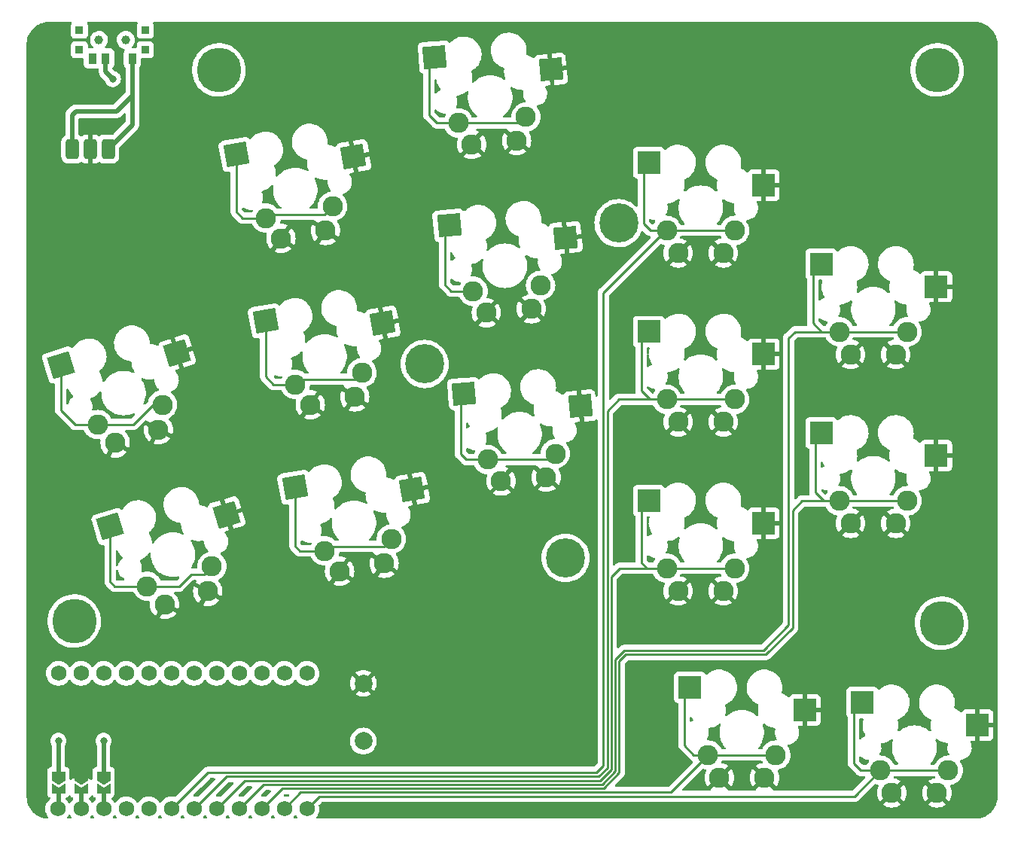
<source format=gbr>
%TF.GenerationSoftware,KiCad,Pcbnew,(6.0.7-1)-1*%
%TF.CreationDate,2022-08-15T15:56:18+02:00*%
%TF.ProjectId,wizza,77697a7a-612e-46b6-9963-61645f706362,v1.0.0*%
%TF.SameCoordinates,Original*%
%TF.FileFunction,Copper,L1,Top*%
%TF.FilePolarity,Positive*%
%FSLAX46Y46*%
G04 Gerber Fmt 4.6, Leading zero omitted, Abs format (unit mm)*
G04 Created by KiCad (PCBNEW (6.0.7-1)-1) date 2022-08-15 15:56:18*
%MOMM*%
%LPD*%
G01*
G04 APERTURE LIST*
G04 Aperture macros list*
%AMRoundRect*
0 Rectangle with rounded corners*
0 $1 Rounding radius*
0 $2 $3 $4 $5 $6 $7 $8 $9 X,Y pos of 4 corners*
0 Add a 4 corners polygon primitive as box body*
4,1,4,$2,$3,$4,$5,$6,$7,$8,$9,$2,$3,0*
0 Add four circle primitives for the rounded corners*
1,1,$1+$1,$2,$3*
1,1,$1+$1,$4,$5*
1,1,$1+$1,$6,$7*
1,1,$1+$1,$8,$9*
0 Add four rect primitives between the rounded corners*
20,1,$1+$1,$2,$3,$4,$5,0*
20,1,$1+$1,$4,$5,$6,$7,0*
20,1,$1+$1,$6,$7,$8,$9,0*
20,1,$1+$1,$8,$9,$2,$3,0*%
%AMRotRect*
0 Rectangle, with rotation*
0 The origin of the aperture is its center*
0 $1 length*
0 $2 width*
0 $3 Rotation angle, in degrees counterclockwise*
0 Add horizontal line*
21,1,$1,$2,0,0,$3*%
%AMFreePoly0*
4,1,6,0.500000,-0.750000,-0.650000,-0.750000,-0.150000,0.000000,-0.650000,0.750000,0.500000,0.750000,0.500000,-0.750000,0.500000,-0.750000,$1*%
%AMFreePoly1*
4,1,6,1.000000,0.000000,0.500000,-0.750000,-0.500000,-0.750000,-0.500000,0.750000,0.500000,0.750000,1.000000,0.000000,1.000000,0.000000,$1*%
G04 Aperture macros list end*
%TA.AperFunction,SMDPad,CuDef*%
%ADD10RotRect,2.550000X2.500000X5.000000*%
%TD*%
%TA.AperFunction,ComponentPad*%
%ADD11C,2.286000*%
%TD*%
%TA.AperFunction,SMDPad,CuDef*%
%ADD12RotRect,2.550000X2.500000X10.000000*%
%TD*%
%TA.AperFunction,SMDPad,CuDef*%
%ADD13R,0.500000X1.524000*%
%TD*%
%TA.AperFunction,ComponentPad*%
%ADD14C,1.752600*%
%TD*%
%TA.AperFunction,SMDPad,CuDef*%
%ADD15FreePoly0,270.000000*%
%TD*%
%TA.AperFunction,SMDPad,CuDef*%
%ADD16FreePoly1,270.000000*%
%TD*%
%TA.AperFunction,ComponentPad*%
%ADD17C,4.400000*%
%TD*%
%TA.AperFunction,SMDPad,CuDef*%
%ADD18RotRect,2.550000X2.500000X17.000000*%
%TD*%
%TA.AperFunction,ComponentPad*%
%ADD19C,5.000000*%
%TD*%
%TA.AperFunction,SMDPad,CuDef*%
%ADD20R,2.550000X2.500000*%
%TD*%
%TA.AperFunction,WasherPad*%
%ADD21C,1.000000*%
%TD*%
%TA.AperFunction,ComponentPad*%
%ADD22RoundRect,0.375000X-0.375000X-0.750000X0.375000X-0.750000X0.375000X0.750000X-0.375000X0.750000X0*%
%TD*%
%TA.AperFunction,ComponentPad*%
%ADD23C,2.000000*%
%TD*%
%TA.AperFunction,SMDPad,CuDef*%
%ADD24R,0.900000X0.900000*%
%TD*%
%TA.AperFunction,SMDPad,CuDef*%
%ADD25R,0.900000X1.250000*%
%TD*%
%TA.AperFunction,ViaPad*%
%ADD26C,0.800000*%
%TD*%
%TA.AperFunction,Conductor*%
%ADD27C,0.500000*%
%TD*%
%TA.AperFunction,Conductor*%
%ADD28C,0.250000*%
%TD*%
G04 APERTURE END LIST*
D10*
%TO.P,S7,1*%
%TO.N,GND*%
X255927488Y-81357884D03*
D11*
X252063910Y-89345010D03*
X247003241Y-89787762D03*
%TO.P,S7,2*%
%TO.N,matrix_middle_home*%
X253107701Y-86703988D03*
D10*
X242828303Y-79954212D03*
D11*
X245516698Y-87368115D03*
%TD*%
D10*
%TO.P,S8,1*%
%TO.N,GND*%
X254271529Y-62430185D03*
D11*
X250407951Y-70417311D03*
X245347282Y-70860063D03*
D10*
%TO.P,S8,2*%
%TO.N,matrix_middle_top*%
X241172344Y-61026513D03*
D11*
X243860739Y-68440416D03*
X251451742Y-67776289D03*
%TD*%
%TO.P,S4,1*%
%TO.N,GND*%
X232209965Y-99250254D03*
X227207142Y-100132387D03*
D12*
X235362718Y-90956788D03*
%TO.P,S4,2*%
%TO.N,matrix_ring_home*%
X222191041Y-90700126D03*
D11*
X233019605Y-96528309D03*
X225515370Y-97851508D03*
%TD*%
D13*
%TO.P,MCU1,*%
%TO.N,*%
X203962000Y-144242523D03*
D14*
X198798254Y-145574000D03*
D13*
X198882000Y-144242523D03*
D14*
X198882000Y-130334000D03*
X201422000Y-145574000D03*
D15*
X203962000Y-143317523D03*
D14*
X203962000Y-130334000D03*
D13*
X201422000Y-144242523D03*
D14*
X201422000Y-130334000D03*
D15*
X201422000Y-143317523D03*
X198882000Y-143317523D03*
D14*
X203962000Y-145574000D03*
D16*
%TO.P,MCU1,1*%
%TO.N,RAW*%
X198882000Y-141867523D03*
%TO.P,MCU1,2*%
%TO.N,GND*%
X201422000Y-141867523D03*
%TO.P,MCU1,3*%
%TO.N,RST*%
X203962000Y-141867523D03*
D14*
%TO.P,MCU1,4*%
%TO.N,N/C*%
X206502000Y-145574000D03*
%TO.P,MCU1,5*%
X209042000Y-145574000D03*
%TO.P,MCU1,6*%
%TO.N,matrix_index_top*%
X211582000Y-145574000D03*
%TO.P,MCU1,7*%
%TO.N,matrix_index_home*%
X214122000Y-145574000D03*
%TO.P,MCU1,8*%
%TO.N,matrix_index_bottom*%
X216662000Y-145574000D03*
%TO.P,MCU1,9*%
%TO.N,matrix_inner_home*%
X219202000Y-145574000D03*
%TO.P,MCU1,10*%
%TO.N,matrix_inner_bottom*%
X221742000Y-145574000D03*
%TO.P,MCU1,11*%
%TO.N,thumb_tucky*%
X224282000Y-145574000D03*
%TO.P,MCU1,12*%
%TO.N,thumb_reachy*%
X226822000Y-145574000D03*
%TO.P,MCU1,16*%
%TO.N,N/C*%
X206502000Y-130334000D03*
%TO.P,MCU1,17*%
%TO.N,matrix_pinky_top*%
X209042000Y-130334000D03*
%TO.P,MCU1,18*%
%TO.N,matrix_pinky_home*%
X211582000Y-130334000D03*
%TO.P,MCU1,19*%
%TO.N,matrix_ring_top*%
X214122000Y-130334000D03*
%TO.P,MCU1,20*%
%TO.N,matrix_ring_home*%
X216662000Y-130334000D03*
%TO.P,MCU1,21*%
%TO.N,matrix_ring_bottom*%
X219202000Y-130334000D03*
%TO.P,MCU1,22*%
%TO.N,matrix_middle_top*%
X221742000Y-130334000D03*
%TO.P,MCU1,23*%
%TO.N,matrix_middle_home*%
X224282000Y-130334000D03*
%TO.P,MCU1,24*%
%TO.N,matrix_middle_bottom*%
X226822000Y-130334000D03*
%TD*%
D17*
%TO.P,,1*%
%TO.N,N/C*%
X255913847Y-117348000D03*
X261874000Y-79717074D03*
X240078461Y-95552461D03*
%TD*%
D18*
%TO.P,S1,1*%
%TO.N,GND*%
X217798981Y-112488373D03*
D11*
X215680448Y-121104245D03*
X210822420Y-122589493D03*
%TO.P,S1,2*%
%TO.N,matrix_pinky_home*%
X216152331Y-118303919D03*
D18*
X204694205Y-113838848D03*
D11*
X208865289Y-120531791D03*
%TD*%
D19*
%TO.P,,1,1*%
%TO.N,N/C*%
X200660000Y-124460000D03*
%TD*%
D20*
%TO.P,S9,1*%
%TO.N,GND*%
X278200601Y-113446367D03*
D11*
X273655601Y-121066367D03*
X268575601Y-121066367D03*
D20*
%TO.P,S9,2*%
%TO.N,matrix_index_bottom*%
X265273601Y-110906367D03*
D11*
X267305601Y-118526367D03*
X274925601Y-118526367D03*
%TD*%
%TO.P,S12,1*%
%TO.N,GND*%
X287975601Y-113466367D03*
X293055601Y-113466367D03*
D20*
X297600601Y-105846367D03*
D11*
%TO.P,S12,2*%
%TO.N,matrix_inner_bottom*%
X294325601Y-110926367D03*
X286705601Y-110926367D03*
D20*
X284673601Y-103306367D03*
%TD*%
D11*
%TO.P,S14,1*%
%TO.N,GND*%
X278280601Y-142066367D03*
X273200601Y-142066367D03*
D20*
X282825601Y-134446367D03*
D11*
%TO.P,S14,2*%
%TO.N,thumb_tucky*%
X271930601Y-139526367D03*
D20*
X269898601Y-131906367D03*
D11*
X279550601Y-139526367D03*
%TD*%
%TO.P,S3,1*%
%TO.N,GND*%
X235509281Y-117961601D03*
X230506458Y-118843734D03*
D12*
X238662034Y-109668135D03*
%TO.P,S3,2*%
%TO.N,matrix_ring_bottom*%
X225490357Y-109411473D03*
D11*
X236318921Y-115239656D03*
X228814686Y-116562855D03*
%TD*%
D21*
%TO.P,T2,*%
%TO.N,*%
X203450615Y-59106416D03*
X206450615Y-59106416D03*
%TD*%
D19*
%TO.P,,1,1*%
%TO.N,N/C*%
X297688000Y-62484000D03*
%TD*%
%TO.P,,1,1*%
%TO.N,N/C*%
X216916000Y-62484000D03*
%TD*%
D11*
%TO.P,S6,1*%
%TO.N,GND*%
X248659201Y-108715461D03*
D10*
X257583448Y-100285583D03*
D11*
X253719870Y-108272709D03*
%TO.P,S6,2*%
%TO.N,matrix_middle_bottom*%
X254763661Y-105631687D03*
D10*
X244484263Y-98881911D03*
D11*
X247172658Y-106295814D03*
%TD*%
D19*
%TO.P,,1,1*%
%TO.N,N/C*%
X298196000Y-124714000D03*
%TD*%
D20*
%TO.P,S15,1*%
%TO.N,GND*%
X302225601Y-136156367D03*
D11*
X292600601Y-143776367D03*
X297680601Y-143776367D03*
%TO.P,S15,2*%
%TO.N,thumb_reachy*%
X298950601Y-141236367D03*
X291330601Y-141236367D03*
D20*
X289298601Y-133616367D03*
%TD*%
D22*
%TO.P,PAD1,1*%
%TO.N,b+*%
X204470000Y-71374000D03*
%TO.P,PAD1,2*%
%TO.N,GND*%
X202470000Y-71374000D03*
%TO.P,PAD1,3*%
%TO.N,b+*%
X200470000Y-71374000D03*
%TD*%
D23*
%TO.P,B1,1*%
%TO.N,RST*%
X233172000Y-137954000D03*
%TO.P,B1,2*%
%TO.N,GND*%
X233172000Y-131454000D03*
%TD*%
D11*
%TO.P,S11,1*%
%TO.N,GND*%
X273655601Y-83066367D03*
D20*
X278200601Y-75446367D03*
D11*
X268575601Y-83066367D03*
D20*
%TO.P,S11,2*%
%TO.N,matrix_index_top*%
X265273601Y-72906367D03*
D11*
X267305601Y-80526367D03*
X274925601Y-80526367D03*
%TD*%
D18*
%TO.P,S2,1*%
%TO.N,GND*%
X212243918Y-94318582D03*
D11*
X205267357Y-104419702D03*
X210125385Y-102934454D03*
%TO.P,S2,2*%
%TO.N,matrix_pinky_top*%
X210597268Y-100134128D03*
D18*
X199139142Y-95669057D03*
D11*
X203310226Y-102362000D03*
%TD*%
%TO.P,S13,1*%
%TO.N,GND*%
X287975601Y-94466367D03*
D20*
X297600601Y-86846367D03*
D11*
X293055601Y-94466367D03*
D20*
%TO.P,S13,2*%
%TO.N,matrix_inner_home*%
X284673601Y-84306367D03*
D11*
X294325601Y-91926367D03*
X286705601Y-91926367D03*
%TD*%
%TO.P,S5,1*%
%TO.N,GND*%
X228910650Y-80538907D03*
X223907827Y-81421040D03*
D12*
X232063403Y-72245441D03*
D11*
%TO.P,S5,2*%
%TO.N,matrix_ring_top*%
X229720290Y-77816962D03*
X222216055Y-79140161D03*
D12*
X218891726Y-71988779D03*
%TD*%
D20*
%TO.P,S10,1*%
%TO.N,GND*%
X278200601Y-94446367D03*
D11*
X268575601Y-102066367D03*
X273655601Y-102066367D03*
%TO.P,S10,2*%
%TO.N,matrix_index_home*%
X267305601Y-99526367D03*
X274925601Y-99526367D03*
D20*
X265273601Y-91906367D03*
%TD*%
D24*
%TO.P,T1,*%
%TO.N,*%
X208650615Y-60206416D03*
X201250615Y-58006416D03*
X208650615Y-58006416D03*
X201250615Y-60206416D03*
D25*
%TO.P,T1,1*%
%TO.N,b+*%
X207200615Y-61181416D03*
%TO.P,T1,2*%
%TO.N,RAW*%
X204200615Y-61181416D03*
%TO.P,T1,3*%
%TO.N,N/C*%
X202700615Y-61181416D03*
%TD*%
D26*
%TO.N,GND*%
X201422000Y-137922000D03*
%TO.N,RAW*%
X205002642Y-63493715D03*
X198882000Y-137922000D03*
%TO.N,RST*%
X203962000Y-137922000D03*
%TD*%
D27*
%TO.N,GND*%
X201422000Y-137954000D02*
X201422000Y-141867523D01*
D28*
%TO.N,matrix_pinky_home*%
X205212683Y-120531791D02*
X208865289Y-120531791D01*
X204694205Y-113838848D02*
X204694205Y-120013313D01*
X204694205Y-120013313D02*
X205212683Y-120531791D01*
X212462209Y-120531791D02*
X208865289Y-120531791D01*
X215252696Y-119203554D02*
X213790446Y-119203554D01*
X216152331Y-118303919D02*
X215252696Y-119203554D01*
X213790446Y-119203554D02*
X212462209Y-120531791D01*
%TO.N,matrix_ring_bottom*%
X228814686Y-116562855D02*
X229299541Y-116078000D01*
X225490357Y-116016357D02*
X226036855Y-116562855D01*
X229299541Y-116078000D02*
X235480577Y-116078000D01*
X225490357Y-109411473D02*
X225490357Y-116016357D01*
X226036855Y-116562855D02*
X228814686Y-116562855D01*
X235480577Y-116078000D02*
X236318921Y-115239656D01*
%TO.N,matrix_ring_home*%
X225515370Y-97851508D02*
X226084878Y-97282000D01*
X222191041Y-96969041D02*
X223073508Y-97851508D01*
X226084878Y-97282000D02*
X232265914Y-97282000D01*
X232265914Y-97282000D02*
X233019605Y-96528309D01*
X222191041Y-90700126D02*
X222191041Y-96969041D01*
X223073508Y-97851508D02*
X225515370Y-97851508D01*
%TO.N,matrix_ring_top*%
X218891726Y-71988779D02*
X218891726Y-78429726D01*
X218891726Y-78429726D02*
X219602161Y-79140161D01*
X222216055Y-79140161D02*
X222616216Y-78740000D01*
X222616216Y-78740000D02*
X228797252Y-78740000D01*
X228797252Y-78740000D02*
X229720290Y-77816962D01*
X219602161Y-79140161D02*
X222216055Y-79140161D01*
%TO.N,matrix_middle_bottom*%
X244725814Y-106295814D02*
X247172658Y-106295814D01*
X244094000Y-99272174D02*
X244094000Y-105664000D01*
X244094000Y-105664000D02*
X244725814Y-106295814D01*
X254099534Y-106295814D02*
X254763661Y-105631687D01*
X244484263Y-98881911D02*
X244094000Y-99272174D01*
X247172658Y-106295814D02*
X254099534Y-106295814D01*
%TO.N,matrix_middle_home*%
X243070115Y-87368115D02*
X245516698Y-87368115D01*
X242828303Y-79954212D02*
X242316000Y-80466515D01*
X242316000Y-86614000D02*
X243070115Y-87368115D01*
X242316000Y-80466515D02*
X242316000Y-86614000D01*
%TO.N,matrix_middle_top*%
X241414416Y-68440416D02*
X243860739Y-68440416D01*
X241172344Y-61026513D02*
X240538000Y-61660857D01*
X240538000Y-67564000D02*
X241414416Y-68440416D01*
X240538000Y-61660857D02*
X240538000Y-67564000D01*
X250787615Y-68440416D02*
X251451742Y-67776289D01*
X243860739Y-68440416D02*
X250787615Y-68440416D01*
%TO.N,matrix_index_bottom*%
X265084367Y-118526367D02*
X267305601Y-118526367D01*
X261053520Y-141156197D02*
X261053520Y-119438480D01*
X216662000Y-145574000D02*
X219858960Y-142377040D01*
X259832678Y-142377040D02*
X261053520Y-141156197D01*
X264414000Y-117856000D02*
X265084367Y-118526367D01*
X264414000Y-111765968D02*
X264414000Y-117856000D01*
X261053520Y-119438480D02*
X261965633Y-118526367D01*
X267305601Y-118526367D02*
X274925601Y-118526367D01*
X261965633Y-118526367D02*
X267305601Y-118526367D01*
X265273601Y-110906367D02*
X264414000Y-111765968D01*
X219858960Y-142377040D02*
X259832678Y-142377040D01*
%TO.N,matrix_index_home*%
X260604000Y-100838000D02*
X261915633Y-99526367D01*
X264414000Y-98552000D02*
X265388367Y-99526367D01*
X265273601Y-91906367D02*
X264414000Y-92765968D01*
X260604000Y-140970000D02*
X260604000Y-100838000D01*
X264414000Y-92765968D02*
X264414000Y-98552000D01*
X214122000Y-145574000D02*
X217768480Y-141927520D01*
X217768480Y-141927520D02*
X259646480Y-141927520D01*
X259646480Y-141927520D02*
X260604000Y-140970000D01*
X265388367Y-99526367D02*
X267305601Y-99526367D01*
X267305601Y-99526367D02*
X274925601Y-99526367D01*
X261915633Y-99526367D02*
X267305601Y-99526367D01*
%TO.N,matrix_index_top*%
X265273601Y-72906367D02*
X264668000Y-73511968D01*
X267305601Y-80526367D02*
X274925601Y-80526367D01*
X260154480Y-87571520D02*
X267199633Y-80526367D01*
X264668000Y-73511968D02*
X264668000Y-79756000D01*
X260154480Y-140716000D02*
X260154480Y-87571520D01*
X264668000Y-79756000D02*
X265438367Y-80526367D01*
X211582000Y-145574000D02*
X215678000Y-141478000D01*
X267199633Y-80526367D02*
X267305601Y-80526367D01*
X215678000Y-141478000D02*
X259392480Y-141478000D01*
X265438367Y-80526367D02*
X267305601Y-80526367D01*
X259392480Y-141478000D02*
X260154480Y-140716000D01*
%TO.N,matrix_inner_bottom*%
X283972000Y-109982000D02*
X284916367Y-110926367D01*
X261952560Y-128954876D02*
X262695916Y-128211520D01*
X284673601Y-103306367D02*
X283972000Y-104007968D01*
X260205074Y-143276079D02*
X261952560Y-141528591D01*
X221742000Y-145574000D02*
X224039920Y-143276080D01*
X262695916Y-128211520D02*
X278442480Y-128211520D01*
X224039920Y-143276080D02*
X260205074Y-143276079D01*
X281432000Y-112014000D02*
X282519633Y-110926367D01*
X281432000Y-125222000D02*
X281432000Y-112014000D01*
X283972000Y-104007968D02*
X283972000Y-109982000D01*
X278442480Y-128211520D02*
X281432000Y-125222000D01*
X286705601Y-110926367D02*
X294325601Y-110926367D01*
X261952560Y-141528591D02*
X261952560Y-128954876D01*
X282519633Y-110926367D02*
X286705601Y-110926367D01*
X284916367Y-110926367D02*
X286705601Y-110926367D01*
%TO.N,matrix_inner_home*%
X278130000Y-127762000D02*
X280982000Y-124910000D01*
X221949440Y-142826560D02*
X260018876Y-142826560D01*
X283718000Y-85261968D02*
X283718000Y-90932000D01*
X260018876Y-142826560D02*
X261503040Y-141342394D01*
X262509718Y-127762000D02*
X278130000Y-127762000D01*
X284673601Y-84306367D02*
X283718000Y-85261968D01*
X281707633Y-91926367D02*
X286705601Y-91926367D01*
X280982000Y-124910000D02*
X280982000Y-92652000D01*
X284712367Y-91926367D02*
X286705601Y-91926367D01*
X261503040Y-141342394D02*
X261503040Y-128768678D01*
X261503040Y-128768678D02*
X262509718Y-127762000D01*
X219202000Y-145574000D02*
X221949440Y-142826560D01*
X286705601Y-91926367D02*
X294325601Y-91926367D01*
X283718000Y-90932000D02*
X284712367Y-91926367D01*
X280982000Y-92652000D02*
X281707633Y-91926367D01*
%TO.N,thumb_tucky*%
X271930601Y-139526367D02*
X267730888Y-143726080D01*
X269240000Y-138430000D02*
X270336367Y-139526367D01*
X270336367Y-139526367D02*
X271930601Y-139526367D01*
X267730888Y-143726080D02*
X226129920Y-143726080D01*
X226129920Y-143726080D02*
X224282000Y-145574000D01*
X269898601Y-131906367D02*
X269240000Y-132564968D01*
X269240000Y-132564968D02*
X269240000Y-138430000D01*
X271930601Y-139526367D02*
X279550601Y-139526367D01*
%TO.N,thumb_reachy*%
X291330601Y-141236367D02*
X298950601Y-141236367D01*
X289064367Y-141236367D02*
X291330601Y-141236367D01*
X288390888Y-144176080D02*
X291330601Y-141236367D01*
X288290000Y-134624968D02*
X288290000Y-140462000D01*
X226822000Y-145574000D02*
X228219920Y-144176080D01*
X288290000Y-140462000D02*
X289064367Y-141236367D01*
X289298601Y-133616367D02*
X288290000Y-134624968D01*
X228219920Y-144176080D02*
X288390888Y-144176080D01*
D27*
%TO.N,RAW*%
X204200615Y-61181416D02*
X204200615Y-62691688D01*
X204200615Y-62691688D02*
X205002642Y-63493715D01*
X198882000Y-141867523D02*
X198882000Y-137954000D01*
%TO.N,RST*%
X203962000Y-141867523D02*
X203962000Y-137954000D01*
D28*
%TO.N,matrix_pinky_top*%
X200758892Y-102362000D02*
X203310226Y-102362000D01*
X199139142Y-95669057D02*
X199139142Y-100742250D01*
X203310226Y-102362000D02*
X207264000Y-102362000D01*
X207264000Y-102362000D02*
X209491872Y-100134128D01*
X199139142Y-100742250D02*
X200758892Y-102362000D01*
X209491872Y-100134128D02*
X210597268Y-100134128D01*
D27*
%TO.N,b+*%
X207200615Y-65341385D02*
X205422000Y-67120000D01*
X205422000Y-67120000D02*
X200850000Y-67120000D01*
X200406000Y-67564000D02*
X200406000Y-71310000D01*
X200850000Y-67120000D02*
X200406000Y-67564000D01*
X200406000Y-71310000D02*
X200470000Y-71374000D01*
X207200615Y-61181416D02*
X207200615Y-68643385D01*
X207200615Y-61181416D02*
X207200615Y-65341385D01*
X207200615Y-68643385D02*
X204470000Y-71374000D01*
%TD*%
%TA.AperFunction,Conductor*%
%TO.N,GND*%
G36*
X200330953Y-57109924D02*
G01*
X200377446Y-57163580D01*
X200387550Y-57233854D01*
X200363660Y-57291484D01*
X200350000Y-57309711D01*
X200298870Y-57446100D01*
X200292115Y-57508282D01*
X200292115Y-58504550D01*
X200298870Y-58566732D01*
X200350000Y-58703121D01*
X200437354Y-58819677D01*
X200553910Y-58907031D01*
X200690299Y-58958161D01*
X200752481Y-58964916D01*
X201748749Y-58964916D01*
X201810931Y-58958161D01*
X201947320Y-58907031D01*
X202063876Y-58819677D01*
X202151230Y-58703121D01*
X202202360Y-58566732D01*
X202209115Y-58504550D01*
X202209115Y-57508282D01*
X202202360Y-57446100D01*
X202151230Y-57309711D01*
X202137570Y-57291485D01*
X202112724Y-57224980D01*
X202127777Y-57155598D01*
X202177952Y-57105368D01*
X202238398Y-57089922D01*
X207662832Y-57089922D01*
X207730953Y-57109924D01*
X207777446Y-57163580D01*
X207787550Y-57233854D01*
X207763660Y-57291484D01*
X207750000Y-57309711D01*
X207698870Y-57446100D01*
X207692115Y-57508282D01*
X207692115Y-58504550D01*
X207698870Y-58566732D01*
X207750000Y-58703121D01*
X207837354Y-58819677D01*
X207953910Y-58907031D01*
X208090299Y-58958161D01*
X208152481Y-58964916D01*
X209148749Y-58964916D01*
X209210931Y-58958161D01*
X209347320Y-58907031D01*
X209463876Y-58819677D01*
X209551230Y-58703121D01*
X209602360Y-58566732D01*
X209609115Y-58504550D01*
X209609115Y-57508282D01*
X209602360Y-57446100D01*
X209551230Y-57309711D01*
X209537570Y-57291485D01*
X209512724Y-57224980D01*
X209527777Y-57155598D01*
X209577952Y-57105368D01*
X209638398Y-57089922D01*
X301941234Y-57089922D01*
X301960619Y-57091422D01*
X301975452Y-57093732D01*
X301975456Y-57093732D01*
X301984325Y-57095113D01*
X302001524Y-57092864D01*
X302025464Y-57092031D01*
X302283310Y-57107628D01*
X302298414Y-57109462D01*
X302579355Y-57160947D01*
X302594128Y-57164588D01*
X302866824Y-57249563D01*
X302881040Y-57254955D01*
X303002702Y-57309711D01*
X303141505Y-57372182D01*
X303154977Y-57379253D01*
X303368417Y-57508282D01*
X303399403Y-57527014D01*
X303411925Y-57535657D01*
X303636763Y-57711808D01*
X303648152Y-57721898D01*
X303850114Y-57923861D01*
X303860203Y-57935250D01*
X304036353Y-58160091D01*
X304044997Y-58172613D01*
X304192757Y-58417042D01*
X304199824Y-58430506D01*
X304317055Y-58690986D01*
X304322443Y-58705194D01*
X304367107Y-58848530D01*
X304407417Y-58977891D01*
X304411058Y-58992665D01*
X304462540Y-59273604D01*
X304464374Y-59288706D01*
X304478646Y-59524663D01*
X304479539Y-59539429D01*
X304478298Y-59565795D01*
X304478292Y-59566266D01*
X304476910Y-59575142D01*
X304478074Y-59584045D01*
X304478074Y-59584052D01*
X304481037Y-59606712D01*
X304482101Y-59623048D01*
X304482101Y-144147006D01*
X304480601Y-144166390D01*
X304476910Y-144190097D01*
X304478077Y-144199018D01*
X304479159Y-144207293D01*
X304479992Y-144231235D01*
X304464398Y-144489079D01*
X304462564Y-144504184D01*
X304411082Y-144785121D01*
X304407441Y-144799895D01*
X304322468Y-145072587D01*
X304317074Y-145086810D01*
X304199948Y-145347051D01*
X304199852Y-145347265D01*
X304192781Y-145360738D01*
X304045018Y-145605164D01*
X304036375Y-145617686D01*
X303860225Y-145842523D01*
X303850135Y-145853912D01*
X303749114Y-145954931D01*
X303648168Y-146055874D01*
X303636779Y-146065963D01*
X303411944Y-146242106D01*
X303399426Y-146250746D01*
X303154985Y-146398509D01*
X303141513Y-146405579D01*
X303023924Y-146458499D01*
X302881056Y-146522795D01*
X302866844Y-146528185D01*
X302690035Y-146583276D01*
X302594146Y-146613153D01*
X302579373Y-146616794D01*
X302298424Y-146668272D01*
X302283319Y-146670105D01*
X302175828Y-146676604D01*
X302032410Y-146685275D01*
X302006863Y-146684071D01*
X302005764Y-146684058D01*
X301996894Y-146682676D01*
X301987990Y-146683840D01*
X301965317Y-146686804D01*
X301948984Y-146687867D01*
X227970815Y-146687867D01*
X227902694Y-146667865D01*
X227856201Y-146614209D01*
X227846097Y-146543935D01*
X227874860Y-146480205D01*
X227876532Y-146478240D01*
X227880193Y-146474592D01*
X228013073Y-146289669D01*
X228034244Y-146246834D01*
X228111673Y-146090168D01*
X228111674Y-146090166D01*
X228113967Y-146085526D01*
X228180164Y-145867646D01*
X228181972Y-145853913D01*
X228209450Y-145645201D01*
X228209451Y-145645194D01*
X228209887Y-145641879D01*
X228210784Y-145605179D01*
X228211464Y-145577365D01*
X228211464Y-145577360D01*
X228211546Y-145574000D01*
X228198139Y-145410928D01*
X228193311Y-145352202D01*
X228193310Y-145352196D01*
X228192887Y-145347051D01*
X228160495Y-145218090D01*
X228163300Y-145147149D01*
X228184110Y-145113604D01*
X291628718Y-145113604D01*
X291633040Y-145119783D01*
X291844525Y-145249381D01*
X291853319Y-145253862D01*
X292084263Y-145349522D01*
X292093648Y-145352571D01*
X292336716Y-145410928D01*
X292346463Y-145412471D01*
X292595671Y-145432084D01*
X292605531Y-145432084D01*
X292854739Y-145412471D01*
X292864486Y-145410928D01*
X293107554Y-145352571D01*
X293116939Y-145349522D01*
X293347883Y-145253862D01*
X293356677Y-145249381D01*
X293566729Y-145120661D01*
X293571335Y-145113604D01*
X296708718Y-145113604D01*
X296713040Y-145119783D01*
X296924525Y-145249381D01*
X296933319Y-145253862D01*
X297164263Y-145349522D01*
X297173648Y-145352571D01*
X297416716Y-145410928D01*
X297426463Y-145412471D01*
X297675671Y-145432084D01*
X297685531Y-145432084D01*
X297934739Y-145412471D01*
X297944486Y-145410928D01*
X298187554Y-145352571D01*
X298196939Y-145349522D01*
X298427883Y-145253862D01*
X298436677Y-145249381D01*
X298646729Y-145120661D01*
X298652557Y-145111732D01*
X298646553Y-145101530D01*
X297693412Y-144148388D01*
X297679469Y-144140775D01*
X297677635Y-144140906D01*
X297671021Y-144145157D01*
X296716107Y-145100072D01*
X296708718Y-145113604D01*
X293571335Y-145113604D01*
X293572557Y-145111732D01*
X293566553Y-145101530D01*
X292613412Y-144148388D01*
X292599469Y-144140775D01*
X292597635Y-144140906D01*
X292591021Y-144145157D01*
X291636107Y-145100072D01*
X291628718Y-145113604D01*
X228184110Y-145113604D01*
X228193604Y-145098300D01*
X228445419Y-144846485D01*
X228507731Y-144812459D01*
X228534514Y-144809580D01*
X288312121Y-144809580D01*
X288323304Y-144810107D01*
X288330797Y-144811782D01*
X288338723Y-144811533D01*
X288338724Y-144811533D01*
X288398874Y-144809642D01*
X288402833Y-144809580D01*
X288430744Y-144809580D01*
X288434679Y-144809083D01*
X288434744Y-144809075D01*
X288446581Y-144808142D01*
X288478839Y-144807128D01*
X288482858Y-144807002D01*
X288490777Y-144806753D01*
X288510231Y-144801101D01*
X288529588Y-144797093D01*
X288541818Y-144795548D01*
X288541819Y-144795548D01*
X288549685Y-144794554D01*
X288557056Y-144791635D01*
X288557058Y-144791635D01*
X288590800Y-144778276D01*
X288602030Y-144774431D01*
X288636871Y-144764309D01*
X288636872Y-144764309D01*
X288644481Y-144762098D01*
X288651300Y-144758065D01*
X288651305Y-144758063D01*
X288661916Y-144751787D01*
X288679664Y-144743092D01*
X288698505Y-144735632D01*
X288734275Y-144709644D01*
X288744195Y-144703128D01*
X288775423Y-144684660D01*
X288775426Y-144684658D01*
X288782250Y-144680622D01*
X288796571Y-144666301D01*
X288811605Y-144653460D01*
X288821582Y-144646211D01*
X288827995Y-144641552D01*
X288856186Y-144607475D01*
X288864176Y-144598696D01*
X290640565Y-142822307D01*
X290702877Y-142788281D01*
X290777878Y-142794993D01*
X290811226Y-142808806D01*
X290818681Y-142811894D01*
X291033948Y-142863574D01*
X291095516Y-142898926D01*
X291128199Y-142961953D01*
X291120942Y-143034311D01*
X291027446Y-143260029D01*
X291024397Y-143269414D01*
X290966040Y-143512482D01*
X290964497Y-143522229D01*
X290944884Y-143771437D01*
X290944884Y-143781297D01*
X290964497Y-144030505D01*
X290966040Y-144040252D01*
X291024397Y-144283320D01*
X291027446Y-144292705D01*
X291123106Y-144523649D01*
X291127587Y-144532443D01*
X291256307Y-144742495D01*
X291265236Y-144748323D01*
X291275440Y-144742317D01*
X292240259Y-143777499D01*
X292965009Y-143777499D01*
X292965140Y-143779333D01*
X292969391Y-143785947D01*
X293924306Y-144740861D01*
X293937838Y-144748250D01*
X293944017Y-144743928D01*
X294073615Y-144532443D01*
X294078096Y-144523649D01*
X294173756Y-144292705D01*
X294176805Y-144283320D01*
X294235162Y-144040252D01*
X294236705Y-144030505D01*
X294256318Y-143781297D01*
X296024884Y-143781297D01*
X296044497Y-144030505D01*
X296046040Y-144040252D01*
X296104397Y-144283320D01*
X296107446Y-144292705D01*
X296203106Y-144523649D01*
X296207587Y-144532443D01*
X296336307Y-144742495D01*
X296345236Y-144748323D01*
X296355438Y-144742319D01*
X297308580Y-143789178D01*
X297316193Y-143775235D01*
X297316062Y-143773401D01*
X297311811Y-143766787D01*
X296356896Y-142811873D01*
X296343364Y-142804484D01*
X296337185Y-142808806D01*
X296207587Y-143020291D01*
X296203106Y-143029085D01*
X296107446Y-143260029D01*
X296104397Y-143269414D01*
X296046040Y-143512482D01*
X296044497Y-143522229D01*
X296024884Y-143771437D01*
X296024884Y-143781297D01*
X294256318Y-143781297D01*
X294256318Y-143771437D01*
X294236705Y-143522229D01*
X294235162Y-143512482D01*
X294176805Y-143269414D01*
X294173756Y-143260029D01*
X294078096Y-143029085D01*
X294073615Y-143020291D01*
X293944895Y-142810239D01*
X293935966Y-142804411D01*
X293925764Y-142810415D01*
X292972622Y-143763556D01*
X292965009Y-143777499D01*
X292240259Y-143777499D01*
X292600601Y-143417157D01*
X293565093Y-142452664D01*
X293572484Y-142439129D01*
X293568161Y-142432950D01*
X293356677Y-142303353D01*
X293347883Y-142298872D01*
X293116939Y-142203212D01*
X293107554Y-142200163D01*
X292897555Y-142149746D01*
X292835986Y-142114394D01*
X292803303Y-142051367D01*
X292810561Y-141979008D01*
X292823551Y-141947648D01*
X292868099Y-141892367D01*
X292939959Y-141869867D01*
X297341243Y-141869867D01*
X297409364Y-141889869D01*
X297457651Y-141947648D01*
X297470641Y-141979008D01*
X297478231Y-142049598D01*
X297446452Y-142113085D01*
X297383647Y-142149746D01*
X297173648Y-142200163D01*
X297164263Y-142203212D01*
X296933319Y-142298872D01*
X296924525Y-142303353D01*
X296714473Y-142432073D01*
X296708645Y-142441002D01*
X296714649Y-142451204D01*
X297680601Y-143417157D01*
X299004303Y-144740858D01*
X299017839Y-144748249D01*
X299024018Y-144743927D01*
X299153615Y-144532443D01*
X299158096Y-144523649D01*
X299253756Y-144292705D01*
X299256805Y-144283320D01*
X299315162Y-144040252D01*
X299316705Y-144030505D01*
X299336318Y-143781297D01*
X299336318Y-143771437D01*
X299316705Y-143522229D01*
X299315162Y-143512482D01*
X299256805Y-143269414D01*
X299253756Y-143260029D01*
X299160260Y-143034311D01*
X299152671Y-142963721D01*
X299184450Y-142900234D01*
X299247254Y-142863574D01*
X299462521Y-142811894D01*
X299467094Y-142810000D01*
X299698113Y-142714309D01*
X299698115Y-142714308D01*
X299702685Y-142712415D01*
X299924330Y-142576590D01*
X300010394Y-142503085D01*
X300118237Y-142410978D01*
X300121999Y-142407765D01*
X300238193Y-142271719D01*
X300287606Y-142213864D01*
X300287607Y-142213863D01*
X300290824Y-142210096D01*
X300426649Y-141988451D01*
X300430561Y-141979008D01*
X300524234Y-141752860D01*
X300524235Y-141752858D01*
X300526128Y-141748287D01*
X300550010Y-141648810D01*
X300585657Y-141500330D01*
X300585658Y-141500324D01*
X300586812Y-141495517D01*
X300607208Y-141236367D01*
X300586812Y-140977217D01*
X300584941Y-140969420D01*
X300536972Y-140769617D01*
X300526128Y-140724447D01*
X300522461Y-140715593D01*
X300428543Y-140488855D01*
X300428541Y-140488851D01*
X300426649Y-140484283D01*
X300290824Y-140262638D01*
X300284642Y-140255400D01*
X300255612Y-140190612D01*
X300266217Y-140120412D01*
X300313092Y-140067089D01*
X300369800Y-140048022D01*
X300397265Y-140045692D01*
X300445163Y-140041628D01*
X300445167Y-140041627D01*
X300450474Y-140041177D01*
X300455629Y-140039839D01*
X300455635Y-140039838D01*
X300668604Y-139984562D01*
X300668608Y-139984561D01*
X300673773Y-139983220D01*
X300678639Y-139981028D01*
X300678642Y-139981027D01*
X300879250Y-139890660D01*
X300884116Y-139888468D01*
X300888536Y-139885492D01*
X300888540Y-139885490D01*
X300989749Y-139817351D01*
X301075486Y-139759629D01*
X301242413Y-139600389D01*
X301297487Y-139526367D01*
X301376938Y-139419581D01*
X301376940Y-139419578D01*
X301380122Y-139415301D01*
X301436642Y-139304135D01*
X301482259Y-139214413D01*
X301482259Y-139214412D01*
X301484678Y-139209655D01*
X301523944Y-139083198D01*
X301551506Y-138994437D01*
X301551507Y-138994431D01*
X301553090Y-138989334D01*
X301571931Y-138847175D01*
X301582701Y-138765920D01*
X301582701Y-138765915D01*
X301583401Y-138760635D01*
X301574747Y-138530099D01*
X301527373Y-138304317D01*
X301525384Y-138299279D01*
X301442634Y-138089745D01*
X301444148Y-138089147D01*
X301433056Y-138026485D01*
X301460441Y-137960983D01*
X301518893Y-137920684D01*
X301558289Y-137914367D01*
X301953486Y-137914367D01*
X301968725Y-137909892D01*
X301969930Y-137908502D01*
X301971601Y-137900819D01*
X301971601Y-137896251D01*
X302479601Y-137896251D01*
X302484076Y-137911490D01*
X302485466Y-137912695D01*
X302493149Y-137914366D01*
X303545270Y-137914366D01*
X303552091Y-137913996D01*
X303602953Y-137908472D01*
X303618205Y-137904846D01*
X303738655Y-137859691D01*
X303754250Y-137851153D01*
X303856325Y-137774652D01*
X303868886Y-137762091D01*
X303945387Y-137660016D01*
X303953925Y-137644421D01*
X303999079Y-137523973D01*
X304002706Y-137508718D01*
X304008232Y-137457853D01*
X304008601Y-137451039D01*
X304008601Y-136428482D01*
X304004126Y-136413243D01*
X304002736Y-136412038D01*
X303995053Y-136410367D01*
X302497716Y-136410367D01*
X302482477Y-136414842D01*
X302481272Y-136416232D01*
X302479601Y-136423915D01*
X302479601Y-137896251D01*
X301971601Y-137896251D01*
X301971601Y-135884252D01*
X302479601Y-135884252D01*
X302484076Y-135899491D01*
X302485466Y-135900696D01*
X302493149Y-135902367D01*
X303990485Y-135902367D01*
X304005724Y-135897892D01*
X304006929Y-135896502D01*
X304008600Y-135888819D01*
X304008600Y-134861698D01*
X304008230Y-134854877D01*
X304002706Y-134804015D01*
X303999080Y-134788763D01*
X303953925Y-134668313D01*
X303945387Y-134652718D01*
X303868886Y-134550643D01*
X303856325Y-134538082D01*
X303754250Y-134461581D01*
X303738655Y-134453043D01*
X303618207Y-134407889D01*
X303602952Y-134404262D01*
X303552087Y-134398736D01*
X303545273Y-134398367D01*
X302497716Y-134398367D01*
X302482477Y-134402842D01*
X302481272Y-134404232D01*
X302479601Y-134411915D01*
X302479601Y-135884252D01*
X301971601Y-135884252D01*
X301971601Y-134416483D01*
X301967126Y-134401244D01*
X301965736Y-134400039D01*
X301958053Y-134398368D01*
X300905932Y-134398368D01*
X300899111Y-134398738D01*
X300848249Y-134404262D01*
X300832997Y-134407888D01*
X300712547Y-134453043D01*
X300696952Y-134461581D01*
X300594877Y-134538082D01*
X300582316Y-134550643D01*
X300500429Y-134659905D01*
X300497618Y-134657798D01*
X300459266Y-134696038D01*
X300389870Y-134711028D01*
X300318052Y-134681883D01*
X300137430Y-134530323D01*
X300137427Y-134530321D01*
X300134051Y-134527488D01*
X299895837Y-134378636D01*
X299690622Y-134287268D01*
X299636526Y-134241288D01*
X299615877Y-134173360D01*
X299619614Y-134141679D01*
X299662354Y-133970260D01*
X299662355Y-133970255D01*
X299663418Y-133965991D01*
X299664124Y-133959280D01*
X299692320Y-133691003D01*
X299692320Y-133691000D01*
X299692779Y-133686634D01*
X299692626Y-133682240D01*
X299683130Y-133410306D01*
X299683129Y-133410300D01*
X299682976Y-133405909D01*
X299680994Y-133394664D01*
X299634961Y-133133603D01*
X299634199Y-133129280D01*
X299547398Y-132862132D01*
X299527007Y-132820323D01*
X299482921Y-132729936D01*
X299424261Y-132609665D01*
X299421806Y-132606026D01*
X299421803Y-132606020D01*
X299275509Y-132389131D01*
X299267186Y-132376791D01*
X299079230Y-132168045D01*
X299062838Y-132154290D01*
X298964077Y-132071420D01*
X298864051Y-131987488D01*
X298625837Y-131838636D01*
X298369226Y-131724385D01*
X298099211Y-131646960D01*
X298094861Y-131646349D01*
X298094858Y-131646348D01*
X297973055Y-131629230D01*
X297821049Y-131607867D01*
X297610455Y-131607867D01*
X297608269Y-131608020D01*
X297608265Y-131608020D01*
X297404774Y-131622249D01*
X297404769Y-131622250D01*
X297400389Y-131622556D01*
X297125631Y-131680958D01*
X297121502Y-131682461D01*
X297121498Y-131682462D01*
X296865820Y-131775521D01*
X296865816Y-131775523D01*
X296861675Y-131777030D01*
X296613659Y-131908903D01*
X296610100Y-131911489D01*
X296610098Y-131911490D01*
X296474117Y-132010286D01*
X296386409Y-132074009D01*
X296184349Y-132269136D01*
X296011413Y-132490485D01*
X296009217Y-132494289D01*
X296009212Y-132494296D01*
X295897166Y-132688367D01*
X295870965Y-132733748D01*
X295765739Y-132994191D01*
X295764674Y-132998464D01*
X295764673Y-132998466D01*
X295699758Y-133258827D01*
X295697784Y-133266743D01*
X295697325Y-133271111D01*
X295697324Y-133271116D01*
X295668882Y-133541731D01*
X295668423Y-133546100D01*
X295668576Y-133550488D01*
X295668576Y-133550494D01*
X295677232Y-133798349D01*
X295678226Y-133826825D01*
X295678988Y-133831148D01*
X295678989Y-133831155D01*
X295702765Y-133965991D01*
X295727003Y-134103454D01*
X295813804Y-134370602D01*
X295815732Y-134374555D01*
X295815734Y-134374560D01*
X295854013Y-134453043D01*
X295936941Y-134623069D01*
X295939396Y-134626708D01*
X295939399Y-134626714D01*
X295960366Y-134657798D01*
X296094016Y-134855943D01*
X296281972Y-135064689D01*
X296497151Y-135245246D01*
X296735365Y-135394098D01*
X296867816Y-135453069D01*
X296940580Y-135485466D01*
X296994676Y-135531446D01*
X297015325Y-135599374D01*
X297011588Y-135631055D01*
X296969785Y-135798718D01*
X296967784Y-135806743D01*
X296967325Y-135811111D01*
X296967324Y-135811116D01*
X296938882Y-136081731D01*
X296938423Y-136086100D01*
X296938576Y-136090488D01*
X296938576Y-136090494D01*
X296947274Y-136339561D01*
X296948226Y-136366825D01*
X296948988Y-136371148D01*
X296948989Y-136371155D01*
X296972765Y-136505991D01*
X296997003Y-136643454D01*
X296998361Y-136647632D01*
X296998362Y-136647637D01*
X297014492Y-136697282D01*
X297016519Y-136768249D01*
X296979856Y-136829047D01*
X296916144Y-136860372D01*
X296845610Y-136852278D01*
X296814344Y-136833302D01*
X296809058Y-136828929D01*
X296614383Y-136667880D01*
X296348525Y-136499161D01*
X296344946Y-136497477D01*
X296344939Y-136497473D01*
X296067207Y-136366783D01*
X296067203Y-136366781D01*
X296063617Y-136365094D01*
X295764153Y-136267792D01*
X295454855Y-136208790D01*
X295357977Y-136202695D01*
X295221243Y-136194092D01*
X295221227Y-136194091D01*
X295219248Y-136193967D01*
X295061954Y-136193967D01*
X295059975Y-136194091D01*
X295059959Y-136194092D01*
X294923225Y-136202695D01*
X294826347Y-136208790D01*
X294517049Y-136267792D01*
X294217585Y-136365094D01*
X294213999Y-136366781D01*
X294213995Y-136366783D01*
X293936263Y-136497473D01*
X293936256Y-136497477D01*
X293932677Y-136499161D01*
X293666819Y-136667880D01*
X293476896Y-136824998D01*
X293466014Y-136834000D01*
X293400777Y-136862010D01*
X293330752Y-136850303D01*
X293278172Y-136802596D01*
X293259732Y-136734036D01*
X293263442Y-136706433D01*
X293312354Y-136510260D01*
X293312355Y-136510255D01*
X293313418Y-136505991D01*
X293314314Y-136497473D01*
X293342320Y-136231003D01*
X293342320Y-136231000D01*
X293342779Y-136226634D01*
X293342626Y-136222240D01*
X293333130Y-135950306D01*
X293333129Y-135950300D01*
X293332976Y-135945909D01*
X293330951Y-135934421D01*
X293289530Y-135699514D01*
X293284199Y-135669280D01*
X293274054Y-135638056D01*
X293272028Y-135567088D01*
X293308692Y-135506291D01*
X293350794Y-135480721D01*
X293415383Y-135457213D01*
X293415392Y-135457209D01*
X293419527Y-135455704D01*
X293667543Y-135323831D01*
X293671104Y-135321244D01*
X293891230Y-135161314D01*
X293891233Y-135161311D01*
X293894793Y-135158725D01*
X293911825Y-135142278D01*
X293998839Y-135058249D01*
X294096853Y-134963598D01*
X294269789Y-134742249D01*
X294271985Y-134738445D01*
X294271990Y-134738438D01*
X294408036Y-134502798D01*
X294410237Y-134498986D01*
X294515463Y-134238543D01*
X294549145Y-134103454D01*
X294582354Y-133970260D01*
X294582355Y-133970255D01*
X294583418Y-133965991D01*
X294584124Y-133959280D01*
X294612320Y-133691003D01*
X294612320Y-133691000D01*
X294612779Y-133686634D01*
X294612626Y-133682240D01*
X294603130Y-133410306D01*
X294603129Y-133410300D01*
X294602976Y-133405909D01*
X294600994Y-133394664D01*
X294554961Y-133133603D01*
X294554199Y-133129280D01*
X294467398Y-132862132D01*
X294447007Y-132820323D01*
X294402921Y-132729936D01*
X294344261Y-132609665D01*
X294341806Y-132606026D01*
X294341803Y-132606020D01*
X294195509Y-132389131D01*
X294187186Y-132376791D01*
X293999230Y-132168045D01*
X293982838Y-132154290D01*
X293884077Y-132071420D01*
X293784051Y-131987488D01*
X293545837Y-131838636D01*
X293289226Y-131724385D01*
X293019211Y-131646960D01*
X293014861Y-131646349D01*
X293014858Y-131646348D01*
X292893055Y-131629230D01*
X292741049Y-131607867D01*
X292530455Y-131607867D01*
X292528269Y-131608020D01*
X292528265Y-131608020D01*
X292324774Y-131622249D01*
X292324769Y-131622250D01*
X292320389Y-131622556D01*
X292045631Y-131680958D01*
X292041502Y-131682461D01*
X292041498Y-131682462D01*
X291785820Y-131775521D01*
X291785816Y-131775523D01*
X291781675Y-131777030D01*
X291533659Y-131908903D01*
X291530100Y-131911489D01*
X291530098Y-131911490D01*
X291394117Y-132010286D01*
X291306409Y-132074009D01*
X291303245Y-132077065D01*
X291303242Y-132077067D01*
X291223276Y-132154290D01*
X291160380Y-132187222D01*
X291089663Y-132180922D01*
X291033579Y-132137390D01*
X291026888Y-132126790D01*
X291024216Y-132119662D01*
X290936862Y-132003106D01*
X290820306Y-131915752D01*
X290683917Y-131864622D01*
X290621735Y-131857867D01*
X287975467Y-131857867D01*
X287913285Y-131864622D01*
X287776896Y-131915752D01*
X287660340Y-132003106D01*
X287572986Y-132119662D01*
X287521856Y-132256051D01*
X287515101Y-132318233D01*
X287515101Y-134914501D01*
X287521856Y-134976683D01*
X287572986Y-135113072D01*
X287578372Y-135120258D01*
X287631326Y-135190915D01*
X287656174Y-135257421D01*
X287656500Y-135266480D01*
X287656500Y-140383233D01*
X287655973Y-140394416D01*
X287654298Y-140401909D01*
X287654547Y-140409835D01*
X287654547Y-140409836D01*
X287656438Y-140469986D01*
X287656500Y-140473945D01*
X287656500Y-140501856D01*
X287656997Y-140505790D01*
X287656997Y-140505791D01*
X287657005Y-140505856D01*
X287657938Y-140517693D01*
X287659327Y-140561889D01*
X287664695Y-140580366D01*
X287664978Y-140581339D01*
X287668987Y-140600700D01*
X287671526Y-140620797D01*
X287674445Y-140628168D01*
X287674445Y-140628170D01*
X287687804Y-140661912D01*
X287691649Y-140673142D01*
X287699736Y-140700978D01*
X287703982Y-140715593D01*
X287708015Y-140722412D01*
X287708017Y-140722417D01*
X287714293Y-140733028D01*
X287722988Y-140750776D01*
X287730448Y-140769617D01*
X287735110Y-140776033D01*
X287735110Y-140776034D01*
X287756436Y-140805387D01*
X287762952Y-140815307D01*
X287781067Y-140845937D01*
X287785458Y-140853362D01*
X287799779Y-140867683D01*
X287812619Y-140882716D01*
X287824528Y-140899107D01*
X287838897Y-140910994D01*
X287858605Y-140927298D01*
X287867384Y-140935288D01*
X288560710Y-141628614D01*
X288568254Y-141636904D01*
X288572367Y-141643385D01*
X288578144Y-141648810D01*
X288622034Y-141690025D01*
X288624876Y-141692780D01*
X288644597Y-141712501D01*
X288647792Y-141714979D01*
X288656814Y-141722685D01*
X288689046Y-141752953D01*
X288695995Y-141756773D01*
X288706799Y-141762713D01*
X288723323Y-141773566D01*
X288739326Y-141785980D01*
X288779910Y-141803543D01*
X288790540Y-141808750D01*
X288829307Y-141830062D01*
X288836984Y-141832033D01*
X288836989Y-141832035D01*
X288848925Y-141835099D01*
X288867633Y-141841504D01*
X288886222Y-141849548D01*
X288894050Y-141850788D01*
X288894057Y-141850790D01*
X288929891Y-141856466D01*
X288941511Y-141858872D01*
X288976656Y-141867895D01*
X288984337Y-141869867D01*
X289004591Y-141869867D01*
X289024301Y-141871418D01*
X289044310Y-141874587D01*
X289052202Y-141873841D01*
X289088328Y-141870426D01*
X289100186Y-141869867D01*
X289497007Y-141869867D01*
X289565128Y-141889869D01*
X289611621Y-141943525D01*
X289621725Y-142013799D01*
X289592231Y-142078379D01*
X289586104Y-142084960D01*
X288866652Y-142804411D01*
X288165388Y-143505675D01*
X288103076Y-143539701D01*
X288076293Y-143542580D01*
X279378705Y-143542580D01*
X279310584Y-143522578D01*
X279264091Y-143468922D01*
X279252708Y-143415689D01*
X279252804Y-143402151D01*
X279246553Y-143391530D01*
X278293412Y-142438388D01*
X278279469Y-142430775D01*
X278277635Y-142430906D01*
X278271021Y-142435157D01*
X277316107Y-143390072D01*
X277308496Y-143404011D01*
X277308752Y-143407593D01*
X277293660Y-143476966D01*
X277243457Y-143527168D01*
X277183073Y-143542580D01*
X274298705Y-143542580D01*
X274230584Y-143522578D01*
X274184091Y-143468922D01*
X274172708Y-143415689D01*
X274172804Y-143402151D01*
X274166553Y-143391530D01*
X273213412Y-142438388D01*
X273199469Y-142430775D01*
X273197635Y-142430906D01*
X273191021Y-142435157D01*
X272236107Y-143390072D01*
X272228496Y-143404011D01*
X272228752Y-143407593D01*
X272213660Y-143476966D01*
X272163457Y-143527168D01*
X272103073Y-143542580D01*
X269114482Y-143542580D01*
X269046361Y-143522578D01*
X268999868Y-143468922D01*
X268989764Y-143398648D01*
X269019258Y-143334068D01*
X269025387Y-143327485D01*
X270056343Y-142296530D01*
X271240566Y-141112307D01*
X271302878Y-141078281D01*
X271377878Y-141084993D01*
X271418681Y-141101894D01*
X271633948Y-141153574D01*
X271695516Y-141188926D01*
X271728199Y-141251953D01*
X271720942Y-141324311D01*
X271627446Y-141550029D01*
X271624397Y-141559414D01*
X271566040Y-141802482D01*
X271564497Y-141812229D01*
X271544884Y-142061437D01*
X271544884Y-142071297D01*
X271564497Y-142320505D01*
X271566040Y-142330252D01*
X271624397Y-142573320D01*
X271627446Y-142582705D01*
X271723106Y-142813649D01*
X271727587Y-142822443D01*
X271856307Y-143032495D01*
X271865236Y-143038323D01*
X271875440Y-143032317D01*
X272840259Y-142067499D01*
X273565009Y-142067499D01*
X273565140Y-142069333D01*
X273569391Y-142075947D01*
X274524306Y-143030861D01*
X274537838Y-143038250D01*
X274544017Y-143033928D01*
X274673615Y-142822443D01*
X274678096Y-142813649D01*
X274773756Y-142582705D01*
X274776805Y-142573320D01*
X274835162Y-142330252D01*
X274836705Y-142320505D01*
X274856318Y-142071297D01*
X276624884Y-142071297D01*
X276644497Y-142320505D01*
X276646040Y-142330252D01*
X276704397Y-142573320D01*
X276707446Y-142582705D01*
X276803106Y-142813649D01*
X276807587Y-142822443D01*
X276936307Y-143032495D01*
X276945236Y-143038323D01*
X276955438Y-143032319D01*
X277908580Y-142079178D01*
X277916193Y-142065235D01*
X277916062Y-142063401D01*
X277911811Y-142056787D01*
X276956896Y-141101873D01*
X276943364Y-141094484D01*
X276937185Y-141098806D01*
X276807587Y-141310291D01*
X276803106Y-141319085D01*
X276707446Y-141550029D01*
X276704397Y-141559414D01*
X276646040Y-141802482D01*
X276644497Y-141812229D01*
X276624884Y-142061437D01*
X276624884Y-142071297D01*
X274856318Y-142071297D01*
X274856318Y-142061437D01*
X274836705Y-141812229D01*
X274835162Y-141802482D01*
X274776805Y-141559414D01*
X274773756Y-141550029D01*
X274678096Y-141319085D01*
X274673615Y-141310291D01*
X274544895Y-141100239D01*
X274535966Y-141094411D01*
X274525764Y-141100415D01*
X273572622Y-142053556D01*
X273565009Y-142067499D01*
X272840259Y-142067499D01*
X273200601Y-141707157D01*
X274165093Y-140742664D01*
X274172484Y-140729129D01*
X274168161Y-140722950D01*
X273956677Y-140593353D01*
X273947883Y-140588872D01*
X273716939Y-140493212D01*
X273707554Y-140490163D01*
X273497555Y-140439746D01*
X273435986Y-140404394D01*
X273403303Y-140341367D01*
X273410561Y-140269008D01*
X273423551Y-140237648D01*
X273468099Y-140182367D01*
X273539959Y-140159867D01*
X277941243Y-140159867D01*
X278009364Y-140179869D01*
X278057651Y-140237648D01*
X278070641Y-140269008D01*
X278078231Y-140339598D01*
X278046452Y-140403085D01*
X277983647Y-140439746D01*
X277773648Y-140490163D01*
X277764263Y-140493212D01*
X277533319Y-140588872D01*
X277524525Y-140593353D01*
X277314473Y-140722073D01*
X277308645Y-140731002D01*
X277314649Y-140741204D01*
X278280601Y-141707157D01*
X279604303Y-143030858D01*
X279617839Y-143038249D01*
X279624018Y-143033927D01*
X279753615Y-142822443D01*
X279758096Y-142813649D01*
X279853756Y-142582705D01*
X279856805Y-142573320D01*
X279915162Y-142330252D01*
X279916705Y-142320505D01*
X279936318Y-142071297D01*
X279936318Y-142061437D01*
X279916705Y-141812229D01*
X279915162Y-141802482D01*
X279856805Y-141559414D01*
X279853756Y-141550029D01*
X279760260Y-141324311D01*
X279752671Y-141253721D01*
X279784450Y-141190234D01*
X279847254Y-141153574D01*
X280062521Y-141101894D01*
X280067094Y-141100000D01*
X280298113Y-141004309D01*
X280298115Y-141004308D01*
X280302685Y-141002415D01*
X280524330Y-140866590D01*
X280529185Y-140862444D01*
X280718237Y-140700978D01*
X280721999Y-140697765D01*
X280811175Y-140593353D01*
X280887606Y-140503864D01*
X280887607Y-140503863D01*
X280890824Y-140500096D01*
X281026649Y-140278451D01*
X281030561Y-140269008D01*
X281124234Y-140042860D01*
X281124235Y-140042858D01*
X281126128Y-140038287D01*
X281150958Y-139934861D01*
X281185657Y-139790330D01*
X281185658Y-139790324D01*
X281186812Y-139785517D01*
X281207208Y-139526367D01*
X281186812Y-139267217D01*
X281165436Y-139178176D01*
X281127283Y-139019259D01*
X281126128Y-139014447D01*
X281062442Y-138860694D01*
X281028543Y-138778855D01*
X281028541Y-138778851D01*
X281026649Y-138774283D01*
X280890824Y-138552638D01*
X280884642Y-138545400D01*
X280855612Y-138480612D01*
X280866217Y-138410412D01*
X280913092Y-138357089D01*
X280969800Y-138338022D01*
X280997265Y-138335692D01*
X281045163Y-138331628D01*
X281045167Y-138331627D01*
X281050474Y-138331177D01*
X281055629Y-138329839D01*
X281055635Y-138329838D01*
X281268604Y-138274562D01*
X281268608Y-138274561D01*
X281273773Y-138273220D01*
X281278639Y-138271028D01*
X281278642Y-138271027D01*
X281479250Y-138180660D01*
X281484116Y-138178468D01*
X281488536Y-138175492D01*
X281488540Y-138175490D01*
X281663934Y-138057406D01*
X281675486Y-138049629D01*
X281842413Y-137890389D01*
X281877979Y-137842587D01*
X281976938Y-137709581D01*
X281976940Y-137709578D01*
X281980122Y-137705301D01*
X282034906Y-137597550D01*
X282082259Y-137504413D01*
X282082259Y-137504412D01*
X282084678Y-137499655D01*
X282124493Y-137371430D01*
X282151506Y-137284437D01*
X282151507Y-137284431D01*
X282153090Y-137279334D01*
X282180994Y-137068798D01*
X282182701Y-137055920D01*
X282182701Y-137055915D01*
X282183401Y-137050635D01*
X282174747Y-136820099D01*
X282127373Y-136594317D01*
X282107348Y-136543609D01*
X282042634Y-136379745D01*
X282044148Y-136379147D01*
X282033056Y-136316485D01*
X282060441Y-136250983D01*
X282118893Y-136210684D01*
X282158289Y-136204367D01*
X282553486Y-136204367D01*
X282568725Y-136199892D01*
X282569930Y-136198502D01*
X282571601Y-136190819D01*
X282571601Y-136186251D01*
X283079601Y-136186251D01*
X283084076Y-136201490D01*
X283085466Y-136202695D01*
X283093149Y-136204366D01*
X284145270Y-136204366D01*
X284152091Y-136203996D01*
X284202953Y-136198472D01*
X284218205Y-136194846D01*
X284338655Y-136149691D01*
X284354250Y-136141153D01*
X284456325Y-136064652D01*
X284468886Y-136052091D01*
X284545387Y-135950016D01*
X284553925Y-135934421D01*
X284599079Y-135813973D01*
X284602706Y-135798718D01*
X284608232Y-135747853D01*
X284608601Y-135741039D01*
X284608601Y-134718482D01*
X284604126Y-134703243D01*
X284602736Y-134702038D01*
X284595053Y-134700367D01*
X283097716Y-134700367D01*
X283082477Y-134704842D01*
X283081272Y-134706232D01*
X283079601Y-134713915D01*
X283079601Y-136186251D01*
X282571601Y-136186251D01*
X282571601Y-134174252D01*
X283079601Y-134174252D01*
X283084076Y-134189491D01*
X283085466Y-134190696D01*
X283093149Y-134192367D01*
X284590485Y-134192367D01*
X284605724Y-134187892D01*
X284606929Y-134186502D01*
X284608600Y-134178819D01*
X284608600Y-133151698D01*
X284608230Y-133144877D01*
X284602706Y-133094015D01*
X284599080Y-133078763D01*
X284553925Y-132958313D01*
X284545387Y-132942718D01*
X284468886Y-132840643D01*
X284456325Y-132828082D01*
X284354250Y-132751581D01*
X284338655Y-132743043D01*
X284218207Y-132697889D01*
X284202952Y-132694262D01*
X284152087Y-132688736D01*
X284145273Y-132688367D01*
X283097716Y-132688367D01*
X283082477Y-132692842D01*
X283081272Y-132694232D01*
X283079601Y-132701915D01*
X283079601Y-134174252D01*
X282571601Y-134174252D01*
X282571601Y-132706483D01*
X282567126Y-132691244D01*
X282565736Y-132690039D01*
X282558053Y-132688368D01*
X281505932Y-132688368D01*
X281499111Y-132688738D01*
X281448249Y-132694262D01*
X281432997Y-132697888D01*
X281312547Y-132743043D01*
X281296952Y-132751581D01*
X281194877Y-132828082D01*
X281182316Y-132840643D01*
X281100429Y-132949905D01*
X281097618Y-132947798D01*
X281059266Y-132986038D01*
X280989870Y-133001028D01*
X280918052Y-132971883D01*
X280737430Y-132820323D01*
X280737427Y-132820321D01*
X280734051Y-132817488D01*
X280495837Y-132668636D01*
X280290622Y-132577268D01*
X280236526Y-132531288D01*
X280215877Y-132463360D01*
X280219614Y-132431679D01*
X280262354Y-132260260D01*
X280262355Y-132260255D01*
X280263418Y-132255991D01*
X280264190Y-132248652D01*
X280292320Y-131981003D01*
X280292320Y-131981000D01*
X280292779Y-131976634D01*
X280292626Y-131972240D01*
X280283130Y-131700306D01*
X280283129Y-131700300D01*
X280282976Y-131695909D01*
X280278303Y-131669403D01*
X280240844Y-131456965D01*
X280234199Y-131419280D01*
X280147398Y-131152132D01*
X280113182Y-131081978D01*
X280064413Y-130981988D01*
X280024261Y-130899665D01*
X280021806Y-130896026D01*
X280021803Y-130896020D01*
X279926226Y-130754322D01*
X279867186Y-130666791D01*
X279679230Y-130458045D01*
X279662838Y-130444290D01*
X279497084Y-130305206D01*
X279464051Y-130277488D01*
X279225837Y-130128636D01*
X278969226Y-130014385D01*
X278699211Y-129936960D01*
X278694861Y-129936349D01*
X278694858Y-129936348D01*
X278591911Y-129921880D01*
X278421049Y-129897867D01*
X278210455Y-129897867D01*
X278208269Y-129898020D01*
X278208265Y-129898020D01*
X278004774Y-129912249D01*
X278004769Y-129912250D01*
X278000389Y-129912556D01*
X277725631Y-129970958D01*
X277721502Y-129972461D01*
X277721498Y-129972462D01*
X277465820Y-130065521D01*
X277465816Y-130065523D01*
X277461675Y-130067030D01*
X277213659Y-130198903D01*
X277210100Y-130201489D01*
X277210098Y-130201490D01*
X277067345Y-130305206D01*
X276986409Y-130364009D01*
X276983245Y-130367065D01*
X276983242Y-130367067D01*
X276947193Y-130401879D01*
X276784349Y-130559136D01*
X276700240Y-130666791D01*
X276618170Y-130771837D01*
X276611413Y-130780485D01*
X276609217Y-130784289D01*
X276609212Y-130784296D01*
X276510236Y-130955728D01*
X276470965Y-131023748D01*
X276365739Y-131284191D01*
X276364674Y-131288464D01*
X276364673Y-131288466D01*
X276318851Y-131472249D01*
X276297784Y-131556743D01*
X276297325Y-131561111D01*
X276297324Y-131561116D01*
X276269822Y-131822790D01*
X276268423Y-131836100D01*
X276268576Y-131840488D01*
X276268576Y-131840494D01*
X276276838Y-132077067D01*
X276278226Y-132116825D01*
X276278988Y-132121148D01*
X276278989Y-132121155D01*
X276302765Y-132255991D01*
X276327003Y-132393454D01*
X276413804Y-132660602D01*
X276415732Y-132664555D01*
X276415734Y-132664560D01*
X276449480Y-132733748D01*
X276536941Y-132913069D01*
X276539396Y-132916708D01*
X276539399Y-132916714D01*
X276576611Y-132971883D01*
X276694016Y-133145943D01*
X276881972Y-133354689D01*
X277097151Y-133535246D01*
X277335365Y-133684098D01*
X277353410Y-133692132D01*
X277540580Y-133775466D01*
X277594676Y-133821446D01*
X277615325Y-133889374D01*
X277611588Y-133921055D01*
X277600980Y-133963603D01*
X277567784Y-134096743D01*
X277567325Y-134101111D01*
X277567324Y-134101116D01*
X277552695Y-134240306D01*
X277538423Y-134376100D01*
X277538576Y-134380488D01*
X277538576Y-134380494D01*
X277547175Y-134626714D01*
X277548226Y-134656825D01*
X277548988Y-134661148D01*
X277548989Y-134661155D01*
X277572765Y-134795991D01*
X277597003Y-134933454D01*
X277598362Y-134937635D01*
X277598362Y-134937637D01*
X277614492Y-134987282D01*
X277616519Y-135058249D01*
X277579856Y-135119047D01*
X277516144Y-135150372D01*
X277445610Y-135142278D01*
X277414344Y-135123302D01*
X277214383Y-134957880D01*
X276948525Y-134789161D01*
X276944946Y-134787477D01*
X276944939Y-134787473D01*
X276667207Y-134656783D01*
X276667203Y-134656781D01*
X276663617Y-134655094D01*
X276656305Y-134652718D01*
X276367929Y-134559019D01*
X276367930Y-134559019D01*
X276364153Y-134557792D01*
X276054855Y-134498790D01*
X275961301Y-134492904D01*
X275821243Y-134484092D01*
X275821227Y-134484091D01*
X275819248Y-134483967D01*
X275661954Y-134483967D01*
X275659975Y-134484091D01*
X275659959Y-134484092D01*
X275519901Y-134492904D01*
X275426347Y-134498790D01*
X275117049Y-134557792D01*
X275113272Y-134559019D01*
X275113273Y-134559019D01*
X274824898Y-134652718D01*
X274817585Y-134655094D01*
X274813999Y-134656781D01*
X274813995Y-134656783D01*
X274536263Y-134787473D01*
X274536256Y-134787477D01*
X274532677Y-134789161D01*
X274266819Y-134957880D01*
X274141652Y-135061427D01*
X274066014Y-135124000D01*
X274000777Y-135152010D01*
X273930752Y-135140303D01*
X273878172Y-135092596D01*
X273859732Y-135024036D01*
X273863442Y-134996433D01*
X273866522Y-134984082D01*
X273884722Y-134911084D01*
X273912354Y-134800260D01*
X273912355Y-134800255D01*
X273913418Y-134795991D01*
X273914314Y-134787473D01*
X273942320Y-134521003D01*
X273942320Y-134521000D01*
X273942779Y-134516634D01*
X273942156Y-134498790D01*
X273933130Y-134240306D01*
X273933129Y-134240300D01*
X273932976Y-134235909D01*
X273925299Y-134192367D01*
X273884961Y-133963603D01*
X273884199Y-133959280D01*
X273874054Y-133928056D01*
X273872028Y-133857088D01*
X273908692Y-133796291D01*
X273950794Y-133770721D01*
X274015383Y-133747213D01*
X274015392Y-133747209D01*
X274019527Y-133745704D01*
X274267543Y-133613831D01*
X274284383Y-133601596D01*
X274491230Y-133451314D01*
X274491233Y-133451311D01*
X274494793Y-133448725D01*
X274696853Y-133253598D01*
X274869789Y-133032249D01*
X274871985Y-133028445D01*
X274871990Y-133028438D01*
X275008036Y-132792798D01*
X275010237Y-132788986D01*
X275115463Y-132528543D01*
X275149145Y-132393454D01*
X275182354Y-132260260D01*
X275182355Y-132260255D01*
X275183418Y-132255991D01*
X275184190Y-132248652D01*
X275212320Y-131981003D01*
X275212320Y-131981000D01*
X275212779Y-131976634D01*
X275212626Y-131972240D01*
X275203130Y-131700306D01*
X275203129Y-131700300D01*
X275202976Y-131695909D01*
X275198303Y-131669403D01*
X275160844Y-131456965D01*
X275154199Y-131419280D01*
X275067398Y-131152132D01*
X275033182Y-131081978D01*
X274984413Y-130981988D01*
X274944261Y-130899665D01*
X274941806Y-130896026D01*
X274941803Y-130896020D01*
X274846226Y-130754322D01*
X274787186Y-130666791D01*
X274599230Y-130458045D01*
X274582838Y-130444290D01*
X274417084Y-130305206D01*
X274384051Y-130277488D01*
X274145837Y-130128636D01*
X273889226Y-130014385D01*
X273619211Y-129936960D01*
X273614861Y-129936349D01*
X273614858Y-129936348D01*
X273511911Y-129921880D01*
X273341049Y-129897867D01*
X273130455Y-129897867D01*
X273128269Y-129898020D01*
X273128265Y-129898020D01*
X272924774Y-129912249D01*
X272924769Y-129912250D01*
X272920389Y-129912556D01*
X272645631Y-129970958D01*
X272641502Y-129972461D01*
X272641498Y-129972462D01*
X272385820Y-130065521D01*
X272385816Y-130065523D01*
X272381675Y-130067030D01*
X272133659Y-130198903D01*
X272130100Y-130201489D01*
X272130098Y-130201490D01*
X271987345Y-130305206D01*
X271906409Y-130364009D01*
X271903245Y-130367065D01*
X271903242Y-130367067D01*
X271823276Y-130444290D01*
X271760380Y-130477222D01*
X271689663Y-130470922D01*
X271633579Y-130427390D01*
X271626888Y-130416790D01*
X271624216Y-130409662D01*
X271536862Y-130293106D01*
X271420306Y-130205752D01*
X271283917Y-130154622D01*
X271221735Y-130147867D01*
X268575467Y-130147867D01*
X268513285Y-130154622D01*
X268376896Y-130205752D01*
X268260340Y-130293106D01*
X268172986Y-130409662D01*
X268121856Y-130546051D01*
X268115101Y-130608233D01*
X268115101Y-133204501D01*
X268121856Y-133266683D01*
X268172986Y-133403072D01*
X268260340Y-133519628D01*
X268376896Y-133606982D01*
X268513285Y-133658112D01*
X268513223Y-133658277D01*
X268571291Y-133691448D01*
X268604112Y-133754402D01*
X268606500Y-133778815D01*
X268606500Y-138351233D01*
X268605973Y-138362416D01*
X268604298Y-138369909D01*
X268604547Y-138377835D01*
X268604547Y-138377836D01*
X268606438Y-138437986D01*
X268606500Y-138441945D01*
X268606500Y-138469856D01*
X268606997Y-138473790D01*
X268606997Y-138473791D01*
X268607005Y-138473856D01*
X268607938Y-138485693D01*
X268609327Y-138529889D01*
X268614978Y-138549339D01*
X268618987Y-138568700D01*
X268621526Y-138588797D01*
X268624445Y-138596168D01*
X268624445Y-138596170D01*
X268637804Y-138629912D01*
X268641649Y-138641142D01*
X268653982Y-138683593D01*
X268658015Y-138690412D01*
X268658017Y-138690417D01*
X268664293Y-138701028D01*
X268672988Y-138718776D01*
X268680448Y-138737617D01*
X268685110Y-138744033D01*
X268685110Y-138744034D01*
X268706436Y-138773387D01*
X268712952Y-138783307D01*
X268731190Y-138814145D01*
X268735458Y-138821362D01*
X268749779Y-138835683D01*
X268762619Y-138850716D01*
X268774528Y-138867107D01*
X268805666Y-138892867D01*
X268808605Y-138895298D01*
X268817384Y-138903288D01*
X269832715Y-139918620D01*
X269840255Y-139926906D01*
X269844367Y-139933385D01*
X269850144Y-139938810D01*
X269894018Y-139980010D01*
X269896860Y-139982765D01*
X269916597Y-140002502D01*
X269919794Y-140004982D01*
X269928814Y-140012685D01*
X269961046Y-140042953D01*
X269967992Y-140046772D01*
X269967995Y-140046774D01*
X269978801Y-140052715D01*
X269995320Y-140063566D01*
X270011326Y-140075981D01*
X270018595Y-140079126D01*
X270018599Y-140079129D01*
X270051904Y-140093541D01*
X270062554Y-140098758D01*
X270101307Y-140120062D01*
X270108982Y-140122033D01*
X270108983Y-140122033D01*
X270120929Y-140125100D01*
X270139634Y-140131504D01*
X270158222Y-140139548D01*
X270160545Y-140139916D01*
X270218289Y-140176797D01*
X270247964Y-140241294D01*
X270238057Y-140311597D01*
X270212392Y-140348672D01*
X268854328Y-141706735D01*
X267505388Y-143055675D01*
X267443076Y-143089701D01*
X267416293Y-143092580D01*
X261588668Y-143092580D01*
X261520547Y-143072578D01*
X261474054Y-143018922D01*
X261463950Y-142948648D01*
X261493444Y-142884068D01*
X261499572Y-142877485D01*
X262344814Y-142032241D01*
X262353098Y-142024703D01*
X262359578Y-142020591D01*
X262406219Y-141970923D01*
X262408973Y-141968082D01*
X262428695Y-141948360D01*
X262431172Y-141945167D01*
X262438877Y-141936146D01*
X262463719Y-141909691D01*
X262469146Y-141903912D01*
X262476866Y-141889869D01*
X262478906Y-141886159D01*
X262489762Y-141869632D01*
X262497317Y-141859893D01*
X262497318Y-141859891D01*
X262502174Y-141853631D01*
X262519733Y-141813055D01*
X262524954Y-141802398D01*
X262536652Y-141781120D01*
X262546255Y-141763651D01*
X262551296Y-141744019D01*
X262557697Y-141725324D01*
X262560600Y-141718616D01*
X262565741Y-141706735D01*
X262572657Y-141663066D01*
X262575065Y-141651442D01*
X262584089Y-141616298D01*
X262584089Y-141616297D01*
X262586060Y-141608621D01*
X262586060Y-141588367D01*
X262587611Y-141568656D01*
X262589540Y-141556477D01*
X262590780Y-141548648D01*
X262586619Y-141504629D01*
X262586060Y-141492772D01*
X262586060Y-129269470D01*
X262606062Y-129201349D01*
X262622965Y-129180375D01*
X262921415Y-128881925D01*
X262983727Y-128847899D01*
X263010510Y-128845020D01*
X278363713Y-128845020D01*
X278374896Y-128845547D01*
X278382389Y-128847222D01*
X278390315Y-128846973D01*
X278390316Y-128846973D01*
X278450466Y-128845082D01*
X278454425Y-128845020D01*
X278482336Y-128845020D01*
X278486271Y-128844523D01*
X278486336Y-128844515D01*
X278498173Y-128843582D01*
X278530431Y-128842568D01*
X278534450Y-128842442D01*
X278542369Y-128842193D01*
X278561823Y-128836541D01*
X278581180Y-128832533D01*
X278593410Y-128830988D01*
X278593411Y-128830988D01*
X278601277Y-128829994D01*
X278608648Y-128827075D01*
X278608650Y-128827075D01*
X278642392Y-128813716D01*
X278653622Y-128809871D01*
X278688463Y-128799749D01*
X278688464Y-128799749D01*
X278696073Y-128797538D01*
X278702892Y-128793505D01*
X278702897Y-128793503D01*
X278713508Y-128787227D01*
X278731256Y-128778532D01*
X278750097Y-128771072D01*
X278785867Y-128745084D01*
X278795787Y-128738568D01*
X278827015Y-128720100D01*
X278827018Y-128720098D01*
X278833842Y-128716062D01*
X278848163Y-128701741D01*
X278863197Y-128688900D01*
X278873174Y-128681651D01*
X278879587Y-128676992D01*
X278907778Y-128642915D01*
X278915768Y-128634136D01*
X281824253Y-125725652D01*
X281832539Y-125718112D01*
X281839018Y-125714000D01*
X281885644Y-125664348D01*
X281888398Y-125661507D01*
X281908135Y-125641770D01*
X281910615Y-125638573D01*
X281918320Y-125629551D01*
X281943159Y-125603100D01*
X281948586Y-125597321D01*
X281952405Y-125590375D01*
X281952407Y-125590372D01*
X281958348Y-125579566D01*
X281969199Y-125563047D01*
X281976758Y-125553301D01*
X281981614Y-125547041D01*
X281984759Y-125539772D01*
X281984762Y-125539768D01*
X281999174Y-125506463D01*
X282004391Y-125495813D01*
X282025695Y-125457060D01*
X282030733Y-125437437D01*
X282037137Y-125418734D01*
X282042033Y-125407420D01*
X282042033Y-125407419D01*
X282045181Y-125400145D01*
X282046420Y-125392322D01*
X282046423Y-125392312D01*
X282052099Y-125356476D01*
X282054505Y-125344856D01*
X282063528Y-125309711D01*
X282063528Y-125309710D01*
X282065500Y-125302030D01*
X282065500Y-125281776D01*
X282067051Y-125262065D01*
X282068980Y-125249886D01*
X282070220Y-125242057D01*
X282066059Y-125198038D01*
X282065500Y-125186181D01*
X282065500Y-124619341D01*
X295183888Y-124619341D01*
X295183983Y-124622971D01*
X295183983Y-124622972D01*
X295186319Y-124712171D01*
X295192970Y-124966171D01*
X295241856Y-125309660D01*
X295329897Y-125645253D01*
X295455927Y-125968503D01*
X295457624Y-125971708D01*
X295591113Y-126223825D01*
X295618275Y-126275126D01*
X295620325Y-126278109D01*
X295620327Y-126278112D01*
X295812733Y-126558064D01*
X295812739Y-126558071D01*
X295814790Y-126561056D01*
X295952259Y-126718640D01*
X296024984Y-126802006D01*
X296042866Y-126822505D01*
X296045551Y-126824948D01*
X296255268Y-127015775D01*
X296299481Y-127056006D01*
X296581233Y-127258466D01*
X296884388Y-127427200D01*
X297204928Y-127559972D01*
X297208422Y-127560967D01*
X297208424Y-127560968D01*
X297535103Y-127654025D01*
X297535108Y-127654026D01*
X297538604Y-127655022D01*
X297735304Y-127687233D01*
X297877412Y-127710504D01*
X297877419Y-127710505D01*
X297880993Y-127711090D01*
X298054276Y-127719262D01*
X298223931Y-127727263D01*
X298223932Y-127727263D01*
X298227558Y-127727434D01*
X298236415Y-127726830D01*
X298570073Y-127704084D01*
X298570081Y-127704083D01*
X298573704Y-127703836D01*
X298577279Y-127703173D01*
X298577282Y-127703173D01*
X298911279Y-127641270D01*
X298911283Y-127641269D01*
X298914844Y-127640609D01*
X299246456Y-127538592D01*
X299564145Y-127399136D01*
X299584452Y-127387270D01*
X299860560Y-127225926D01*
X299860562Y-127225925D01*
X299863700Y-127224091D01*
X299914040Y-127186295D01*
X300138244Y-127017958D01*
X300138248Y-127017955D01*
X300141151Y-127015775D01*
X300392819Y-126776950D01*
X300407599Y-126759274D01*
X300613048Y-126513560D01*
X300615370Y-126510783D01*
X300805853Y-126220799D01*
X300935229Y-125963563D01*
X300960117Y-125914080D01*
X300960120Y-125914072D01*
X300961744Y-125910844D01*
X301051949Y-125664349D01*
X301079729Y-125588437D01*
X301079730Y-125588433D01*
X301080977Y-125585026D01*
X301081822Y-125581504D01*
X301081825Y-125581496D01*
X301161124Y-125251191D01*
X301161125Y-125251187D01*
X301161971Y-125247662D01*
X301185206Y-125055660D01*
X301203316Y-124906004D01*
X301203316Y-124905997D01*
X301203652Y-124903225D01*
X301209599Y-124714000D01*
X301206689Y-124663527D01*
X301189836Y-124371246D01*
X301189835Y-124371241D01*
X301189627Y-124367626D01*
X301154385Y-124165697D01*
X301130600Y-124029415D01*
X301130598Y-124029408D01*
X301129976Y-124025842D01*
X301031437Y-123693180D01*
X300992263Y-123601337D01*
X300896740Y-123377386D01*
X300896738Y-123377383D01*
X300895316Y-123374048D01*
X300880081Y-123347337D01*
X300725208Y-123075816D01*
X300723417Y-123072676D01*
X300518018Y-122793060D01*
X300487262Y-122759962D01*
X300324271Y-122584563D01*
X300281842Y-122538904D01*
X300018019Y-122313578D01*
X299730047Y-122120069D01*
X299705343Y-122107318D01*
X299424961Y-121962602D01*
X299421741Y-121960940D01*
X299097189Y-121838302D01*
X299093668Y-121837418D01*
X299093663Y-121837416D01*
X298932378Y-121796904D01*
X298760692Y-121753780D01*
X298738476Y-121750855D01*
X298420315Y-121708968D01*
X298420307Y-121708967D01*
X298416711Y-121708494D01*
X298272045Y-121706221D01*
X298073446Y-121703101D01*
X298073442Y-121703101D01*
X298069804Y-121703044D01*
X298066190Y-121703405D01*
X298066184Y-121703405D01*
X297822843Y-121727694D01*
X297724569Y-121737503D01*
X297385583Y-121811414D01*
X297382156Y-121812587D01*
X297382150Y-121812589D01*
X297060765Y-121922624D01*
X297057339Y-121923797D01*
X296744188Y-122073163D01*
X296741109Y-122075094D01*
X296741108Y-122075095D01*
X296672061Y-122118408D01*
X296450279Y-122257532D01*
X296447443Y-122259804D01*
X296447436Y-122259809D01*
X296244463Y-122422421D01*
X296179509Y-122474459D01*
X296176958Y-122477037D01*
X295983294Y-122672740D01*
X295935466Y-122721071D01*
X295933225Y-122723929D01*
X295762619Y-122941512D01*
X295721386Y-122994098D01*
X295719493Y-122997187D01*
X295719491Y-122997190D01*
X295673233Y-123072676D01*
X295540105Y-123289921D01*
X295538580Y-123293206D01*
X295538578Y-123293210D01*
X295499505Y-123377386D01*
X295394027Y-123604620D01*
X295285087Y-123934023D01*
X295284351Y-123937578D01*
X295284350Y-123937581D01*
X295225024Y-124224054D01*
X295214730Y-124273764D01*
X295183888Y-124619341D01*
X282065500Y-124619341D01*
X282065500Y-114803604D01*
X287003718Y-114803604D01*
X287008040Y-114809783D01*
X287219525Y-114939381D01*
X287228319Y-114943862D01*
X287459263Y-115039522D01*
X287468648Y-115042571D01*
X287711716Y-115100928D01*
X287721463Y-115102471D01*
X287970671Y-115122084D01*
X287980531Y-115122084D01*
X288229739Y-115102471D01*
X288239486Y-115100928D01*
X288482554Y-115042571D01*
X288491939Y-115039522D01*
X288722883Y-114943862D01*
X288731677Y-114939381D01*
X288941729Y-114810661D01*
X288946335Y-114803604D01*
X292083718Y-114803604D01*
X292088040Y-114809783D01*
X292299525Y-114939381D01*
X292308319Y-114943862D01*
X292539263Y-115039522D01*
X292548648Y-115042571D01*
X292791716Y-115100928D01*
X292801463Y-115102471D01*
X293050671Y-115122084D01*
X293060531Y-115122084D01*
X293309739Y-115102471D01*
X293319486Y-115100928D01*
X293562554Y-115042571D01*
X293571939Y-115039522D01*
X293802883Y-114943862D01*
X293811677Y-114939381D01*
X294021729Y-114810661D01*
X294027557Y-114801732D01*
X294021553Y-114791530D01*
X293068412Y-113838388D01*
X293054469Y-113830775D01*
X293052635Y-113830906D01*
X293046021Y-113835157D01*
X292091107Y-114790072D01*
X292083718Y-114803604D01*
X288946335Y-114803604D01*
X288947557Y-114801732D01*
X288941553Y-114791530D01*
X287988412Y-113838388D01*
X287974469Y-113830775D01*
X287972635Y-113830906D01*
X287966021Y-113835157D01*
X287011107Y-114790072D01*
X287003718Y-114803604D01*
X282065500Y-114803604D01*
X282065500Y-112328594D01*
X282085502Y-112260473D01*
X282102405Y-112239499D01*
X282745132Y-111596772D01*
X282807444Y-111562746D01*
X282834227Y-111559867D01*
X284856591Y-111559867D01*
X284876301Y-111561418D01*
X284896310Y-111564587D01*
X284904202Y-111563841D01*
X284929834Y-111561418D01*
X284940329Y-111560426D01*
X284952186Y-111559867D01*
X285096243Y-111559867D01*
X285164364Y-111579869D01*
X285212652Y-111637648D01*
X285229553Y-111678451D01*
X285365378Y-111900096D01*
X285368595Y-111903863D01*
X285368596Y-111903864D01*
X285461142Y-112012222D01*
X285534203Y-112097765D01*
X285562664Y-112122073D01*
X285722783Y-112258827D01*
X285731872Y-112266590D01*
X285953517Y-112402415D01*
X285958087Y-112404308D01*
X285958089Y-112404309D01*
X286189108Y-112500000D01*
X286193681Y-112501894D01*
X286408948Y-112553574D01*
X286470516Y-112588926D01*
X286503199Y-112651953D01*
X286495942Y-112724311D01*
X286402446Y-112950029D01*
X286399397Y-112959414D01*
X286341040Y-113202482D01*
X286339497Y-113212229D01*
X286319884Y-113461437D01*
X286319884Y-113471297D01*
X286339497Y-113720505D01*
X286341040Y-113730252D01*
X286399397Y-113973320D01*
X286402446Y-113982705D01*
X286498106Y-114213649D01*
X286502587Y-114222443D01*
X286631307Y-114432495D01*
X286640236Y-114438323D01*
X286650440Y-114432317D01*
X287615259Y-113467499D01*
X288340009Y-113467499D01*
X288340140Y-113469333D01*
X288344391Y-113475947D01*
X289299306Y-114430861D01*
X289312838Y-114438250D01*
X289319017Y-114433928D01*
X289448615Y-114222443D01*
X289453096Y-114213649D01*
X289548756Y-113982705D01*
X289551805Y-113973320D01*
X289610162Y-113730252D01*
X289611705Y-113720505D01*
X289631318Y-113471297D01*
X291399884Y-113471297D01*
X291419497Y-113720505D01*
X291421040Y-113730252D01*
X291479397Y-113973320D01*
X291482446Y-113982705D01*
X291578106Y-114213649D01*
X291582587Y-114222443D01*
X291711307Y-114432495D01*
X291720236Y-114438323D01*
X291730438Y-114432319D01*
X292683580Y-113479178D01*
X292691193Y-113465235D01*
X292691062Y-113463401D01*
X292686811Y-113456787D01*
X291731896Y-112501873D01*
X291718364Y-112494484D01*
X291712185Y-112498806D01*
X291582587Y-112710291D01*
X291578106Y-112719085D01*
X291482446Y-112950029D01*
X291479397Y-112959414D01*
X291421040Y-113202482D01*
X291419497Y-113212229D01*
X291399884Y-113461437D01*
X291399884Y-113471297D01*
X289631318Y-113471297D01*
X289631318Y-113461437D01*
X289611705Y-113212229D01*
X289610162Y-113202482D01*
X289551805Y-112959414D01*
X289548756Y-112950029D01*
X289453096Y-112719085D01*
X289448615Y-112710291D01*
X289319895Y-112500239D01*
X289310966Y-112494411D01*
X289300764Y-112500415D01*
X288347622Y-113453556D01*
X288340009Y-113467499D01*
X287615259Y-113467499D01*
X287975601Y-113107157D01*
X288940093Y-112142664D01*
X288947484Y-112129129D01*
X288943161Y-112122950D01*
X288731677Y-111993353D01*
X288722883Y-111988872D01*
X288491939Y-111893212D01*
X288482554Y-111890163D01*
X288272555Y-111839746D01*
X288210986Y-111804394D01*
X288178303Y-111741367D01*
X288185561Y-111669008D01*
X288198551Y-111637648D01*
X288243099Y-111582367D01*
X288314959Y-111559867D01*
X292716243Y-111559867D01*
X292784364Y-111579869D01*
X292832651Y-111637648D01*
X292845641Y-111669008D01*
X292853231Y-111739598D01*
X292821452Y-111803085D01*
X292758647Y-111839746D01*
X292548648Y-111890163D01*
X292539263Y-111893212D01*
X292308319Y-111988872D01*
X292299525Y-111993353D01*
X292089473Y-112122073D01*
X292083645Y-112131002D01*
X292089649Y-112141204D01*
X293055601Y-113107157D01*
X294379303Y-114430858D01*
X294392839Y-114438249D01*
X294399018Y-114433927D01*
X294528615Y-114222443D01*
X294533096Y-114213649D01*
X294628756Y-113982705D01*
X294631805Y-113973320D01*
X294690162Y-113730252D01*
X294691705Y-113720505D01*
X294711318Y-113471297D01*
X294711318Y-113461437D01*
X294691705Y-113212229D01*
X294690162Y-113202482D01*
X294631805Y-112959414D01*
X294628756Y-112950029D01*
X294535260Y-112724311D01*
X294527671Y-112653721D01*
X294559450Y-112590234D01*
X294622254Y-112553574D01*
X294837521Y-112501894D01*
X294842094Y-112500000D01*
X295073113Y-112404309D01*
X295073115Y-112404308D01*
X295077685Y-112402415D01*
X295299330Y-112266590D01*
X295308420Y-112258827D01*
X295468538Y-112122073D01*
X295496999Y-112097765D01*
X295570060Y-112012222D01*
X295662606Y-111903864D01*
X295662607Y-111903863D01*
X295665824Y-111900096D01*
X295801649Y-111678451D01*
X295805561Y-111669008D01*
X295899234Y-111442860D01*
X295899235Y-111442858D01*
X295901128Y-111438287D01*
X295936374Y-111291476D01*
X295960657Y-111190330D01*
X295960658Y-111190324D01*
X295961812Y-111185517D01*
X295982208Y-110926367D01*
X295961812Y-110667217D01*
X295955913Y-110642642D01*
X295911161Y-110456237D01*
X295901128Y-110414447D01*
X295889113Y-110385439D01*
X295803543Y-110178855D01*
X295803541Y-110178851D01*
X295801649Y-110174283D01*
X295665824Y-109952638D01*
X295659642Y-109945400D01*
X295630612Y-109880612D01*
X295641217Y-109810412D01*
X295688092Y-109757089D01*
X295744800Y-109738022D01*
X295774880Y-109735470D01*
X295820163Y-109731628D01*
X295820167Y-109731627D01*
X295825474Y-109731177D01*
X295830629Y-109729839D01*
X295830635Y-109729838D01*
X296043604Y-109674562D01*
X296043608Y-109674561D01*
X296048773Y-109673220D01*
X296053639Y-109671028D01*
X296053642Y-109671027D01*
X296254250Y-109580660D01*
X296259116Y-109578468D01*
X296263536Y-109575492D01*
X296263540Y-109575490D01*
X296383102Y-109494995D01*
X296450486Y-109449629D01*
X296617413Y-109290389D01*
X296667988Y-109222414D01*
X296751938Y-109109581D01*
X296751940Y-109109578D01*
X296755122Y-109105301D01*
X296809906Y-108997550D01*
X296857259Y-108904413D01*
X296857259Y-108904412D01*
X296859678Y-108899655D01*
X296898944Y-108773198D01*
X296926506Y-108684437D01*
X296926507Y-108684431D01*
X296928090Y-108679334D01*
X296952829Y-108492679D01*
X296957701Y-108455920D01*
X296957701Y-108455915D01*
X296958401Y-108450635D01*
X296958106Y-108442762D01*
X296950881Y-108250314D01*
X296949747Y-108220099D01*
X296902373Y-107994317D01*
X296898520Y-107984559D01*
X296817634Y-107779745D01*
X296819148Y-107779147D01*
X296808056Y-107716485D01*
X296835441Y-107650983D01*
X296893893Y-107610684D01*
X296933289Y-107604367D01*
X297328486Y-107604367D01*
X297343725Y-107599892D01*
X297344930Y-107598502D01*
X297346601Y-107590819D01*
X297346601Y-107586251D01*
X297854601Y-107586251D01*
X297859076Y-107601490D01*
X297860466Y-107602695D01*
X297868149Y-107604366D01*
X298920270Y-107604366D01*
X298927091Y-107603996D01*
X298977953Y-107598472D01*
X298993205Y-107594846D01*
X299113655Y-107549691D01*
X299129250Y-107541153D01*
X299231325Y-107464652D01*
X299243886Y-107452091D01*
X299320387Y-107350016D01*
X299328925Y-107334421D01*
X299374079Y-107213973D01*
X299377706Y-107198718D01*
X299383232Y-107147853D01*
X299383601Y-107141039D01*
X299383601Y-106118482D01*
X299379126Y-106103243D01*
X299377736Y-106102038D01*
X299370053Y-106100367D01*
X297872716Y-106100367D01*
X297857477Y-106104842D01*
X297856272Y-106106232D01*
X297854601Y-106113915D01*
X297854601Y-107586251D01*
X297346601Y-107586251D01*
X297346601Y-105574252D01*
X297854601Y-105574252D01*
X297859076Y-105589491D01*
X297860466Y-105590696D01*
X297868149Y-105592367D01*
X299365485Y-105592367D01*
X299380724Y-105587892D01*
X299381929Y-105586502D01*
X299383600Y-105578819D01*
X299383600Y-104551698D01*
X299383230Y-104544877D01*
X299377706Y-104494015D01*
X299374080Y-104478763D01*
X299328925Y-104358313D01*
X299320387Y-104342718D01*
X299243886Y-104240643D01*
X299231325Y-104228082D01*
X299129250Y-104151581D01*
X299113655Y-104143043D01*
X298993207Y-104097889D01*
X298977952Y-104094262D01*
X298927087Y-104088736D01*
X298920273Y-104088367D01*
X297872716Y-104088367D01*
X297857477Y-104092842D01*
X297856272Y-104094232D01*
X297854601Y-104101915D01*
X297854601Y-105574252D01*
X297346601Y-105574252D01*
X297346601Y-104106483D01*
X297342126Y-104091244D01*
X297340736Y-104090039D01*
X297333053Y-104088368D01*
X296280932Y-104088368D01*
X296274111Y-104088738D01*
X296223249Y-104094262D01*
X296207997Y-104097888D01*
X296087547Y-104143043D01*
X296071952Y-104151581D01*
X295969877Y-104228082D01*
X295957316Y-104240643D01*
X295875429Y-104349905D01*
X295872618Y-104347798D01*
X295834266Y-104386038D01*
X295764870Y-104401028D01*
X295693052Y-104371883D01*
X295512430Y-104220323D01*
X295512427Y-104220321D01*
X295509051Y-104217488D01*
X295270837Y-104068636D01*
X295065622Y-103977268D01*
X295011526Y-103931288D01*
X294990877Y-103863360D01*
X294994614Y-103831679D01*
X295037354Y-103660260D01*
X295037355Y-103660255D01*
X295038418Y-103655991D01*
X295039829Y-103642571D01*
X295067320Y-103381003D01*
X295067320Y-103381000D01*
X295067779Y-103376634D01*
X295067626Y-103372240D01*
X295058130Y-103100306D01*
X295058129Y-103100300D01*
X295057976Y-103095909D01*
X295056382Y-103086866D01*
X295018699Y-102873158D01*
X295009199Y-102819280D01*
X294922398Y-102552132D01*
X294916689Y-102540425D01*
X294829189Y-102361027D01*
X294799261Y-102299665D01*
X294796806Y-102296026D01*
X294796803Y-102296020D01*
X294693245Y-102142489D01*
X294642186Y-102066791D01*
X294454230Y-101858045D01*
X294437838Y-101844290D01*
X294339077Y-101761420D01*
X294239051Y-101677488D01*
X294000837Y-101528636D01*
X293803957Y-101440979D01*
X293748240Y-101416172D01*
X293748238Y-101416171D01*
X293744226Y-101414385D01*
X293474211Y-101336960D01*
X293469861Y-101336349D01*
X293469858Y-101336348D01*
X293362962Y-101321325D01*
X293196049Y-101297867D01*
X292985455Y-101297867D01*
X292983269Y-101298020D01*
X292983265Y-101298020D01*
X292779774Y-101312249D01*
X292779769Y-101312250D01*
X292775389Y-101312556D01*
X292500631Y-101370958D01*
X292496502Y-101372461D01*
X292496498Y-101372462D01*
X292240820Y-101465521D01*
X292240816Y-101465523D01*
X292236675Y-101467030D01*
X291988659Y-101598903D01*
X291985100Y-101601489D01*
X291985098Y-101601490D01*
X291774844Y-101754248D01*
X291761409Y-101764009D01*
X291758245Y-101767065D01*
X291758242Y-101767067D01*
X291682000Y-101840693D01*
X291559349Y-101959136D01*
X291457176Y-102089912D01*
X291400950Y-102161879D01*
X291386413Y-102180485D01*
X291384217Y-102184289D01*
X291384212Y-102184296D01*
X291305572Y-102320505D01*
X291245965Y-102423748D01*
X291140739Y-102684191D01*
X291139674Y-102688464D01*
X291139673Y-102688466D01*
X291078789Y-102932659D01*
X291072784Y-102956743D01*
X291072325Y-102961111D01*
X291072324Y-102961116D01*
X291051646Y-103157861D01*
X291043423Y-103236100D01*
X291043576Y-103240488D01*
X291043576Y-103240494D01*
X291052943Y-103508711D01*
X291053226Y-103516825D01*
X291053988Y-103521148D01*
X291053989Y-103521155D01*
X291082304Y-103681736D01*
X291102003Y-103793454D01*
X291188804Y-104060602D01*
X291190732Y-104064555D01*
X291190734Y-104064560D01*
X291212269Y-104108712D01*
X291311941Y-104313069D01*
X291314396Y-104316708D01*
X291314399Y-104316714D01*
X291322849Y-104329241D01*
X291469016Y-104545943D01*
X291656972Y-104754689D01*
X291660334Y-104757510D01*
X291660335Y-104757511D01*
X291674240Y-104769179D01*
X291872151Y-104935246D01*
X292110365Y-105084098D01*
X292209370Y-105128178D01*
X292315580Y-105175466D01*
X292369676Y-105221446D01*
X292390325Y-105289374D01*
X292386588Y-105321055D01*
X292351471Y-105461903D01*
X292342784Y-105496743D01*
X292342325Y-105501111D01*
X292342324Y-105501116D01*
X292314894Y-105762103D01*
X292313423Y-105776100D01*
X292313576Y-105780488D01*
X292313576Y-105780494D01*
X292322937Y-106048535D01*
X292323226Y-106056825D01*
X292323988Y-106061148D01*
X292323989Y-106061155D01*
X292347765Y-106195991D01*
X292372003Y-106333454D01*
X292373362Y-106337635D01*
X292373362Y-106337637D01*
X292389492Y-106387282D01*
X292391519Y-106458249D01*
X292354856Y-106519047D01*
X292291144Y-106550372D01*
X292220610Y-106542278D01*
X292189344Y-106523302D01*
X292184201Y-106519047D01*
X291989383Y-106357880D01*
X291723525Y-106189161D01*
X291719946Y-106187477D01*
X291719939Y-106187473D01*
X291442207Y-106056783D01*
X291442203Y-106056781D01*
X291438617Y-106055094D01*
X291329477Y-106019632D01*
X291291790Y-106007387D01*
X291139153Y-105957792D01*
X290829855Y-105898790D01*
X290733311Y-105892716D01*
X290596243Y-105884092D01*
X290596227Y-105884091D01*
X290594248Y-105883967D01*
X290436954Y-105883967D01*
X290434975Y-105884091D01*
X290434959Y-105884092D01*
X290297891Y-105892716D01*
X290201347Y-105898790D01*
X289892049Y-105957792D01*
X289739412Y-106007387D01*
X289701726Y-106019632D01*
X289592585Y-106055094D01*
X289588999Y-106056781D01*
X289588995Y-106056783D01*
X289311263Y-106187473D01*
X289311256Y-106187477D01*
X289307677Y-106189161D01*
X289041819Y-106357880D01*
X288847001Y-106519047D01*
X288841014Y-106524000D01*
X288775777Y-106552010D01*
X288705752Y-106540303D01*
X288653172Y-106492596D01*
X288634732Y-106424036D01*
X288638442Y-106396433D01*
X288687354Y-106200260D01*
X288687355Y-106200255D01*
X288688418Y-106195991D01*
X288689314Y-106187473D01*
X288717320Y-105921003D01*
X288717320Y-105921000D01*
X288717779Y-105916634D01*
X288717156Y-105898790D01*
X288708130Y-105640306D01*
X288708129Y-105640300D01*
X288707976Y-105635909D01*
X288706869Y-105629628D01*
X288666660Y-105401595D01*
X288659199Y-105359280D01*
X288649054Y-105328056D01*
X288647028Y-105257088D01*
X288683692Y-105196291D01*
X288725794Y-105170721D01*
X288790383Y-105147213D01*
X288790392Y-105147209D01*
X288794527Y-105145704D01*
X289042543Y-105013831D01*
X289059383Y-105001596D01*
X289266230Y-104851314D01*
X289266233Y-104851311D01*
X289269793Y-104848725D01*
X289471853Y-104653598D01*
X289644789Y-104432249D01*
X289646985Y-104428445D01*
X289646990Y-104428438D01*
X289783036Y-104192798D01*
X289785237Y-104188986D01*
X289890463Y-103928543D01*
X289906715Y-103863360D01*
X289957354Y-103660260D01*
X289957355Y-103660255D01*
X289958418Y-103655991D01*
X289959829Y-103642571D01*
X289987320Y-103381003D01*
X289987320Y-103381000D01*
X289987779Y-103376634D01*
X289987626Y-103372240D01*
X289978130Y-103100306D01*
X289978129Y-103100300D01*
X289977976Y-103095909D01*
X289976382Y-103086866D01*
X289938699Y-102873158D01*
X289929199Y-102819280D01*
X289842398Y-102552132D01*
X289836689Y-102540425D01*
X289749189Y-102361027D01*
X289719261Y-102299665D01*
X289716806Y-102296026D01*
X289716803Y-102296020D01*
X289613245Y-102142489D01*
X289562186Y-102066791D01*
X289374230Y-101858045D01*
X289357838Y-101844290D01*
X289259077Y-101761420D01*
X289159051Y-101677488D01*
X288920837Y-101528636D01*
X288723957Y-101440979D01*
X288668240Y-101416172D01*
X288668238Y-101416171D01*
X288664226Y-101414385D01*
X288394211Y-101336960D01*
X288389861Y-101336349D01*
X288389858Y-101336348D01*
X288282962Y-101321325D01*
X288116049Y-101297867D01*
X287905455Y-101297867D01*
X287903269Y-101298020D01*
X287903265Y-101298020D01*
X287699774Y-101312249D01*
X287699769Y-101312250D01*
X287695389Y-101312556D01*
X287420631Y-101370958D01*
X287416502Y-101372461D01*
X287416498Y-101372462D01*
X287160820Y-101465521D01*
X287160816Y-101465523D01*
X287156675Y-101467030D01*
X286908659Y-101598903D01*
X286905100Y-101601489D01*
X286905098Y-101601490D01*
X286694844Y-101754248D01*
X286681409Y-101764009D01*
X286678245Y-101767065D01*
X286678242Y-101767067D01*
X286674854Y-101770339D01*
X286602001Y-101840693D01*
X286598276Y-101844290D01*
X286535380Y-101877222D01*
X286464663Y-101870922D01*
X286408579Y-101827390D01*
X286401888Y-101816790D01*
X286399216Y-101809662D01*
X286311862Y-101693106D01*
X286195306Y-101605752D01*
X286058917Y-101554622D01*
X285996735Y-101547867D01*
X283350467Y-101547867D01*
X283288285Y-101554622D01*
X283151896Y-101605752D01*
X283035340Y-101693106D01*
X282947986Y-101809662D01*
X282896856Y-101946051D01*
X282890101Y-102008233D01*
X282890101Y-104604501D01*
X282896856Y-104666683D01*
X282947986Y-104803072D01*
X283035340Y-104919628D01*
X283151896Y-105006982D01*
X283160304Y-105010134D01*
X283256730Y-105046283D01*
X283313494Y-105088925D01*
X283338194Y-105155487D01*
X283338500Y-105164265D01*
X283338500Y-109903233D01*
X283337973Y-109914416D01*
X283336298Y-109921909D01*
X283336547Y-109929835D01*
X283336547Y-109929836D01*
X283338438Y-109989986D01*
X283338500Y-109993945D01*
X283338500Y-110021856D01*
X283338997Y-110025790D01*
X283338997Y-110025791D01*
X283339005Y-110025856D01*
X283339938Y-110037693D01*
X283341327Y-110081889D01*
X283346978Y-110101339D01*
X283350987Y-110120700D01*
X283352531Y-110132926D01*
X283352532Y-110132931D01*
X283353128Y-110137644D01*
X283353526Y-110140798D01*
X283353017Y-110140862D01*
X283350769Y-110206484D01*
X283310363Y-110264861D01*
X283244810Y-110292125D01*
X283231159Y-110292867D01*
X282598396Y-110292867D01*
X282587212Y-110292340D01*
X282579724Y-110290666D01*
X282571801Y-110290915D01*
X282511666Y-110292805D01*
X282507708Y-110292867D01*
X282479777Y-110292867D01*
X282475862Y-110293362D01*
X282475858Y-110293362D01*
X282475800Y-110293370D01*
X282475771Y-110293373D01*
X282463929Y-110294306D01*
X282419743Y-110295694D01*
X282402377Y-110300739D01*
X282400291Y-110301345D01*
X282380939Y-110305353D01*
X282373868Y-110306247D01*
X282360836Y-110307893D01*
X282353467Y-110310810D01*
X282353465Y-110310811D01*
X282319730Y-110324167D01*
X282308502Y-110328012D01*
X282266040Y-110340349D01*
X282259218Y-110344383D01*
X282259212Y-110344386D01*
X282248601Y-110350661D01*
X282230851Y-110359357D01*
X282219389Y-110363895D01*
X282219384Y-110363898D01*
X282212016Y-110366815D01*
X282194603Y-110379466D01*
X282176258Y-110392794D01*
X282166340Y-110399310D01*
X282149726Y-110409136D01*
X282128270Y-110421825D01*
X282113946Y-110436149D01*
X282098914Y-110448988D01*
X282082526Y-110460895D01*
X282054345Y-110494960D01*
X282046355Y-110503740D01*
X281830595Y-110719500D01*
X281768283Y-110753526D01*
X281697468Y-110748461D01*
X281640632Y-110705914D01*
X281615821Y-110639394D01*
X281615500Y-110630405D01*
X281615500Y-95803604D01*
X287003718Y-95803604D01*
X287008040Y-95809783D01*
X287219525Y-95939381D01*
X287228319Y-95943862D01*
X287459263Y-96039522D01*
X287468648Y-96042571D01*
X287711716Y-96100928D01*
X287721463Y-96102471D01*
X287970671Y-96122084D01*
X287980531Y-96122084D01*
X288229739Y-96102471D01*
X288239486Y-96100928D01*
X288482554Y-96042571D01*
X288491939Y-96039522D01*
X288722883Y-95943862D01*
X288731677Y-95939381D01*
X288941729Y-95810661D01*
X288946335Y-95803604D01*
X292083718Y-95803604D01*
X292088040Y-95809783D01*
X292299525Y-95939381D01*
X292308319Y-95943862D01*
X292539263Y-96039522D01*
X292548648Y-96042571D01*
X292791716Y-96100928D01*
X292801463Y-96102471D01*
X293050671Y-96122084D01*
X293060531Y-96122084D01*
X293309739Y-96102471D01*
X293319486Y-96100928D01*
X293562554Y-96042571D01*
X293571939Y-96039522D01*
X293802883Y-95943862D01*
X293811677Y-95939381D01*
X294021729Y-95810661D01*
X294027557Y-95801732D01*
X294021553Y-95791530D01*
X293068412Y-94838388D01*
X293054469Y-94830775D01*
X293052635Y-94830906D01*
X293046021Y-94835157D01*
X292091107Y-95790072D01*
X292083718Y-95803604D01*
X288946335Y-95803604D01*
X288947557Y-95801732D01*
X288941553Y-95791530D01*
X287988412Y-94838388D01*
X287974469Y-94830775D01*
X287972635Y-94830906D01*
X287966021Y-94835157D01*
X287011107Y-95790072D01*
X287003718Y-95803604D01*
X281615500Y-95803604D01*
X281615500Y-92966595D01*
X281635502Y-92898474D01*
X281652405Y-92877499D01*
X281933134Y-92596771D01*
X281995446Y-92562746D01*
X282022229Y-92559867D01*
X284652591Y-92559867D01*
X284672301Y-92561418D01*
X284692310Y-92564587D01*
X284700202Y-92563841D01*
X284736328Y-92560426D01*
X284748186Y-92559867D01*
X285096243Y-92559867D01*
X285164364Y-92579869D01*
X285212652Y-92637648D01*
X285229553Y-92678451D01*
X285365378Y-92900096D01*
X285368595Y-92903863D01*
X285368596Y-92903864D01*
X285457485Y-93007940D01*
X285534203Y-93097765D01*
X285537965Y-93100978D01*
X285722783Y-93258827D01*
X285731872Y-93266590D01*
X285953517Y-93402415D01*
X285958087Y-93404308D01*
X285958089Y-93404309D01*
X286189108Y-93500000D01*
X286193681Y-93501894D01*
X286408948Y-93553574D01*
X286470516Y-93588926D01*
X286503199Y-93651953D01*
X286495942Y-93724311D01*
X286402446Y-93950029D01*
X286399397Y-93959414D01*
X286341040Y-94202482D01*
X286339497Y-94212229D01*
X286319884Y-94461437D01*
X286319884Y-94471297D01*
X286339497Y-94720505D01*
X286341040Y-94730252D01*
X286399397Y-94973320D01*
X286402446Y-94982705D01*
X286498106Y-95213649D01*
X286502587Y-95222443D01*
X286631307Y-95432495D01*
X286640236Y-95438323D01*
X286650440Y-95432317D01*
X287615259Y-94467499D01*
X288340009Y-94467499D01*
X288340140Y-94469333D01*
X288344391Y-94475947D01*
X289299306Y-95430861D01*
X289312838Y-95438250D01*
X289319017Y-95433928D01*
X289448615Y-95222443D01*
X289453096Y-95213649D01*
X289548756Y-94982705D01*
X289551805Y-94973320D01*
X289610162Y-94730252D01*
X289611705Y-94720505D01*
X289631318Y-94471297D01*
X291399884Y-94471297D01*
X291419497Y-94720505D01*
X291421040Y-94730252D01*
X291479397Y-94973320D01*
X291482446Y-94982705D01*
X291578106Y-95213649D01*
X291582587Y-95222443D01*
X291711307Y-95432495D01*
X291720236Y-95438323D01*
X291730438Y-95432319D01*
X292683580Y-94479178D01*
X292691193Y-94465235D01*
X292691062Y-94463401D01*
X292686811Y-94456787D01*
X291731896Y-93501873D01*
X291718364Y-93494484D01*
X291712185Y-93498806D01*
X291582587Y-93710291D01*
X291578106Y-93719085D01*
X291482446Y-93950029D01*
X291479397Y-93959414D01*
X291421040Y-94202482D01*
X291419497Y-94212229D01*
X291399884Y-94461437D01*
X291399884Y-94471297D01*
X289631318Y-94471297D01*
X289631318Y-94461437D01*
X289611705Y-94212229D01*
X289610162Y-94202482D01*
X289551805Y-93959414D01*
X289548756Y-93950029D01*
X289453096Y-93719085D01*
X289448615Y-93710291D01*
X289319895Y-93500239D01*
X289310966Y-93494411D01*
X289300764Y-93500415D01*
X288347622Y-94453556D01*
X288340009Y-94467499D01*
X287615259Y-94467499D01*
X287975601Y-94107157D01*
X288940093Y-93142664D01*
X288947484Y-93129129D01*
X288943161Y-93122950D01*
X288731677Y-92993353D01*
X288722883Y-92988872D01*
X288491939Y-92893212D01*
X288482554Y-92890163D01*
X288272555Y-92839746D01*
X288210986Y-92804394D01*
X288178303Y-92741367D01*
X288185561Y-92669008D01*
X288198551Y-92637648D01*
X288243099Y-92582367D01*
X288314959Y-92559867D01*
X292716243Y-92559867D01*
X292784364Y-92579869D01*
X292832651Y-92637648D01*
X292845641Y-92669008D01*
X292853231Y-92739598D01*
X292821452Y-92803085D01*
X292758647Y-92839746D01*
X292548648Y-92890163D01*
X292539263Y-92893212D01*
X292308319Y-92988872D01*
X292299525Y-92993353D01*
X292089473Y-93122073D01*
X292083645Y-93131002D01*
X292089649Y-93141204D01*
X293055601Y-94107157D01*
X294379303Y-95430858D01*
X294392839Y-95438249D01*
X294399018Y-95433927D01*
X294528615Y-95222443D01*
X294533096Y-95213649D01*
X294628756Y-94982705D01*
X294631805Y-94973320D01*
X294690162Y-94730252D01*
X294691705Y-94720505D01*
X294711318Y-94471297D01*
X294711318Y-94461437D01*
X294691705Y-94212229D01*
X294690162Y-94202482D01*
X294631805Y-93959414D01*
X294628756Y-93950029D01*
X294535260Y-93724311D01*
X294527671Y-93653721D01*
X294559450Y-93590234D01*
X294622254Y-93553574D01*
X294837521Y-93501894D01*
X294842094Y-93500000D01*
X295073113Y-93404309D01*
X295073115Y-93404308D01*
X295077685Y-93402415D01*
X295299330Y-93266590D01*
X295308420Y-93258827D01*
X295493237Y-93100978D01*
X295496999Y-93097765D01*
X295573717Y-93007940D01*
X295662606Y-92903864D01*
X295662607Y-92903863D01*
X295665824Y-92900096D01*
X295801649Y-92678451D01*
X295805561Y-92669008D01*
X295899234Y-92442860D01*
X295899235Y-92442858D01*
X295901128Y-92438287D01*
X295933579Y-92303117D01*
X295960657Y-92190330D01*
X295960658Y-92190324D01*
X295961812Y-92185517D01*
X295982208Y-91926367D01*
X295961812Y-91667217D01*
X295901128Y-91414447D01*
X295865327Y-91328016D01*
X295803543Y-91178855D01*
X295803541Y-91178851D01*
X295801649Y-91174283D01*
X295665824Y-90952638D01*
X295659642Y-90945400D01*
X295630612Y-90880612D01*
X295641217Y-90810412D01*
X295688092Y-90757089D01*
X295744800Y-90738022D01*
X295772265Y-90735692D01*
X295820163Y-90731628D01*
X295820167Y-90731627D01*
X295825474Y-90731177D01*
X295830629Y-90729839D01*
X295830635Y-90729838D01*
X296043604Y-90674562D01*
X296043608Y-90674561D01*
X296048773Y-90673220D01*
X296053639Y-90671028D01*
X296053642Y-90671027D01*
X296254250Y-90580660D01*
X296259116Y-90578468D01*
X296263536Y-90575492D01*
X296263540Y-90575490D01*
X296410775Y-90476364D01*
X296450486Y-90449629D01*
X296617413Y-90290389D01*
X296651505Y-90244567D01*
X296751938Y-90109581D01*
X296751940Y-90109578D01*
X296755122Y-90105301D01*
X296811378Y-89994653D01*
X296857259Y-89904413D01*
X296857259Y-89904412D01*
X296859678Y-89899655D01*
X296907399Y-89745970D01*
X296926506Y-89684437D01*
X296926507Y-89684431D01*
X296928090Y-89679334D01*
X296954947Y-89476696D01*
X296957701Y-89455920D01*
X296957701Y-89455915D01*
X296958401Y-89450635D01*
X296949747Y-89220099D01*
X296902373Y-88994317D01*
X296899550Y-88987167D01*
X296817634Y-88779745D01*
X296819148Y-88779147D01*
X296808056Y-88716485D01*
X296835441Y-88650983D01*
X296893893Y-88610684D01*
X296933289Y-88604367D01*
X297328486Y-88604367D01*
X297343725Y-88599892D01*
X297344930Y-88598502D01*
X297346601Y-88590819D01*
X297346601Y-88586251D01*
X297854601Y-88586251D01*
X297859076Y-88601490D01*
X297860466Y-88602695D01*
X297868149Y-88604366D01*
X298920270Y-88604366D01*
X298927091Y-88603996D01*
X298977953Y-88598472D01*
X298993205Y-88594846D01*
X299113655Y-88549691D01*
X299129250Y-88541153D01*
X299231325Y-88464652D01*
X299243886Y-88452091D01*
X299320387Y-88350016D01*
X299328925Y-88334421D01*
X299374079Y-88213973D01*
X299377706Y-88198718D01*
X299383232Y-88147853D01*
X299383601Y-88141039D01*
X299383601Y-87118482D01*
X299379126Y-87103243D01*
X299377736Y-87102038D01*
X299370053Y-87100367D01*
X297872716Y-87100367D01*
X297857477Y-87104842D01*
X297856272Y-87106232D01*
X297854601Y-87113915D01*
X297854601Y-88586251D01*
X297346601Y-88586251D01*
X297346601Y-86574252D01*
X297854601Y-86574252D01*
X297859076Y-86589491D01*
X297860466Y-86590696D01*
X297868149Y-86592367D01*
X299365485Y-86592367D01*
X299380724Y-86587892D01*
X299381929Y-86586502D01*
X299383600Y-86578819D01*
X299383600Y-85551698D01*
X299383230Y-85544877D01*
X299377706Y-85494015D01*
X299374080Y-85478763D01*
X299328925Y-85358313D01*
X299320387Y-85342718D01*
X299243886Y-85240643D01*
X299231325Y-85228082D01*
X299129250Y-85151581D01*
X299113655Y-85143043D01*
X298993207Y-85097889D01*
X298977952Y-85094262D01*
X298927087Y-85088736D01*
X298920273Y-85088367D01*
X297872716Y-85088367D01*
X297857477Y-85092842D01*
X297856272Y-85094232D01*
X297854601Y-85101915D01*
X297854601Y-86574252D01*
X297346601Y-86574252D01*
X297346601Y-85106483D01*
X297342126Y-85091244D01*
X297340736Y-85090039D01*
X297333053Y-85088368D01*
X296280932Y-85088368D01*
X296274111Y-85088738D01*
X296223249Y-85094262D01*
X296207997Y-85097888D01*
X296087547Y-85143043D01*
X296071952Y-85151581D01*
X295969877Y-85228082D01*
X295957316Y-85240643D01*
X295875429Y-85349905D01*
X295872618Y-85347798D01*
X295834266Y-85386038D01*
X295764870Y-85401028D01*
X295693052Y-85371883D01*
X295512430Y-85220323D01*
X295512427Y-85220321D01*
X295509051Y-85217488D01*
X295270837Y-85068636D01*
X295065622Y-84977268D01*
X295011526Y-84931288D01*
X294990877Y-84863360D01*
X294994614Y-84831679D01*
X295037354Y-84660260D01*
X295037355Y-84660255D01*
X295038418Y-84655991D01*
X295039829Y-84642571D01*
X295067320Y-84381003D01*
X295067320Y-84381000D01*
X295067779Y-84376634D01*
X295067626Y-84372240D01*
X295058130Y-84100306D01*
X295058129Y-84100300D01*
X295057976Y-84095909D01*
X295047810Y-84038250D01*
X295009961Y-83823603D01*
X295009199Y-83819280D01*
X294922398Y-83552132D01*
X294913318Y-83533514D01*
X294809425Y-83320505D01*
X294799261Y-83299665D01*
X294796806Y-83296026D01*
X294796803Y-83296020D01*
X294682882Y-83127126D01*
X294642186Y-83066791D01*
X294632111Y-83055601D01*
X294533471Y-82946051D01*
X294454230Y-82858045D01*
X294437838Y-82844290D01*
X294386496Y-82801210D01*
X294239051Y-82677488D01*
X294000837Y-82528636D01*
X293820977Y-82448557D01*
X293748240Y-82416172D01*
X293748238Y-82416171D01*
X293744226Y-82414385D01*
X293563852Y-82362664D01*
X293478438Y-82338172D01*
X293478437Y-82338172D01*
X293474211Y-82336960D01*
X293469861Y-82336349D01*
X293469858Y-82336348D01*
X293347023Y-82319085D01*
X293196049Y-82297867D01*
X292985455Y-82297867D01*
X292983269Y-82298020D01*
X292983265Y-82298020D01*
X292779774Y-82312249D01*
X292779769Y-82312250D01*
X292775389Y-82312556D01*
X292500631Y-82370958D01*
X292496502Y-82372461D01*
X292496498Y-82372462D01*
X292240820Y-82465521D01*
X292240816Y-82465523D01*
X292236675Y-82467030D01*
X291988659Y-82598903D01*
X291985100Y-82601489D01*
X291985098Y-82601490D01*
X291786531Y-82745757D01*
X291761409Y-82764009D01*
X291559349Y-82959136D01*
X291461112Y-83084874D01*
X291396335Y-83167786D01*
X291386413Y-83180485D01*
X291384217Y-83184289D01*
X291384212Y-83184296D01*
X291307138Y-83317793D01*
X291245965Y-83423748D01*
X291140739Y-83684191D01*
X291139674Y-83688464D01*
X291139673Y-83688466D01*
X291086426Y-83902029D01*
X291072784Y-83956743D01*
X291072325Y-83961111D01*
X291072324Y-83961116D01*
X291043882Y-84231731D01*
X291043423Y-84236100D01*
X291043576Y-84240488D01*
X291043576Y-84240494D01*
X291051345Y-84462952D01*
X291053226Y-84516825D01*
X291053988Y-84521148D01*
X291053989Y-84521155D01*
X291077765Y-84655991D01*
X291102003Y-84793454D01*
X291188804Y-85060602D01*
X291190732Y-85064555D01*
X291190734Y-85064560D01*
X291222825Y-85130355D01*
X291311941Y-85313069D01*
X291314396Y-85316708D01*
X291314399Y-85316714D01*
X291375821Y-85407776D01*
X291469016Y-85545943D01*
X291656972Y-85754689D01*
X291660334Y-85757510D01*
X291660335Y-85757511D01*
X291683945Y-85777322D01*
X291872151Y-85935246D01*
X292110365Y-86084098D01*
X292197170Y-86122746D01*
X292315580Y-86175466D01*
X292369676Y-86221446D01*
X292390325Y-86289374D01*
X292386588Y-86321055D01*
X292353990Y-86451800D01*
X292342784Y-86496743D01*
X292342325Y-86501111D01*
X292342324Y-86501116D01*
X292319885Y-86714613D01*
X292313423Y-86776100D01*
X292313576Y-86780488D01*
X292313576Y-86780494D01*
X292322174Y-87026697D01*
X292323226Y-87056825D01*
X292323988Y-87061148D01*
X292323989Y-87061155D01*
X292352083Y-87220481D01*
X292372003Y-87333454D01*
X292373361Y-87337632D01*
X292373362Y-87337637D01*
X292389492Y-87387282D01*
X292391519Y-87458249D01*
X292354856Y-87519047D01*
X292291144Y-87550372D01*
X292220610Y-87542278D01*
X292189344Y-87523302D01*
X292175373Y-87511744D01*
X291989383Y-87357880D01*
X291723525Y-87189161D01*
X291719946Y-87187477D01*
X291719939Y-87187473D01*
X291442207Y-87056783D01*
X291442203Y-87056781D01*
X291438617Y-87055094D01*
X291426347Y-87051107D01*
X291155606Y-86963138D01*
X291139153Y-86957792D01*
X290829855Y-86898790D01*
X290736301Y-86892904D01*
X290596243Y-86884092D01*
X290596227Y-86884091D01*
X290594248Y-86883967D01*
X290436954Y-86883967D01*
X290434975Y-86884091D01*
X290434959Y-86884092D01*
X290294901Y-86892904D01*
X290201347Y-86898790D01*
X289892049Y-86957792D01*
X289875596Y-86963138D01*
X289604856Y-87051107D01*
X289592585Y-87055094D01*
X289588999Y-87056781D01*
X289588995Y-87056783D01*
X289311263Y-87187473D01*
X289311256Y-87187477D01*
X289307677Y-87189161D01*
X289041819Y-87357880D01*
X288855829Y-87511744D01*
X288841014Y-87524000D01*
X288775777Y-87552010D01*
X288705752Y-87540303D01*
X288653172Y-87492596D01*
X288634732Y-87424036D01*
X288638442Y-87396433D01*
X288639205Y-87393375D01*
X288677391Y-87240219D01*
X288687354Y-87200260D01*
X288687355Y-87200255D01*
X288688418Y-87195991D01*
X288689314Y-87187473D01*
X288717320Y-86921003D01*
X288717320Y-86921000D01*
X288717779Y-86916634D01*
X288717626Y-86912240D01*
X288708130Y-86640306D01*
X288708129Y-86640300D01*
X288707976Y-86635909D01*
X288706220Y-86625945D01*
X288664351Y-86388499D01*
X288659199Y-86359280D01*
X288649054Y-86328056D01*
X288647028Y-86257088D01*
X288683692Y-86196291D01*
X288725794Y-86170721D01*
X288790383Y-86147213D01*
X288790392Y-86147209D01*
X288794527Y-86145704D01*
X289042543Y-86013831D01*
X289147497Y-85937578D01*
X289266230Y-85851314D01*
X289266233Y-85851311D01*
X289269793Y-85848725D01*
X289355697Y-85765769D01*
X289390765Y-85731904D01*
X289471853Y-85653598D01*
X289644789Y-85432249D01*
X289646985Y-85428445D01*
X289646990Y-85428438D01*
X289783036Y-85192798D01*
X289785237Y-85188986D01*
X289890463Y-84928543D01*
X289924145Y-84793454D01*
X289957354Y-84660260D01*
X289957355Y-84660255D01*
X289958418Y-84655991D01*
X289959829Y-84642571D01*
X289987320Y-84381003D01*
X289987320Y-84381000D01*
X289987779Y-84376634D01*
X289987626Y-84372240D01*
X289978130Y-84100306D01*
X289978129Y-84100300D01*
X289977976Y-84095909D01*
X289967810Y-84038250D01*
X289929961Y-83823603D01*
X289929199Y-83819280D01*
X289842398Y-83552132D01*
X289833318Y-83533514D01*
X289729425Y-83320505D01*
X289719261Y-83299665D01*
X289716806Y-83296026D01*
X289716803Y-83296020D01*
X289602882Y-83127126D01*
X289562186Y-83066791D01*
X289552111Y-83055601D01*
X289453471Y-82946051D01*
X289374230Y-82858045D01*
X289357838Y-82844290D01*
X289306496Y-82801210D01*
X289159051Y-82677488D01*
X288920837Y-82528636D01*
X288740977Y-82448557D01*
X288668240Y-82416172D01*
X288668238Y-82416171D01*
X288664226Y-82414385D01*
X288483852Y-82362664D01*
X288398438Y-82338172D01*
X288398437Y-82338172D01*
X288394211Y-82336960D01*
X288389861Y-82336349D01*
X288389858Y-82336348D01*
X288267023Y-82319085D01*
X288116049Y-82297867D01*
X287905455Y-82297867D01*
X287903269Y-82298020D01*
X287903265Y-82298020D01*
X287699774Y-82312249D01*
X287699769Y-82312250D01*
X287695389Y-82312556D01*
X287420631Y-82370958D01*
X287416502Y-82372461D01*
X287416498Y-82372462D01*
X287160820Y-82465521D01*
X287160816Y-82465523D01*
X287156675Y-82467030D01*
X286908659Y-82598903D01*
X286905100Y-82601489D01*
X286905098Y-82601490D01*
X286706531Y-82745757D01*
X286681409Y-82764009D01*
X286615265Y-82827884D01*
X286598276Y-82844290D01*
X286535380Y-82877222D01*
X286464663Y-82870922D01*
X286408579Y-82827390D01*
X286401888Y-82816790D01*
X286399216Y-82809662D01*
X286311862Y-82693106D01*
X286195306Y-82605752D01*
X286058917Y-82554622D01*
X285996735Y-82547867D01*
X283350467Y-82547867D01*
X283288285Y-82554622D01*
X283151896Y-82605752D01*
X283035340Y-82693106D01*
X282947986Y-82809662D01*
X282896856Y-82946051D01*
X282890101Y-83008233D01*
X282890101Y-85604501D01*
X282896856Y-85666683D01*
X282947986Y-85803072D01*
X282953372Y-85810258D01*
X283029956Y-85912445D01*
X283029959Y-85912448D01*
X283035340Y-85919628D01*
X283042520Y-85925009D01*
X283047597Y-85930086D01*
X283081621Y-85992399D01*
X283084500Y-86019180D01*
X283084500Y-90853233D01*
X283083973Y-90864416D01*
X283082298Y-90871909D01*
X283082547Y-90879835D01*
X283082547Y-90879836D01*
X283084438Y-90939986D01*
X283084500Y-90943945D01*
X283084500Y-90971856D01*
X283084997Y-90975790D01*
X283084997Y-90975791D01*
X283085005Y-90975856D01*
X283085938Y-90987693D01*
X283087327Y-91031889D01*
X283092978Y-91051339D01*
X283096987Y-91070700D01*
X283098240Y-91080614D01*
X283099526Y-91090797D01*
X283102445Y-91098168D01*
X283102445Y-91098170D01*
X283111279Y-91120482D01*
X283117760Y-91191182D01*
X283084988Y-91254162D01*
X283023369Y-91289427D01*
X282994128Y-91292867D01*
X281786400Y-91292867D01*
X281775217Y-91292340D01*
X281767724Y-91290665D01*
X281759798Y-91290914D01*
X281759797Y-91290914D01*
X281699647Y-91292805D01*
X281695688Y-91292867D01*
X281667777Y-91292867D01*
X281663843Y-91293364D01*
X281663842Y-91293364D01*
X281663777Y-91293372D01*
X281651940Y-91294305D01*
X281619682Y-91295319D01*
X281615663Y-91295445D01*
X281607744Y-91295694D01*
X281588290Y-91301346D01*
X281568933Y-91305354D01*
X281556703Y-91306899D01*
X281556702Y-91306899D01*
X281548836Y-91307893D01*
X281541465Y-91310812D01*
X281541463Y-91310812D01*
X281507721Y-91324171D01*
X281496491Y-91328016D01*
X281461650Y-91338138D01*
X281461649Y-91338138D01*
X281454040Y-91340349D01*
X281447221Y-91344382D01*
X281447216Y-91344384D01*
X281436605Y-91350660D01*
X281418857Y-91359355D01*
X281400016Y-91366815D01*
X281393600Y-91371477D01*
X281393599Y-91371477D01*
X281364246Y-91392803D01*
X281354326Y-91399319D01*
X281323098Y-91417787D01*
X281323095Y-91417789D01*
X281316271Y-91421825D01*
X281301950Y-91436146D01*
X281286917Y-91448986D01*
X281270526Y-91460895D01*
X281244149Y-91492780D01*
X281242345Y-91494960D01*
X281234355Y-91503741D01*
X280589742Y-92148353D01*
X280581463Y-92155887D01*
X280574982Y-92160000D01*
X280528357Y-92209651D01*
X280525602Y-92212493D01*
X280505865Y-92232230D01*
X280503385Y-92235427D01*
X280495682Y-92244447D01*
X280465414Y-92276679D01*
X280461595Y-92283625D01*
X280461593Y-92283628D01*
X280455652Y-92294434D01*
X280444801Y-92310953D01*
X280432386Y-92326959D01*
X280429241Y-92334228D01*
X280429238Y-92334232D01*
X280414826Y-92367537D01*
X280409609Y-92378187D01*
X280388305Y-92416940D01*
X280386334Y-92424615D01*
X280386334Y-92424616D01*
X280383267Y-92436562D01*
X280376863Y-92455266D01*
X280373361Y-92463360D01*
X280368819Y-92473855D01*
X280367579Y-92481681D01*
X280367578Y-92481686D01*
X280361901Y-92517524D01*
X280359495Y-92529144D01*
X280353015Y-92554385D01*
X280348500Y-92571970D01*
X280348500Y-92592224D01*
X280346949Y-92611934D01*
X280343780Y-92631943D01*
X280344526Y-92639835D01*
X280347941Y-92675961D01*
X280348500Y-92687819D01*
X280348500Y-124595406D01*
X280328498Y-124663527D01*
X280311595Y-124684501D01*
X277904500Y-127091595D01*
X277842188Y-127125621D01*
X277815405Y-127128500D01*
X262588486Y-127128500D01*
X262577303Y-127127973D01*
X262569810Y-127126298D01*
X262561884Y-127126547D01*
X262561883Y-127126547D01*
X262501720Y-127128438D01*
X262497762Y-127128500D01*
X262469862Y-127128500D01*
X262465872Y-127129004D01*
X262454038Y-127129936D01*
X262409829Y-127131326D01*
X262402213Y-127133539D01*
X262402211Y-127133539D01*
X262390370Y-127136979D01*
X262371011Y-127140988D01*
X262369701Y-127141154D01*
X262350921Y-127143526D01*
X262343555Y-127146442D01*
X262343549Y-127146444D01*
X262309816Y-127159800D01*
X262298586Y-127163645D01*
X262265697Y-127173200D01*
X262256125Y-127175981D01*
X262249302Y-127180016D01*
X262238684Y-127186295D01*
X262220931Y-127194992D01*
X262213286Y-127198019D01*
X262202101Y-127202448D01*
X262195686Y-127207109D01*
X262166330Y-127228437D01*
X262156413Y-127234951D01*
X262118356Y-127257458D01*
X262104035Y-127271779D01*
X262089002Y-127284619D01*
X262072611Y-127296528D01*
X262044420Y-127330605D01*
X262036430Y-127339384D01*
X261902115Y-127473699D01*
X261839803Y-127507725D01*
X261768988Y-127502660D01*
X261712152Y-127460113D01*
X261687341Y-127393593D01*
X261687020Y-127384604D01*
X261687020Y-122403604D01*
X267603718Y-122403604D01*
X267608040Y-122409783D01*
X267819525Y-122539381D01*
X267828319Y-122543862D01*
X268059263Y-122639522D01*
X268068648Y-122642571D01*
X268311716Y-122700928D01*
X268321463Y-122702471D01*
X268570671Y-122722084D01*
X268580531Y-122722084D01*
X268829739Y-122702471D01*
X268839486Y-122700928D01*
X269082554Y-122642571D01*
X269091939Y-122639522D01*
X269322883Y-122543862D01*
X269331677Y-122539381D01*
X269541729Y-122410661D01*
X269546335Y-122403604D01*
X272683718Y-122403604D01*
X272688040Y-122409783D01*
X272899525Y-122539381D01*
X272908319Y-122543862D01*
X273139263Y-122639522D01*
X273148648Y-122642571D01*
X273391716Y-122700928D01*
X273401463Y-122702471D01*
X273650671Y-122722084D01*
X273660531Y-122722084D01*
X273909739Y-122702471D01*
X273919486Y-122700928D01*
X274162554Y-122642571D01*
X274171939Y-122639522D01*
X274402883Y-122543862D01*
X274411677Y-122539381D01*
X274621729Y-122410661D01*
X274627557Y-122401732D01*
X274621553Y-122391530D01*
X273668412Y-121438388D01*
X273654469Y-121430775D01*
X273652635Y-121430906D01*
X273646021Y-121435157D01*
X272691107Y-122390072D01*
X272683718Y-122403604D01*
X269546335Y-122403604D01*
X269547557Y-122401732D01*
X269541553Y-122391530D01*
X268588412Y-121438388D01*
X268574469Y-121430775D01*
X268572635Y-121430906D01*
X268566021Y-121435157D01*
X267611107Y-122390072D01*
X267603718Y-122403604D01*
X261687020Y-122403604D01*
X261687020Y-119753074D01*
X261707022Y-119684953D01*
X261723925Y-119663979D01*
X262191132Y-119196772D01*
X262253444Y-119162746D01*
X262280227Y-119159867D01*
X265024591Y-119159867D01*
X265044301Y-119161418D01*
X265064310Y-119164587D01*
X265072202Y-119163841D01*
X265108328Y-119160426D01*
X265120186Y-119159867D01*
X265696243Y-119159867D01*
X265764364Y-119179869D01*
X265812652Y-119237648D01*
X265829553Y-119278451D01*
X265965378Y-119500096D01*
X265968595Y-119503863D01*
X265968596Y-119503864D01*
X266016378Y-119559809D01*
X266134203Y-119697765D01*
X266137965Y-119700978D01*
X266300661Y-119839933D01*
X266331872Y-119866590D01*
X266553517Y-120002415D01*
X266558087Y-120004308D01*
X266558089Y-120004309D01*
X266789108Y-120100000D01*
X266793681Y-120101894D01*
X267008948Y-120153574D01*
X267070516Y-120188926D01*
X267103199Y-120251953D01*
X267095942Y-120324311D01*
X267002446Y-120550029D01*
X266999397Y-120559414D01*
X266941040Y-120802482D01*
X266939497Y-120812229D01*
X266919884Y-121061437D01*
X266919884Y-121071297D01*
X266939497Y-121320505D01*
X266941040Y-121330252D01*
X266999397Y-121573320D01*
X267002446Y-121582705D01*
X267098106Y-121813649D01*
X267102587Y-121822443D01*
X267231307Y-122032495D01*
X267240236Y-122038323D01*
X267250440Y-122032317D01*
X268215259Y-121067499D01*
X268940009Y-121067499D01*
X268940140Y-121069333D01*
X268944391Y-121075947D01*
X269899306Y-122030861D01*
X269912838Y-122038250D01*
X269919017Y-122033928D01*
X270048615Y-121822443D01*
X270053096Y-121813649D01*
X270148756Y-121582705D01*
X270151805Y-121573320D01*
X270210162Y-121330252D01*
X270211705Y-121320505D01*
X270231318Y-121071297D01*
X271999884Y-121071297D01*
X272019497Y-121320505D01*
X272021040Y-121330252D01*
X272079397Y-121573320D01*
X272082446Y-121582705D01*
X272178106Y-121813649D01*
X272182587Y-121822443D01*
X272311307Y-122032495D01*
X272320236Y-122038323D01*
X272330438Y-122032319D01*
X273283580Y-121079178D01*
X273291193Y-121065235D01*
X273291062Y-121063401D01*
X273286811Y-121056787D01*
X272331896Y-120101873D01*
X272318364Y-120094484D01*
X272312185Y-120098806D01*
X272182587Y-120310291D01*
X272178106Y-120319085D01*
X272082446Y-120550029D01*
X272079397Y-120559414D01*
X272021040Y-120802482D01*
X272019497Y-120812229D01*
X271999884Y-121061437D01*
X271999884Y-121071297D01*
X270231318Y-121071297D01*
X270231318Y-121061437D01*
X270211705Y-120812229D01*
X270210162Y-120802482D01*
X270151805Y-120559414D01*
X270148756Y-120550029D01*
X270053096Y-120319085D01*
X270048615Y-120310291D01*
X269919895Y-120100239D01*
X269910966Y-120094411D01*
X269900764Y-120100415D01*
X268947622Y-121053556D01*
X268940009Y-121067499D01*
X268215259Y-121067499D01*
X268575601Y-120707157D01*
X269540093Y-119742664D01*
X269547484Y-119729129D01*
X269543161Y-119722950D01*
X269331677Y-119593353D01*
X269322883Y-119588872D01*
X269091939Y-119493212D01*
X269082554Y-119490163D01*
X268872555Y-119439746D01*
X268810986Y-119404394D01*
X268778303Y-119341367D01*
X268785561Y-119269008D01*
X268798551Y-119237648D01*
X268843099Y-119182367D01*
X268914959Y-119159867D01*
X273316243Y-119159867D01*
X273384364Y-119179869D01*
X273432651Y-119237648D01*
X273445641Y-119269008D01*
X273453231Y-119339598D01*
X273421452Y-119403085D01*
X273358647Y-119439746D01*
X273148648Y-119490163D01*
X273139263Y-119493212D01*
X272908319Y-119588872D01*
X272899525Y-119593353D01*
X272689473Y-119722073D01*
X272683645Y-119731002D01*
X272689649Y-119741204D01*
X273655601Y-120707157D01*
X274979303Y-122030858D01*
X274992839Y-122038249D01*
X274999018Y-122033927D01*
X275128615Y-121822443D01*
X275133096Y-121813649D01*
X275228756Y-121582705D01*
X275231805Y-121573320D01*
X275290162Y-121330252D01*
X275291705Y-121320505D01*
X275311318Y-121071297D01*
X275311318Y-121061437D01*
X275291705Y-120812229D01*
X275290162Y-120802482D01*
X275231805Y-120559414D01*
X275228756Y-120550029D01*
X275135260Y-120324311D01*
X275127671Y-120253721D01*
X275159450Y-120190234D01*
X275222254Y-120153574D01*
X275437521Y-120101894D01*
X275442094Y-120100000D01*
X275673113Y-120004309D01*
X275673115Y-120004308D01*
X275677685Y-120002415D01*
X275899330Y-119866590D01*
X275930542Y-119839933D01*
X276093237Y-119700978D01*
X276096999Y-119697765D01*
X276214824Y-119559809D01*
X276262606Y-119503864D01*
X276262607Y-119503863D01*
X276265824Y-119500096D01*
X276401649Y-119278451D01*
X276405561Y-119269008D01*
X276499234Y-119042860D01*
X276499235Y-119042858D01*
X276501128Y-119038287D01*
X276553435Y-118820412D01*
X276560657Y-118790330D01*
X276560658Y-118790324D01*
X276561812Y-118785517D01*
X276582208Y-118526367D01*
X276561812Y-118267217D01*
X276556305Y-118244275D01*
X276511204Y-118056418D01*
X276501128Y-118014447D01*
X276494862Y-117999320D01*
X276403543Y-117778855D01*
X276403541Y-117778851D01*
X276401649Y-117774283D01*
X276265824Y-117552638D01*
X276259642Y-117545400D01*
X276230612Y-117480612D01*
X276241217Y-117410412D01*
X276288092Y-117357089D01*
X276344800Y-117338022D01*
X276372265Y-117335692D01*
X276420163Y-117331628D01*
X276420167Y-117331627D01*
X276425474Y-117331177D01*
X276430629Y-117329839D01*
X276430635Y-117329838D01*
X276643604Y-117274562D01*
X276643608Y-117274561D01*
X276648773Y-117273220D01*
X276653639Y-117271028D01*
X276653642Y-117271027D01*
X276854250Y-117180660D01*
X276859116Y-117178468D01*
X276863536Y-117175492D01*
X276863540Y-117175490D01*
X276967188Y-117105709D01*
X277050486Y-117049629D01*
X277217413Y-116890389D01*
X277264224Y-116827472D01*
X277351938Y-116709581D01*
X277351940Y-116709578D01*
X277355122Y-116705301D01*
X277412040Y-116593352D01*
X277457259Y-116504413D01*
X277457259Y-116504412D01*
X277459678Y-116499655D01*
X277503387Y-116358891D01*
X277526506Y-116284437D01*
X277526507Y-116284431D01*
X277528090Y-116279334D01*
X277542940Y-116167287D01*
X277557701Y-116055920D01*
X277557701Y-116055915D01*
X277558401Y-116050635D01*
X277549747Y-115820099D01*
X277502373Y-115594317D01*
X277486279Y-115553563D01*
X277417634Y-115379745D01*
X277419148Y-115379147D01*
X277408056Y-115316485D01*
X277435441Y-115250983D01*
X277493893Y-115210684D01*
X277533289Y-115204367D01*
X277928486Y-115204367D01*
X277943725Y-115199892D01*
X277944930Y-115198502D01*
X277946601Y-115190819D01*
X277946601Y-115186251D01*
X278454601Y-115186251D01*
X278459076Y-115201490D01*
X278460466Y-115202695D01*
X278468149Y-115204366D01*
X279520270Y-115204366D01*
X279527091Y-115203996D01*
X279577953Y-115198472D01*
X279593205Y-115194846D01*
X279713655Y-115149691D01*
X279729250Y-115141153D01*
X279831325Y-115064652D01*
X279843886Y-115052091D01*
X279920387Y-114950016D01*
X279928925Y-114934421D01*
X279974079Y-114813973D01*
X279977706Y-114798718D01*
X279983232Y-114747853D01*
X279983601Y-114741039D01*
X279983601Y-113718482D01*
X279979126Y-113703243D01*
X279977736Y-113702038D01*
X279970053Y-113700367D01*
X278472716Y-113700367D01*
X278457477Y-113704842D01*
X278456272Y-113706232D01*
X278454601Y-113713915D01*
X278454601Y-115186251D01*
X277946601Y-115186251D01*
X277946601Y-113174252D01*
X278454601Y-113174252D01*
X278459076Y-113189491D01*
X278460466Y-113190696D01*
X278468149Y-113192367D01*
X279965485Y-113192367D01*
X279980724Y-113187892D01*
X279981929Y-113186502D01*
X279983600Y-113178819D01*
X279983600Y-112151698D01*
X279983230Y-112144877D01*
X279977706Y-112094015D01*
X279974080Y-112078763D01*
X279928925Y-111958313D01*
X279920387Y-111942718D01*
X279843886Y-111840643D01*
X279831325Y-111828082D01*
X279729250Y-111751581D01*
X279713655Y-111743043D01*
X279593207Y-111697889D01*
X279577952Y-111694262D01*
X279527087Y-111688736D01*
X279520273Y-111688367D01*
X278472716Y-111688367D01*
X278457477Y-111692842D01*
X278456272Y-111694232D01*
X278454601Y-111701915D01*
X278454601Y-113174252D01*
X277946601Y-113174252D01*
X277946601Y-111706483D01*
X277942126Y-111691244D01*
X277940736Y-111690039D01*
X277933053Y-111688368D01*
X276880932Y-111688368D01*
X276874111Y-111688738D01*
X276823249Y-111694262D01*
X276807997Y-111697888D01*
X276687547Y-111743043D01*
X276671952Y-111751581D01*
X276569877Y-111828082D01*
X276557316Y-111840643D01*
X276475429Y-111949905D01*
X276472618Y-111947798D01*
X276434266Y-111986038D01*
X276364870Y-112001028D01*
X276293052Y-111971883D01*
X276112430Y-111820323D01*
X276112427Y-111820321D01*
X276109051Y-111817488D01*
X275870837Y-111668636D01*
X275665622Y-111577268D01*
X275611526Y-111531288D01*
X275590877Y-111463360D01*
X275594614Y-111431679D01*
X275637354Y-111260260D01*
X275637355Y-111260255D01*
X275638418Y-111255991D01*
X275639071Y-111249786D01*
X275667320Y-110981003D01*
X275667320Y-110981000D01*
X275667779Y-110976634D01*
X275667342Y-110964107D01*
X275658130Y-110700306D01*
X275658129Y-110700300D01*
X275657976Y-110695909D01*
X275657174Y-110691356D01*
X275624414Y-110505570D01*
X275609199Y-110419280D01*
X275522398Y-110152132D01*
X275518415Y-110143964D01*
X275455253Y-110014465D01*
X275399261Y-109899665D01*
X275396806Y-109896026D01*
X275396803Y-109896020D01*
X275303561Y-109757783D01*
X275242186Y-109666791D01*
X275206074Y-109626684D01*
X275066378Y-109471537D01*
X275054230Y-109458045D01*
X275047956Y-109452780D01*
X274977989Y-109394071D01*
X274839051Y-109277488D01*
X274600837Y-109128636D01*
X274376569Y-109028785D01*
X274348240Y-109016172D01*
X274348238Y-109016171D01*
X274344226Y-109014385D01*
X274074211Y-108936960D01*
X274069861Y-108936349D01*
X274069858Y-108936348D01*
X273966911Y-108921880D01*
X273796049Y-108897867D01*
X273585455Y-108897867D01*
X273583269Y-108898020D01*
X273583265Y-108898020D01*
X273379774Y-108912249D01*
X273379769Y-108912250D01*
X273375389Y-108912556D01*
X273100631Y-108970958D01*
X273096502Y-108972461D01*
X273096498Y-108972462D01*
X272840820Y-109065521D01*
X272840816Y-109065523D01*
X272836675Y-109067030D01*
X272588659Y-109198903D01*
X272585100Y-109201489D01*
X272585098Y-109201490D01*
X272376745Y-109352867D01*
X272361409Y-109364009D01*
X272358245Y-109367065D01*
X272358242Y-109367067D01*
X272304690Y-109418782D01*
X272159349Y-109559136D01*
X271986413Y-109780485D01*
X271984217Y-109784289D01*
X271984212Y-109784296D01*
X271891506Y-109944869D01*
X271845965Y-110023748D01*
X271740739Y-110284191D01*
X271739674Y-110288464D01*
X271739673Y-110288466D01*
X271684526Y-110509650D01*
X271672784Y-110556743D01*
X271672325Y-110561111D01*
X271672324Y-110561116D01*
X271643882Y-110831731D01*
X271643423Y-110836100D01*
X271643576Y-110840488D01*
X271643576Y-110840494D01*
X271652570Y-111098033D01*
X271653226Y-111116825D01*
X271653988Y-111121148D01*
X271653989Y-111121155D01*
X271683704Y-111289674D01*
X271702003Y-111393454D01*
X271788804Y-111660602D01*
X271790732Y-111664555D01*
X271790734Y-111664560D01*
X271814669Y-111713633D01*
X271911941Y-111913069D01*
X271914396Y-111916708D01*
X271914399Y-111916714D01*
X271977435Y-112010168D01*
X272069016Y-112145943D01*
X272071961Y-112149214D01*
X272071962Y-112149215D01*
X272099482Y-112179779D01*
X272256972Y-112354689D01*
X272260334Y-112357510D01*
X272260335Y-112357511D01*
X272314632Y-112403072D01*
X272472151Y-112535246D01*
X272475883Y-112537578D01*
X272675214Y-112662133D01*
X272710365Y-112684098D01*
X272788947Y-112719085D01*
X272915580Y-112775466D01*
X272969676Y-112821446D01*
X272990325Y-112889374D01*
X272986588Y-112921055D01*
X272954550Y-113049554D01*
X272942784Y-113096743D01*
X272942325Y-113101111D01*
X272942324Y-113101116D01*
X272917812Y-113334342D01*
X272913423Y-113376100D01*
X272913576Y-113380488D01*
X272913576Y-113380494D01*
X272923056Y-113651951D01*
X272923226Y-113656825D01*
X272923988Y-113661148D01*
X272923989Y-113661155D01*
X272947681Y-113795515D01*
X272972003Y-113933454D01*
X272973361Y-113937632D01*
X272973362Y-113937637D01*
X272989492Y-113987282D01*
X272991519Y-114058249D01*
X272954856Y-114119047D01*
X272891144Y-114150372D01*
X272820610Y-114142278D01*
X272789344Y-114123302D01*
X272752227Y-114092596D01*
X272589383Y-113957880D01*
X272323525Y-113789161D01*
X272319946Y-113787477D01*
X272319939Y-113787473D01*
X272042207Y-113656783D01*
X272042203Y-113656781D01*
X272038617Y-113655094D01*
X271739153Y-113557792D01*
X271429855Y-113498790D01*
X271336301Y-113492904D01*
X271196243Y-113484092D01*
X271196227Y-113484091D01*
X271194248Y-113483967D01*
X271036954Y-113483967D01*
X271034975Y-113484091D01*
X271034959Y-113484092D01*
X270894901Y-113492904D01*
X270801347Y-113498790D01*
X270492049Y-113557792D01*
X270192585Y-113655094D01*
X270188999Y-113656781D01*
X270188995Y-113656783D01*
X269911263Y-113787473D01*
X269911256Y-113787477D01*
X269907677Y-113789161D01*
X269641819Y-113957880D01*
X269478975Y-114092596D01*
X269441014Y-114124000D01*
X269375777Y-114152010D01*
X269305752Y-114140303D01*
X269253172Y-114092596D01*
X269234732Y-114024036D01*
X269238442Y-113996433D01*
X269242092Y-113981796D01*
X269262627Y-113899433D01*
X269287354Y-113800260D01*
X269287355Y-113800255D01*
X269288418Y-113795991D01*
X269289314Y-113787473D01*
X269317320Y-113521003D01*
X269317320Y-113521000D01*
X269317779Y-113516634D01*
X269317626Y-113512240D01*
X269308130Y-113240306D01*
X269308129Y-113240300D01*
X269307976Y-113235909D01*
X269306464Y-113227330D01*
X269269800Y-113019400D01*
X269259199Y-112959280D01*
X269249054Y-112928056D01*
X269247028Y-112857088D01*
X269283692Y-112796291D01*
X269325794Y-112770721D01*
X269390383Y-112747213D01*
X269390392Y-112747209D01*
X269394527Y-112745704D01*
X269642543Y-112613831D01*
X269679110Y-112587264D01*
X269866230Y-112451314D01*
X269866233Y-112451311D01*
X269869793Y-112448725D01*
X269917749Y-112402415D01*
X270003367Y-112319734D01*
X270071853Y-112253598D01*
X270244789Y-112032249D01*
X270246985Y-112028445D01*
X270246990Y-112028438D01*
X270368781Y-111817488D01*
X270385237Y-111788986D01*
X270490463Y-111528543D01*
X270503443Y-111476484D01*
X270557354Y-111260260D01*
X270557355Y-111260255D01*
X270558418Y-111255991D01*
X270559071Y-111249786D01*
X270587320Y-110981003D01*
X270587320Y-110981000D01*
X270587779Y-110976634D01*
X270587342Y-110964107D01*
X270578130Y-110700306D01*
X270578129Y-110700300D01*
X270577976Y-110695909D01*
X270577174Y-110691356D01*
X270544414Y-110505570D01*
X270529199Y-110419280D01*
X270442398Y-110152132D01*
X270438415Y-110143964D01*
X270375253Y-110014465D01*
X270319261Y-109899665D01*
X270316806Y-109896026D01*
X270316803Y-109896020D01*
X270223561Y-109757783D01*
X270162186Y-109666791D01*
X270126074Y-109626684D01*
X269986378Y-109471537D01*
X269974230Y-109458045D01*
X269967956Y-109452780D01*
X269897989Y-109394071D01*
X269759051Y-109277488D01*
X269520837Y-109128636D01*
X269296569Y-109028785D01*
X269268240Y-109016172D01*
X269268238Y-109016171D01*
X269264226Y-109014385D01*
X268994211Y-108936960D01*
X268989861Y-108936349D01*
X268989858Y-108936348D01*
X268886911Y-108921880D01*
X268716049Y-108897867D01*
X268505455Y-108897867D01*
X268503269Y-108898020D01*
X268503265Y-108898020D01*
X268299774Y-108912249D01*
X268299769Y-108912250D01*
X268295389Y-108912556D01*
X268020631Y-108970958D01*
X268016502Y-108972461D01*
X268016498Y-108972462D01*
X267760820Y-109065521D01*
X267760816Y-109065523D01*
X267756675Y-109067030D01*
X267508659Y-109198903D01*
X267505100Y-109201489D01*
X267505098Y-109201490D01*
X267296745Y-109352867D01*
X267281409Y-109364009D01*
X267278245Y-109367065D01*
X267278242Y-109367067D01*
X267198276Y-109444290D01*
X267135380Y-109477222D01*
X267064663Y-109470922D01*
X267008579Y-109427390D01*
X267001888Y-109416790D01*
X266999216Y-109409662D01*
X266911862Y-109293106D01*
X266795306Y-109205752D01*
X266658917Y-109154622D01*
X266596735Y-109147867D01*
X263950467Y-109147867D01*
X263888285Y-109154622D01*
X263751896Y-109205752D01*
X263635340Y-109293106D01*
X263547986Y-109409662D01*
X263496856Y-109546051D01*
X263490101Y-109608233D01*
X263490101Y-112204501D01*
X263496856Y-112266683D01*
X263547986Y-112403072D01*
X263635340Y-112519628D01*
X263642520Y-112525009D01*
X263642521Y-112525010D01*
X263730065Y-112590621D01*
X263772580Y-112647481D01*
X263780500Y-112691447D01*
X263780500Y-117766867D01*
X263760498Y-117834988D01*
X263706842Y-117881481D01*
X263654500Y-117892867D01*
X262044401Y-117892867D01*
X262033218Y-117892340D01*
X262025725Y-117890665D01*
X262017799Y-117890914D01*
X262017798Y-117890914D01*
X261957635Y-117892805D01*
X261953677Y-117892867D01*
X261925777Y-117892867D01*
X261921787Y-117893371D01*
X261909953Y-117894303D01*
X261865744Y-117895693D01*
X261858128Y-117897906D01*
X261858126Y-117897906D01*
X261846285Y-117901346D01*
X261826926Y-117905355D01*
X261825616Y-117905521D01*
X261806836Y-117907893D01*
X261799470Y-117910809D01*
X261799464Y-117910811D01*
X261765731Y-117924167D01*
X261754501Y-117928012D01*
X261719650Y-117938137D01*
X261712040Y-117940348D01*
X261705217Y-117944383D01*
X261694599Y-117950662D01*
X261676846Y-117959359D01*
X261669201Y-117962386D01*
X261658016Y-117966815D01*
X261651601Y-117971476D01*
X261622245Y-117992804D01*
X261612328Y-117999318D01*
X261574271Y-118021825D01*
X261559950Y-118036146D01*
X261544917Y-118048986D01*
X261528526Y-118060895D01*
X261523475Y-118067000D01*
X261523470Y-118067005D01*
X261500339Y-118094965D01*
X261492351Y-118103743D01*
X261452595Y-118143499D01*
X261390283Y-118177525D01*
X261319468Y-118172460D01*
X261262632Y-118129913D01*
X261237821Y-118063393D01*
X261237500Y-118054404D01*
X261237500Y-103403604D01*
X267603718Y-103403604D01*
X267608040Y-103409783D01*
X267819525Y-103539381D01*
X267828319Y-103543862D01*
X268059263Y-103639522D01*
X268068648Y-103642571D01*
X268311716Y-103700928D01*
X268321463Y-103702471D01*
X268570671Y-103722084D01*
X268580531Y-103722084D01*
X268829739Y-103702471D01*
X268839486Y-103700928D01*
X269082554Y-103642571D01*
X269091939Y-103639522D01*
X269322883Y-103543862D01*
X269331677Y-103539381D01*
X269541729Y-103410661D01*
X269546335Y-103403604D01*
X272683718Y-103403604D01*
X272688040Y-103409783D01*
X272899525Y-103539381D01*
X272908319Y-103543862D01*
X273139263Y-103639522D01*
X273148648Y-103642571D01*
X273391716Y-103700928D01*
X273401463Y-103702471D01*
X273650671Y-103722084D01*
X273660531Y-103722084D01*
X273909739Y-103702471D01*
X273919486Y-103700928D01*
X274162554Y-103642571D01*
X274171939Y-103639522D01*
X274402883Y-103543862D01*
X274411677Y-103539381D01*
X274621729Y-103410661D01*
X274627557Y-103401732D01*
X274621553Y-103391530D01*
X273668412Y-102438388D01*
X273654469Y-102430775D01*
X273652635Y-102430906D01*
X273646021Y-102435157D01*
X272691107Y-103390072D01*
X272683718Y-103403604D01*
X269546335Y-103403604D01*
X269547557Y-103401732D01*
X269541553Y-103391530D01*
X268588412Y-102438388D01*
X268574469Y-102430775D01*
X268572635Y-102430906D01*
X268566021Y-102435157D01*
X267611107Y-103390072D01*
X267603718Y-103403604D01*
X261237500Y-103403604D01*
X261237500Y-101152594D01*
X261257502Y-101084473D01*
X261274405Y-101063499D01*
X262141132Y-100196772D01*
X262203444Y-100162746D01*
X262230227Y-100159867D01*
X265328591Y-100159867D01*
X265348301Y-100161418D01*
X265368310Y-100164587D01*
X265376202Y-100163841D01*
X265412328Y-100160426D01*
X265424186Y-100159867D01*
X265696243Y-100159867D01*
X265764364Y-100179869D01*
X265812652Y-100237648D01*
X265829553Y-100278451D01*
X265965378Y-100500096D01*
X266134203Y-100697765D01*
X266137965Y-100700978D01*
X266326017Y-100861589D01*
X266331872Y-100866590D01*
X266553517Y-101002415D01*
X266558087Y-101004308D01*
X266558089Y-101004309D01*
X266789108Y-101100000D01*
X266793681Y-101101894D01*
X267008948Y-101153574D01*
X267070516Y-101188926D01*
X267103199Y-101251953D01*
X267095942Y-101324311D01*
X267002446Y-101550029D01*
X266999397Y-101559414D01*
X266941040Y-101802482D01*
X266939497Y-101812229D01*
X266919884Y-102061437D01*
X266919884Y-102071297D01*
X266939497Y-102320505D01*
X266941040Y-102330252D01*
X266999397Y-102573320D01*
X267002446Y-102582705D01*
X267098106Y-102813649D01*
X267102587Y-102822443D01*
X267231307Y-103032495D01*
X267240236Y-103038323D01*
X267250440Y-103032317D01*
X268215259Y-102067499D01*
X268940009Y-102067499D01*
X268940140Y-102069333D01*
X268944391Y-102075947D01*
X269899306Y-103030861D01*
X269912838Y-103038250D01*
X269919017Y-103033928D01*
X270048615Y-102822443D01*
X270053096Y-102813649D01*
X270148756Y-102582705D01*
X270151805Y-102573320D01*
X270210162Y-102330252D01*
X270211705Y-102320505D01*
X270231318Y-102071297D01*
X271999884Y-102071297D01*
X272019497Y-102320505D01*
X272021040Y-102330252D01*
X272079397Y-102573320D01*
X272082446Y-102582705D01*
X272178106Y-102813649D01*
X272182587Y-102822443D01*
X272311307Y-103032495D01*
X272320236Y-103038323D01*
X272330438Y-103032319D01*
X273283580Y-102079178D01*
X273291193Y-102065235D01*
X273291062Y-102063401D01*
X273286811Y-102056787D01*
X272331896Y-101101873D01*
X272318364Y-101094484D01*
X272312185Y-101098806D01*
X272182587Y-101310291D01*
X272178106Y-101319085D01*
X272082446Y-101550029D01*
X272079397Y-101559414D01*
X272021040Y-101802482D01*
X272019497Y-101812229D01*
X271999884Y-102061437D01*
X271999884Y-102071297D01*
X270231318Y-102071297D01*
X270231318Y-102061437D01*
X270211705Y-101812229D01*
X270210162Y-101802482D01*
X270151805Y-101559414D01*
X270148756Y-101550029D01*
X270053096Y-101319085D01*
X270048615Y-101310291D01*
X269919895Y-101100239D01*
X269910966Y-101094411D01*
X269900764Y-101100415D01*
X268947622Y-102053556D01*
X268940009Y-102067499D01*
X268215259Y-102067499D01*
X268575601Y-101707157D01*
X269540093Y-100742664D01*
X269547484Y-100729129D01*
X269543161Y-100722950D01*
X269331677Y-100593353D01*
X269322883Y-100588872D01*
X269091939Y-100493212D01*
X269082554Y-100490163D01*
X268872555Y-100439746D01*
X268810986Y-100404394D01*
X268778303Y-100341367D01*
X268785561Y-100269008D01*
X268798551Y-100237648D01*
X268843099Y-100182367D01*
X268914959Y-100159867D01*
X273316243Y-100159867D01*
X273384364Y-100179869D01*
X273432651Y-100237648D01*
X273445641Y-100269008D01*
X273453231Y-100339598D01*
X273421452Y-100403085D01*
X273358647Y-100439746D01*
X273148648Y-100490163D01*
X273139263Y-100493212D01*
X272908319Y-100588872D01*
X272899525Y-100593353D01*
X272689473Y-100722073D01*
X272683645Y-100731002D01*
X272689649Y-100741204D01*
X273655601Y-101707157D01*
X274979303Y-103030858D01*
X274992839Y-103038249D01*
X274999018Y-103033927D01*
X275128615Y-102822443D01*
X275133096Y-102813649D01*
X275228756Y-102582705D01*
X275231805Y-102573320D01*
X275290162Y-102330252D01*
X275291705Y-102320505D01*
X275311318Y-102071297D01*
X275311318Y-102061437D01*
X275291705Y-101812229D01*
X275290162Y-101802482D01*
X275231805Y-101559414D01*
X275228756Y-101550029D01*
X275135260Y-101324311D01*
X275127671Y-101253721D01*
X275159450Y-101190234D01*
X275222254Y-101153574D01*
X275437521Y-101101894D01*
X275442094Y-101100000D01*
X275673113Y-101004309D01*
X275673115Y-101004308D01*
X275677685Y-101002415D01*
X275899330Y-100866590D01*
X275905186Y-100861589D01*
X276093237Y-100700978D01*
X276096999Y-100697765D01*
X276265824Y-100500096D01*
X276401649Y-100278451D01*
X276405561Y-100269008D01*
X276499234Y-100042860D01*
X276499235Y-100042858D01*
X276501128Y-100038287D01*
X276536707Y-99890089D01*
X276560657Y-99790330D01*
X276560658Y-99790324D01*
X276561812Y-99785517D01*
X276582208Y-99526367D01*
X276561812Y-99267217D01*
X276558924Y-99255184D01*
X276506338Y-99036149D01*
X276501128Y-99014447D01*
X276481398Y-98966815D01*
X276403543Y-98778855D01*
X276403541Y-98778851D01*
X276401649Y-98774283D01*
X276265824Y-98552638D01*
X276259642Y-98545400D01*
X276230612Y-98480612D01*
X276241217Y-98410412D01*
X276288092Y-98357089D01*
X276344800Y-98338022D01*
X276372265Y-98335692D01*
X276420163Y-98331628D01*
X276420167Y-98331627D01*
X276425474Y-98331177D01*
X276430629Y-98329839D01*
X276430635Y-98329838D01*
X276643604Y-98274562D01*
X276643608Y-98274561D01*
X276648773Y-98273220D01*
X276653639Y-98271028D01*
X276653642Y-98271027D01*
X276854250Y-98180660D01*
X276859116Y-98178468D01*
X276863536Y-98175492D01*
X276863540Y-98175490D01*
X276968474Y-98104843D01*
X277050486Y-98049629D01*
X277217413Y-97890389D01*
X277257932Y-97835930D01*
X277351938Y-97709581D01*
X277351940Y-97709578D01*
X277355122Y-97705301D01*
X277409906Y-97597550D01*
X277457259Y-97504413D01*
X277457259Y-97504412D01*
X277459678Y-97499655D01*
X277495783Y-97383378D01*
X277526506Y-97284437D01*
X277526507Y-97284431D01*
X277528090Y-97279334D01*
X277547529Y-97132668D01*
X277557701Y-97055920D01*
X277557701Y-97055915D01*
X277558401Y-97050635D01*
X277556170Y-96991189D01*
X277552343Y-96889246D01*
X277549747Y-96820099D01*
X277502373Y-96594317D01*
X277490616Y-96564545D01*
X277417634Y-96379745D01*
X277419148Y-96379147D01*
X277408056Y-96316485D01*
X277435441Y-96250983D01*
X277493893Y-96210684D01*
X277533289Y-96204367D01*
X277928486Y-96204367D01*
X277943725Y-96199892D01*
X277944930Y-96198502D01*
X277946601Y-96190819D01*
X277946601Y-96186251D01*
X278454601Y-96186251D01*
X278459076Y-96201490D01*
X278460466Y-96202695D01*
X278468149Y-96204366D01*
X279520270Y-96204366D01*
X279527091Y-96203996D01*
X279577953Y-96198472D01*
X279593205Y-96194846D01*
X279713655Y-96149691D01*
X279729250Y-96141153D01*
X279831325Y-96064652D01*
X279843886Y-96052091D01*
X279920387Y-95950016D01*
X279928925Y-95934421D01*
X279974079Y-95813973D01*
X279977706Y-95798718D01*
X279983232Y-95747853D01*
X279983601Y-95741039D01*
X279983601Y-94718482D01*
X279979126Y-94703243D01*
X279977736Y-94702038D01*
X279970053Y-94700367D01*
X278472716Y-94700367D01*
X278457477Y-94704842D01*
X278456272Y-94706232D01*
X278454601Y-94713915D01*
X278454601Y-96186251D01*
X277946601Y-96186251D01*
X277946601Y-94174252D01*
X278454601Y-94174252D01*
X278459076Y-94189491D01*
X278460466Y-94190696D01*
X278468149Y-94192367D01*
X279965485Y-94192367D01*
X279980724Y-94187892D01*
X279981929Y-94186502D01*
X279983600Y-94178819D01*
X279983600Y-93151698D01*
X279983230Y-93144877D01*
X279977706Y-93094015D01*
X279974080Y-93078763D01*
X279928925Y-92958313D01*
X279920387Y-92942718D01*
X279843886Y-92840643D01*
X279831325Y-92828082D01*
X279729250Y-92751581D01*
X279713655Y-92743043D01*
X279593207Y-92697889D01*
X279577952Y-92694262D01*
X279527087Y-92688736D01*
X279520273Y-92688367D01*
X278472716Y-92688367D01*
X278457477Y-92692842D01*
X278456272Y-92694232D01*
X278454601Y-92701915D01*
X278454601Y-94174252D01*
X277946601Y-94174252D01*
X277946601Y-92706483D01*
X277942126Y-92691244D01*
X277940736Y-92690039D01*
X277933053Y-92688368D01*
X276880932Y-92688368D01*
X276874111Y-92688738D01*
X276823249Y-92694262D01*
X276807997Y-92697888D01*
X276687547Y-92743043D01*
X276671952Y-92751581D01*
X276569877Y-92828082D01*
X276557316Y-92840643D01*
X276475429Y-92949905D01*
X276472618Y-92947798D01*
X276434266Y-92986038D01*
X276364870Y-93001028D01*
X276293052Y-92971883D01*
X276112430Y-92820323D01*
X276112427Y-92820321D01*
X276109051Y-92817488D01*
X275882892Y-92676169D01*
X275874561Y-92670963D01*
X275870837Y-92668636D01*
X275671464Y-92579869D01*
X275665622Y-92577268D01*
X275611526Y-92531288D01*
X275590877Y-92463360D01*
X275594614Y-92431679D01*
X275637354Y-92260260D01*
X275637355Y-92260255D01*
X275638418Y-92255991D01*
X275639331Y-92247311D01*
X275667320Y-91981003D01*
X275667320Y-91981000D01*
X275667779Y-91976634D01*
X275664234Y-91875110D01*
X275658130Y-91700306D01*
X275658129Y-91700300D01*
X275657976Y-91695909D01*
X275654017Y-91673451D01*
X275613466Y-91443479D01*
X275609199Y-91419280D01*
X275522398Y-91152132D01*
X275518415Y-91143964D01*
X275461771Y-91027828D01*
X275399261Y-90899665D01*
X275396806Y-90896026D01*
X275396803Y-90896020D01*
X275304200Y-90758731D01*
X275242186Y-90666791D01*
X275206074Y-90626684D01*
X275071497Y-90477222D01*
X275054230Y-90458045D01*
X275047745Y-90452603D01*
X274939077Y-90361420D01*
X274839051Y-90277488D01*
X274600837Y-90128636D01*
X274420977Y-90048557D01*
X274348240Y-90016172D01*
X274348238Y-90016171D01*
X274344226Y-90014385D01*
X274074211Y-89936960D01*
X274069861Y-89936349D01*
X274069858Y-89936348D01*
X273958365Y-89920679D01*
X273796049Y-89897867D01*
X273585455Y-89897867D01*
X273583269Y-89898020D01*
X273583265Y-89898020D01*
X273379774Y-89912249D01*
X273379769Y-89912250D01*
X273375389Y-89912556D01*
X273100631Y-89970958D01*
X273096502Y-89972461D01*
X273096498Y-89972462D01*
X272840820Y-90065521D01*
X272840816Y-90065523D01*
X272836675Y-90067030D01*
X272588659Y-90198903D01*
X272585100Y-90201489D01*
X272585098Y-90201490D01*
X272376928Y-90352734D01*
X272361409Y-90364009D01*
X272358245Y-90367065D01*
X272358242Y-90367067D01*
X272331258Y-90393125D01*
X272159349Y-90559136D01*
X271986413Y-90780485D01*
X271984217Y-90784289D01*
X271984212Y-90784296D01*
X271891506Y-90944869D01*
X271845965Y-91023748D01*
X271740739Y-91284191D01*
X271739674Y-91288464D01*
X271739673Y-91288466D01*
X271684721Y-91508868D01*
X271672784Y-91556743D01*
X271672325Y-91561111D01*
X271672324Y-91561116D01*
X271650659Y-91767254D01*
X271643423Y-91836100D01*
X271643576Y-91840488D01*
X271643576Y-91840494D01*
X271652591Y-92098639D01*
X271653226Y-92116825D01*
X271653988Y-92121148D01*
X271653989Y-92121155D01*
X271678458Y-92259922D01*
X271702003Y-92393454D01*
X271788804Y-92660602D01*
X271790732Y-92664555D01*
X271790734Y-92664560D01*
X271821042Y-92726700D01*
X271911941Y-92913069D01*
X271914396Y-92916708D01*
X271914399Y-92916714D01*
X271977812Y-93010727D01*
X272069016Y-93145943D01*
X272071961Y-93149214D01*
X272071962Y-93149215D01*
X272082833Y-93161288D01*
X272256972Y-93354689D01*
X272260334Y-93357510D01*
X272260335Y-93357511D01*
X272314632Y-93403072D01*
X272472151Y-93535246D01*
X272710365Y-93684098D01*
X272852123Y-93747213D01*
X272915580Y-93775466D01*
X272969676Y-93821446D01*
X272990325Y-93889374D01*
X272986588Y-93921055D01*
X272944873Y-94088366D01*
X272942784Y-94096743D01*
X272942325Y-94101111D01*
X272942324Y-94101116D01*
X272917812Y-94334342D01*
X272913423Y-94376100D01*
X272913576Y-94380488D01*
X272913576Y-94380494D01*
X272922810Y-94644901D01*
X272923226Y-94656825D01*
X272923988Y-94661148D01*
X272923989Y-94661155D01*
X272947592Y-94795013D01*
X272972003Y-94933454D01*
X272973361Y-94937632D01*
X272973362Y-94937637D01*
X272989492Y-94987282D01*
X272991519Y-95058249D01*
X272954856Y-95119047D01*
X272891144Y-95150372D01*
X272820610Y-95142278D01*
X272789344Y-95123302D01*
X272771564Y-95108593D01*
X272589383Y-94957880D01*
X272323525Y-94789161D01*
X272319946Y-94787477D01*
X272319939Y-94787473D01*
X272042207Y-94656783D01*
X272042203Y-94656781D01*
X272038617Y-94655094D01*
X271739153Y-94557792D01*
X271429855Y-94498790D01*
X271336301Y-94492904D01*
X271196243Y-94484092D01*
X271196227Y-94484091D01*
X271194248Y-94483967D01*
X271036954Y-94483967D01*
X271034975Y-94484091D01*
X271034959Y-94484092D01*
X270894901Y-94492904D01*
X270801347Y-94498790D01*
X270492049Y-94557792D01*
X270192585Y-94655094D01*
X270188999Y-94656781D01*
X270188995Y-94656783D01*
X269911263Y-94787473D01*
X269911256Y-94787477D01*
X269907677Y-94789161D01*
X269641819Y-94957880D01*
X269511557Y-95065642D01*
X269441014Y-95124000D01*
X269375777Y-95152010D01*
X269305752Y-95140303D01*
X269253172Y-95092596D01*
X269234732Y-95024036D01*
X269238442Y-94996433D01*
X269287354Y-94800260D01*
X269287355Y-94800255D01*
X269288418Y-94795991D01*
X269289152Y-94789013D01*
X269317320Y-94521003D01*
X269317320Y-94521000D01*
X269317779Y-94516634D01*
X269317626Y-94512240D01*
X269308130Y-94240306D01*
X269308129Y-94240300D01*
X269307976Y-94235909D01*
X269306071Y-94225100D01*
X269272819Y-94036524D01*
X269259199Y-93959280D01*
X269249054Y-93928056D01*
X269247028Y-93857088D01*
X269283692Y-93796291D01*
X269325794Y-93770721D01*
X269390383Y-93747213D01*
X269390392Y-93747209D01*
X269394527Y-93745704D01*
X269642543Y-93613831D01*
X269664543Y-93597847D01*
X269866230Y-93451314D01*
X269866233Y-93451311D01*
X269869793Y-93448725D01*
X269917749Y-93402415D01*
X270017505Y-93306081D01*
X270071853Y-93253598D01*
X270244789Y-93032249D01*
X270246985Y-93028445D01*
X270246990Y-93028438D01*
X270383036Y-92792798D01*
X270385237Y-92788986D01*
X270490463Y-92528543D01*
X270496146Y-92505749D01*
X270557354Y-92260260D01*
X270557355Y-92260255D01*
X270558418Y-92255991D01*
X270559331Y-92247311D01*
X270587320Y-91981003D01*
X270587320Y-91981000D01*
X270587779Y-91976634D01*
X270584234Y-91875110D01*
X270578130Y-91700306D01*
X270578129Y-91700300D01*
X270577976Y-91695909D01*
X270574017Y-91673451D01*
X270533466Y-91443479D01*
X270529199Y-91419280D01*
X270442398Y-91152132D01*
X270438415Y-91143964D01*
X270381771Y-91027828D01*
X270319261Y-90899665D01*
X270316806Y-90896026D01*
X270316803Y-90896020D01*
X270224200Y-90758731D01*
X270162186Y-90666791D01*
X270126074Y-90626684D01*
X269991497Y-90477222D01*
X269974230Y-90458045D01*
X269967745Y-90452603D01*
X269859077Y-90361420D01*
X269759051Y-90277488D01*
X269520837Y-90128636D01*
X269340977Y-90048557D01*
X269268240Y-90016172D01*
X269268238Y-90016171D01*
X269264226Y-90014385D01*
X268994211Y-89936960D01*
X268989861Y-89936349D01*
X268989858Y-89936348D01*
X268878365Y-89920679D01*
X268716049Y-89897867D01*
X268505455Y-89897867D01*
X268503269Y-89898020D01*
X268503265Y-89898020D01*
X268299774Y-89912249D01*
X268299769Y-89912250D01*
X268295389Y-89912556D01*
X268020631Y-89970958D01*
X268016502Y-89972461D01*
X268016498Y-89972462D01*
X267760820Y-90065521D01*
X267760816Y-90065523D01*
X267756675Y-90067030D01*
X267508659Y-90198903D01*
X267505100Y-90201489D01*
X267505098Y-90201490D01*
X267296928Y-90352734D01*
X267281409Y-90364009D01*
X267278245Y-90367065D01*
X267278242Y-90367067D01*
X267198276Y-90444290D01*
X267135380Y-90477222D01*
X267064663Y-90470922D01*
X267008579Y-90427390D01*
X267001888Y-90416790D01*
X266999216Y-90409662D01*
X266911862Y-90293106D01*
X266795306Y-90205752D01*
X266658917Y-90154622D01*
X266596735Y-90147867D01*
X263950467Y-90147867D01*
X263888285Y-90154622D01*
X263751896Y-90205752D01*
X263635340Y-90293106D01*
X263547986Y-90409662D01*
X263496856Y-90546051D01*
X263490101Y-90608233D01*
X263490101Y-93204501D01*
X263496856Y-93266683D01*
X263547986Y-93403072D01*
X263635340Y-93519628D01*
X263642520Y-93525009D01*
X263642521Y-93525010D01*
X263730065Y-93590621D01*
X263772580Y-93647481D01*
X263780500Y-93691447D01*
X263780500Y-98473233D01*
X263779973Y-98484416D01*
X263778298Y-98491909D01*
X263778547Y-98499834D01*
X263778547Y-98499835D01*
X263778752Y-98506363D01*
X263780439Y-98560002D01*
X263780500Y-98563929D01*
X263780500Y-98591856D01*
X263780997Y-98595790D01*
X263780997Y-98595791D01*
X263781005Y-98595856D01*
X263781938Y-98607693D01*
X263783327Y-98651889D01*
X263788978Y-98671339D01*
X263792987Y-98690700D01*
X263795526Y-98710797D01*
X263798444Y-98718167D01*
X263799361Y-98720483D01*
X263799540Y-98722436D01*
X263800416Y-98725848D01*
X263799866Y-98725989D01*
X263805840Y-98791183D01*
X263773068Y-98854163D01*
X263711449Y-98889427D01*
X263682209Y-98892867D01*
X261994400Y-98892867D01*
X261983217Y-98892340D01*
X261975724Y-98890665D01*
X261967798Y-98890914D01*
X261967797Y-98890914D01*
X261907647Y-98892805D01*
X261903688Y-98892867D01*
X261875777Y-98892867D01*
X261871843Y-98893364D01*
X261871842Y-98893364D01*
X261871777Y-98893372D01*
X261859940Y-98894305D01*
X261828123Y-98895305D01*
X261823662Y-98895445D01*
X261815743Y-98895694D01*
X261798087Y-98900823D01*
X261796291Y-98901345D01*
X261776939Y-98905353D01*
X261774937Y-98905606D01*
X261756836Y-98907893D01*
X261749467Y-98910810D01*
X261749465Y-98910811D01*
X261715730Y-98924167D01*
X261704502Y-98928012D01*
X261662040Y-98940349D01*
X261655218Y-98944383D01*
X261655212Y-98944386D01*
X261644601Y-98950661D01*
X261626851Y-98959357D01*
X261615389Y-98963895D01*
X261615384Y-98963898D01*
X261608016Y-98966815D01*
X261594702Y-98976488D01*
X261572258Y-98992794D01*
X261562340Y-98999310D01*
X261550552Y-99006282D01*
X261524270Y-99021825D01*
X261509946Y-99036149D01*
X261494914Y-99048988D01*
X261478526Y-99060895D01*
X261455956Y-99088178D01*
X261450345Y-99094960D01*
X261442355Y-99103740D01*
X261003075Y-99543020D01*
X260940763Y-99577046D01*
X260869948Y-99571981D01*
X260813112Y-99529434D01*
X260788301Y-99462914D01*
X260787980Y-99453925D01*
X260787980Y-87886114D01*
X260807982Y-87817993D01*
X260824885Y-87797019D01*
X264218301Y-84403604D01*
X267603718Y-84403604D01*
X267608040Y-84409783D01*
X267819525Y-84539381D01*
X267828319Y-84543862D01*
X268059263Y-84639522D01*
X268068648Y-84642571D01*
X268311716Y-84700928D01*
X268321463Y-84702471D01*
X268570671Y-84722084D01*
X268580531Y-84722084D01*
X268829739Y-84702471D01*
X268839486Y-84700928D01*
X269082554Y-84642571D01*
X269091939Y-84639522D01*
X269322883Y-84543862D01*
X269331677Y-84539381D01*
X269541729Y-84410661D01*
X269546335Y-84403604D01*
X272683718Y-84403604D01*
X272688040Y-84409783D01*
X272899525Y-84539381D01*
X272908319Y-84543862D01*
X273139263Y-84639522D01*
X273148648Y-84642571D01*
X273391716Y-84700928D01*
X273401463Y-84702471D01*
X273650671Y-84722084D01*
X273660531Y-84722084D01*
X273909739Y-84702471D01*
X273919486Y-84700928D01*
X274162554Y-84642571D01*
X274171939Y-84639522D01*
X274402883Y-84543862D01*
X274411677Y-84539381D01*
X274621729Y-84410661D01*
X274627557Y-84401732D01*
X274621553Y-84391530D01*
X273668412Y-83438388D01*
X273654469Y-83430775D01*
X273652635Y-83430906D01*
X273646021Y-83435157D01*
X272691107Y-84390072D01*
X272683718Y-84403604D01*
X269546335Y-84403604D01*
X269547557Y-84401732D01*
X269541553Y-84391530D01*
X268588412Y-83438388D01*
X268574469Y-83430775D01*
X268572635Y-83430906D01*
X268566021Y-83435157D01*
X267611107Y-84390072D01*
X267603718Y-84403604D01*
X264218301Y-84403604D01*
X266540635Y-82081270D01*
X266602947Y-82047244D01*
X266677948Y-82053956D01*
X266788365Y-82099692D01*
X266793681Y-82101894D01*
X267008948Y-82153574D01*
X267070516Y-82188926D01*
X267103199Y-82251953D01*
X267095942Y-82324311D01*
X267002446Y-82550029D01*
X266999397Y-82559414D01*
X266941040Y-82802482D01*
X266939497Y-82812229D01*
X266919884Y-83061437D01*
X266919884Y-83071297D01*
X266939497Y-83320505D01*
X266941040Y-83330252D01*
X266999397Y-83573320D01*
X267002446Y-83582705D01*
X267098106Y-83813649D01*
X267102587Y-83822443D01*
X267231307Y-84032495D01*
X267240236Y-84038323D01*
X267250440Y-84032317D01*
X268215259Y-83067499D01*
X268940009Y-83067499D01*
X268940140Y-83069333D01*
X268944391Y-83075947D01*
X269899306Y-84030861D01*
X269912838Y-84038250D01*
X269919017Y-84033928D01*
X270048615Y-83822443D01*
X270053096Y-83813649D01*
X270148756Y-83582705D01*
X270151805Y-83573320D01*
X270210162Y-83330252D01*
X270211705Y-83320505D01*
X270231318Y-83071297D01*
X271999884Y-83071297D01*
X272019497Y-83320505D01*
X272021040Y-83330252D01*
X272079397Y-83573320D01*
X272082446Y-83582705D01*
X272178106Y-83813649D01*
X272182587Y-83822443D01*
X272311307Y-84032495D01*
X272320236Y-84038323D01*
X272330438Y-84032319D01*
X273283580Y-83079178D01*
X273291193Y-83065235D01*
X273291062Y-83063401D01*
X273286811Y-83056787D01*
X272331896Y-82101873D01*
X272318364Y-82094484D01*
X272312185Y-82098806D01*
X272182587Y-82310291D01*
X272178106Y-82319085D01*
X272082446Y-82550029D01*
X272079397Y-82559414D01*
X272021040Y-82802482D01*
X272019497Y-82812229D01*
X271999884Y-83061437D01*
X271999884Y-83071297D01*
X270231318Y-83071297D01*
X270231318Y-83061437D01*
X270211705Y-82812229D01*
X270210162Y-82802482D01*
X270151805Y-82559414D01*
X270148756Y-82550029D01*
X270053096Y-82319085D01*
X270048615Y-82310291D01*
X269919895Y-82100239D01*
X269910966Y-82094411D01*
X269900764Y-82100415D01*
X268947622Y-83053556D01*
X268940009Y-83067499D01*
X268215259Y-83067499D01*
X268575601Y-82707157D01*
X269540093Y-81742664D01*
X269547484Y-81729129D01*
X269543161Y-81722950D01*
X269331677Y-81593353D01*
X269322883Y-81588872D01*
X269091939Y-81493212D01*
X269082554Y-81490163D01*
X268872555Y-81439746D01*
X268810986Y-81404394D01*
X268778303Y-81341367D01*
X268785561Y-81269008D01*
X268798551Y-81237648D01*
X268843099Y-81182367D01*
X268914959Y-81159867D01*
X273316243Y-81159867D01*
X273384364Y-81179869D01*
X273432651Y-81237648D01*
X273445641Y-81269008D01*
X273453231Y-81339598D01*
X273421452Y-81403085D01*
X273358647Y-81439746D01*
X273148648Y-81490163D01*
X273139263Y-81493212D01*
X272908319Y-81588872D01*
X272899525Y-81593353D01*
X272689473Y-81722073D01*
X272683645Y-81731002D01*
X272689649Y-81741204D01*
X273655601Y-82707157D01*
X274979303Y-84030858D01*
X274992839Y-84038249D01*
X274999018Y-84033927D01*
X275128615Y-83822443D01*
X275133096Y-83813649D01*
X275228756Y-83582705D01*
X275231805Y-83573320D01*
X275290162Y-83330252D01*
X275291705Y-83320505D01*
X275311318Y-83071297D01*
X275311318Y-83061437D01*
X275291705Y-82812229D01*
X275290162Y-82802482D01*
X275231805Y-82559414D01*
X275228756Y-82550029D01*
X275135260Y-82324311D01*
X275127671Y-82253721D01*
X275159450Y-82190234D01*
X275222254Y-82153574D01*
X275437521Y-82101894D01*
X275442094Y-82100000D01*
X275673113Y-82004309D01*
X275673115Y-82004308D01*
X275677685Y-82002415D01*
X275899330Y-81866590D01*
X275909263Y-81858107D01*
X276093237Y-81700978D01*
X276096999Y-81697765D01*
X276184240Y-81595619D01*
X276262606Y-81503864D01*
X276262607Y-81503863D01*
X276265824Y-81500096D01*
X276401649Y-81278451D01*
X276405561Y-81269008D01*
X276499234Y-81042860D01*
X276499235Y-81042858D01*
X276501128Y-81038287D01*
X276525695Y-80935958D01*
X276560657Y-80790330D01*
X276560658Y-80790324D01*
X276561812Y-80785517D01*
X276582208Y-80526367D01*
X276561812Y-80267217D01*
X276558583Y-80253764D01*
X276521886Y-80100910D01*
X276501128Y-80014447D01*
X276474873Y-79951062D01*
X276403543Y-79778855D01*
X276403541Y-79778851D01*
X276401649Y-79774283D01*
X276265824Y-79552638D01*
X276259642Y-79545400D01*
X276230612Y-79480612D01*
X276241217Y-79410412D01*
X276288092Y-79357089D01*
X276344800Y-79338022D01*
X276372265Y-79335692D01*
X276420163Y-79331628D01*
X276420167Y-79331627D01*
X276425474Y-79331177D01*
X276430629Y-79329839D01*
X276430635Y-79329838D01*
X276643604Y-79274562D01*
X276643608Y-79274561D01*
X276648773Y-79273220D01*
X276653639Y-79271028D01*
X276653642Y-79271027D01*
X276854250Y-79180660D01*
X276859116Y-79178468D01*
X276863536Y-79175492D01*
X276863540Y-79175490D01*
X277038934Y-79057406D01*
X277050486Y-79049629D01*
X277217413Y-78890389D01*
X277272418Y-78816460D01*
X277351938Y-78709581D01*
X277351940Y-78709578D01*
X277355122Y-78705301D01*
X277409975Y-78597413D01*
X277457259Y-78504413D01*
X277457259Y-78504412D01*
X277459678Y-78499655D01*
X277502261Y-78362517D01*
X277526506Y-78284437D01*
X277526507Y-78284431D01*
X277528090Y-78279334D01*
X277548221Y-78127443D01*
X277557701Y-78055920D01*
X277557701Y-78055915D01*
X277558401Y-78050635D01*
X277555760Y-77980267D01*
X277551158Y-77857697D01*
X277549747Y-77820099D01*
X277502373Y-77594317D01*
X277493433Y-77571678D01*
X277417634Y-77379745D01*
X277419148Y-77379147D01*
X277408056Y-77316485D01*
X277435441Y-77250983D01*
X277493893Y-77210684D01*
X277533289Y-77204367D01*
X277928486Y-77204367D01*
X277943725Y-77199892D01*
X277944930Y-77198502D01*
X277946601Y-77190819D01*
X277946601Y-77186251D01*
X278454601Y-77186251D01*
X278459076Y-77201490D01*
X278460466Y-77202695D01*
X278468149Y-77204366D01*
X279520270Y-77204366D01*
X279527091Y-77203996D01*
X279577953Y-77198472D01*
X279593205Y-77194846D01*
X279713655Y-77149691D01*
X279729250Y-77141153D01*
X279831325Y-77064652D01*
X279843886Y-77052091D01*
X279920387Y-76950016D01*
X279928925Y-76934421D01*
X279974079Y-76813973D01*
X279977706Y-76798718D01*
X279983232Y-76747853D01*
X279983601Y-76741039D01*
X279983601Y-75718482D01*
X279979126Y-75703243D01*
X279977736Y-75702038D01*
X279970053Y-75700367D01*
X278472716Y-75700367D01*
X278457477Y-75704842D01*
X278456272Y-75706232D01*
X278454601Y-75713915D01*
X278454601Y-77186251D01*
X277946601Y-77186251D01*
X277946601Y-75174252D01*
X278454601Y-75174252D01*
X278459076Y-75189491D01*
X278460466Y-75190696D01*
X278468149Y-75192367D01*
X279965485Y-75192367D01*
X279980724Y-75187892D01*
X279981929Y-75186502D01*
X279983600Y-75178819D01*
X279983600Y-74151698D01*
X279983230Y-74144877D01*
X279977706Y-74094015D01*
X279974080Y-74078763D01*
X279928925Y-73958313D01*
X279920387Y-73942718D01*
X279843886Y-73840643D01*
X279831325Y-73828082D01*
X279729250Y-73751581D01*
X279713655Y-73743043D01*
X279593207Y-73697889D01*
X279577952Y-73694262D01*
X279527087Y-73688736D01*
X279520273Y-73688367D01*
X278472716Y-73688367D01*
X278457477Y-73692842D01*
X278456272Y-73694232D01*
X278454601Y-73701915D01*
X278454601Y-75174252D01*
X277946601Y-75174252D01*
X277946601Y-73706483D01*
X277942126Y-73691244D01*
X277940736Y-73690039D01*
X277933053Y-73688368D01*
X276880932Y-73688368D01*
X276874111Y-73688738D01*
X276823249Y-73694262D01*
X276807997Y-73697888D01*
X276687547Y-73743043D01*
X276671952Y-73751581D01*
X276569877Y-73828082D01*
X276557316Y-73840643D01*
X276475429Y-73949905D01*
X276472618Y-73947798D01*
X276434266Y-73986038D01*
X276364870Y-74001028D01*
X276293052Y-73971883D01*
X276112430Y-73820323D01*
X276112427Y-73820321D01*
X276109051Y-73817488D01*
X275870837Y-73668636D01*
X275665622Y-73577268D01*
X275611526Y-73531288D01*
X275590877Y-73463360D01*
X275594614Y-73431679D01*
X275637354Y-73260260D01*
X275637355Y-73260255D01*
X275638418Y-73255991D01*
X275642207Y-73219948D01*
X275667320Y-72981003D01*
X275667320Y-72981000D01*
X275667779Y-72976634D01*
X275667010Y-72954599D01*
X275658130Y-72700306D01*
X275658129Y-72700300D01*
X275657976Y-72695909D01*
X275634209Y-72561116D01*
X275614321Y-72448331D01*
X275609199Y-72419280D01*
X275522398Y-72152132D01*
X275492677Y-72091194D01*
X275423246Y-71948841D01*
X275399261Y-71899665D01*
X275396806Y-71896026D01*
X275396803Y-71896020D01*
X275313714Y-71772836D01*
X275242186Y-71666791D01*
X275225665Y-71648442D01*
X275124430Y-71536010D01*
X275054230Y-71458045D01*
X275037838Y-71444290D01*
X274939077Y-71361420D01*
X274839051Y-71277488D01*
X274600837Y-71128636D01*
X274344226Y-71014385D01*
X274119325Y-70949896D01*
X274078438Y-70938172D01*
X274078437Y-70938172D01*
X274074211Y-70936960D01*
X274069861Y-70936349D01*
X274069858Y-70936348D01*
X273960258Y-70920945D01*
X273796049Y-70897867D01*
X273585455Y-70897867D01*
X273583269Y-70898020D01*
X273583265Y-70898020D01*
X273379774Y-70912249D01*
X273379769Y-70912250D01*
X273375389Y-70912556D01*
X273100631Y-70970958D01*
X273096502Y-70972461D01*
X273096498Y-70972462D01*
X272840820Y-71065521D01*
X272840816Y-71065523D01*
X272836675Y-71067030D01*
X272588659Y-71198903D01*
X272585100Y-71201489D01*
X272585098Y-71201490D01*
X272449117Y-71300286D01*
X272361409Y-71364009D01*
X272358245Y-71367065D01*
X272358242Y-71367067D01*
X272338090Y-71386528D01*
X272159349Y-71559136D01*
X272047364Y-71702471D01*
X271995163Y-71769286D01*
X271986413Y-71780485D01*
X271984217Y-71784289D01*
X271984212Y-71784296D01*
X271872193Y-71978320D01*
X271845965Y-72023748D01*
X271740739Y-72284191D01*
X271739674Y-72288464D01*
X271739673Y-72288466D01*
X271675777Y-72544740D01*
X271672784Y-72556743D01*
X271672325Y-72561111D01*
X271672324Y-72561116D01*
X271651510Y-72759157D01*
X271643423Y-72836100D01*
X271643576Y-72840488D01*
X271643576Y-72840494D01*
X271650157Y-73028927D01*
X271653226Y-73116825D01*
X271653988Y-73121148D01*
X271653989Y-73121155D01*
X271677765Y-73255991D01*
X271702003Y-73393454D01*
X271788804Y-73660602D01*
X271790732Y-73664555D01*
X271790734Y-73664560D01*
X271820473Y-73725533D01*
X271911941Y-73913069D01*
X271914396Y-73916708D01*
X271914399Y-73916714D01*
X271950779Y-73970649D01*
X272069016Y-74145943D01*
X272256972Y-74354689D01*
X272472151Y-74535246D01*
X272710365Y-74684098D01*
X272888543Y-74763428D01*
X272915580Y-74775466D01*
X272969676Y-74821446D01*
X272990325Y-74889374D01*
X272986588Y-74921055D01*
X272975980Y-74963603D01*
X272942784Y-75096743D01*
X272942325Y-75101111D01*
X272942324Y-75101116D01*
X272925490Y-75261285D01*
X272913423Y-75376100D01*
X272913576Y-75380488D01*
X272913576Y-75380494D01*
X272921698Y-75613063D01*
X272923226Y-75656825D01*
X272923988Y-75661148D01*
X272923989Y-75661155D01*
X272947765Y-75795991D01*
X272972003Y-75933454D01*
X272973362Y-75937635D01*
X272973362Y-75937637D01*
X272989492Y-75987282D01*
X272991519Y-76058249D01*
X272954856Y-76119047D01*
X272891144Y-76150372D01*
X272820610Y-76142278D01*
X272789344Y-76123302D01*
X272784201Y-76119047D01*
X272589383Y-75957880D01*
X272323525Y-75789161D01*
X272319946Y-75787477D01*
X272319939Y-75787473D01*
X272042207Y-75656783D01*
X272042203Y-75656781D01*
X272038617Y-75655094D01*
X271739153Y-75557792D01*
X271429855Y-75498790D01*
X271336301Y-75492904D01*
X271196243Y-75484092D01*
X271196227Y-75484091D01*
X271194248Y-75483967D01*
X271036954Y-75483967D01*
X271034975Y-75484091D01*
X271034959Y-75484092D01*
X270894901Y-75492904D01*
X270801347Y-75498790D01*
X270492049Y-75557792D01*
X270192585Y-75655094D01*
X270188999Y-75656781D01*
X270188995Y-75656783D01*
X269911263Y-75787473D01*
X269911256Y-75787477D01*
X269907677Y-75789161D01*
X269641819Y-75957880D01*
X269502531Y-76073109D01*
X269441014Y-76124000D01*
X269375777Y-76152010D01*
X269305752Y-76140303D01*
X269253172Y-76092596D01*
X269234732Y-76024036D01*
X269238442Y-75996433D01*
X269287354Y-75800260D01*
X269287355Y-75800255D01*
X269288418Y-75795991D01*
X269289314Y-75787473D01*
X269317320Y-75521003D01*
X269317320Y-75521000D01*
X269317779Y-75516634D01*
X269317626Y-75512240D01*
X269308130Y-75240306D01*
X269308129Y-75240300D01*
X269307976Y-75235909D01*
X269302731Y-75206158D01*
X269259961Y-74963603D01*
X269259199Y-74959280D01*
X269249054Y-74928056D01*
X269247028Y-74857088D01*
X269283692Y-74796291D01*
X269325794Y-74770721D01*
X269390383Y-74747213D01*
X269390392Y-74747209D01*
X269394527Y-74745704D01*
X269642543Y-74613831D01*
X269675973Y-74589543D01*
X269866230Y-74451314D01*
X269866233Y-74451311D01*
X269869793Y-74448725D01*
X269874141Y-74444527D01*
X270068688Y-74256654D01*
X270071853Y-74253598D01*
X270244789Y-74032249D01*
X270246985Y-74028445D01*
X270246990Y-74028438D01*
X270363236Y-73827092D01*
X270385237Y-73788986D01*
X270490463Y-73528543D01*
X270500179Y-73489573D01*
X270557354Y-73260260D01*
X270557355Y-73260255D01*
X270558418Y-73255991D01*
X270562207Y-73219948D01*
X270587320Y-72981003D01*
X270587320Y-72981000D01*
X270587779Y-72976634D01*
X270587010Y-72954599D01*
X270578130Y-72700306D01*
X270578129Y-72700300D01*
X270577976Y-72695909D01*
X270554209Y-72561116D01*
X270534321Y-72448331D01*
X270529199Y-72419280D01*
X270442398Y-72152132D01*
X270412677Y-72091194D01*
X270343246Y-71948841D01*
X270319261Y-71899665D01*
X270316806Y-71896026D01*
X270316803Y-71896020D01*
X270233714Y-71772836D01*
X270162186Y-71666791D01*
X270145665Y-71648442D01*
X270044430Y-71536010D01*
X269974230Y-71458045D01*
X269957838Y-71444290D01*
X269859077Y-71361420D01*
X269759051Y-71277488D01*
X269520837Y-71128636D01*
X269264226Y-71014385D01*
X269039325Y-70949896D01*
X268998438Y-70938172D01*
X268998437Y-70938172D01*
X268994211Y-70936960D01*
X268989861Y-70936349D01*
X268989858Y-70936348D01*
X268880258Y-70920945D01*
X268716049Y-70897867D01*
X268505455Y-70897867D01*
X268503269Y-70898020D01*
X268503265Y-70898020D01*
X268299774Y-70912249D01*
X268299769Y-70912250D01*
X268295389Y-70912556D01*
X268020631Y-70970958D01*
X268016502Y-70972461D01*
X268016498Y-70972462D01*
X267760820Y-71065521D01*
X267760816Y-71065523D01*
X267756675Y-71067030D01*
X267508659Y-71198903D01*
X267505100Y-71201489D01*
X267505098Y-71201490D01*
X267369117Y-71300286D01*
X267281409Y-71364009D01*
X267278245Y-71367065D01*
X267278242Y-71367067D01*
X267198276Y-71444290D01*
X267135380Y-71477222D01*
X267064663Y-71470922D01*
X267008579Y-71427390D01*
X267001888Y-71416790D01*
X266999216Y-71409662D01*
X266911862Y-71293106D01*
X266795306Y-71205752D01*
X266658917Y-71154622D01*
X266596735Y-71147867D01*
X263950467Y-71147867D01*
X263888285Y-71154622D01*
X263751896Y-71205752D01*
X263635340Y-71293106D01*
X263547986Y-71409662D01*
X263496856Y-71546051D01*
X263490101Y-71608233D01*
X263490101Y-74204501D01*
X263496856Y-74266683D01*
X263547986Y-74403072D01*
X263635340Y-74519628D01*
X263751896Y-74606982D01*
X263888285Y-74658112D01*
X263922108Y-74661786D01*
X263987669Y-74689027D01*
X264028096Y-74747390D01*
X264034500Y-74787049D01*
X264034500Y-77743083D01*
X264014498Y-77811204D01*
X263960842Y-77857697D01*
X263890568Y-77867801D01*
X263825988Y-77838307D01*
X263819172Y-77831945D01*
X263681742Y-77693794D01*
X263679070Y-77691108D01*
X263422603Y-77488926D01*
X263143705Y-77319019D01*
X263140261Y-77317453D01*
X263140257Y-77317451D01*
X263029667Y-77267169D01*
X262846414Y-77183849D01*
X262535037Y-77085374D01*
X262255176Y-77032746D01*
X262217809Y-77025719D01*
X262217807Y-77025719D01*
X262214086Y-77025019D01*
X261888208Y-77003660D01*
X261884428Y-77003868D01*
X261884427Y-77003868D01*
X261804352Y-77008275D01*
X261562124Y-77021606D01*
X261558397Y-77022267D01*
X261558393Y-77022267D01*
X261499266Y-77032746D01*
X261240557Y-77078596D01*
X261236941Y-77079698D01*
X261236933Y-77079700D01*
X260952375Y-77166427D01*
X260928167Y-77173805D01*
X260629477Y-77305855D01*
X260520144Y-77370901D01*
X260352074Y-77470891D01*
X260352068Y-77470895D01*
X260348814Y-77472831D01*
X260345812Y-77475147D01*
X260100878Y-77664113D01*
X260090244Y-77672317D01*
X260031544Y-77730102D01*
X259868079Y-77891020D01*
X259857513Y-77901421D01*
X259855149Y-77904388D01*
X259855146Y-77904391D01*
X259680095Y-78124066D01*
X259653991Y-78156825D01*
X259482626Y-78434831D01*
X259464792Y-78473517D01*
X259351848Y-78718513D01*
X259345902Y-78731410D01*
X259245797Y-79042266D01*
X259245079Y-79045977D01*
X259245078Y-79045981D01*
X259184482Y-79359179D01*
X259184481Y-79359188D01*
X259183763Y-79362898D01*
X259183496Y-79366674D01*
X259183495Y-79366679D01*
X259161067Y-79683449D01*
X259160698Y-79688659D01*
X259163818Y-79751337D01*
X259175295Y-79981865D01*
X259176936Y-80014833D01*
X259177577Y-80018564D01*
X259177578Y-80018572D01*
X259227276Y-80307797D01*
X259232241Y-80336693D01*
X259233329Y-80340332D01*
X259233330Y-80340335D01*
X259315061Y-80613621D01*
X259325814Y-80649578D01*
X259327327Y-80653049D01*
X259327329Y-80653055D01*
X259392592Y-80802792D01*
X259456297Y-80948955D01*
X259458220Y-80952226D01*
X259458222Y-80952230D01*
X259528114Y-81071120D01*
X259621802Y-81230488D01*
X259624103Y-81233503D01*
X259817631Y-81487086D01*
X259817636Y-81487091D01*
X259819931Y-81490099D01*
X259881412Y-81553211D01*
X260043984Y-81720095D01*
X260047814Y-81724027D01*
X260124615Y-81785887D01*
X260299196Y-81926505D01*
X260299201Y-81926509D01*
X260302149Y-81928883D01*
X260579253Y-82101701D01*
X260875112Y-82239977D01*
X260878721Y-82241160D01*
X261174654Y-82338172D01*
X261185440Y-82341708D01*
X261505742Y-82405420D01*
X261509514Y-82405707D01*
X261509522Y-82405708D01*
X261827602Y-82429903D01*
X261827607Y-82429903D01*
X261831379Y-82430190D01*
X262157633Y-82415660D01*
X262217425Y-82405708D01*
X262476037Y-82362664D01*
X262476042Y-82362663D01*
X262479778Y-82362041D01*
X262793149Y-82270108D01*
X262796616Y-82268618D01*
X262796620Y-82268617D01*
X263089721Y-82142690D01*
X263089723Y-82142689D01*
X263093205Y-82141193D01*
X263375601Y-81977165D01*
X263583311Y-81820359D01*
X263633221Y-81782681D01*
X263633222Y-81782680D01*
X263636245Y-81780398D01*
X263871363Y-81553744D01*
X264016107Y-81375954D01*
X264075155Y-81303425D01*
X264075158Y-81303421D01*
X264077549Y-81300484D01*
X264085083Y-81288543D01*
X264249788Y-81027502D01*
X264249790Y-81027499D01*
X264251815Y-81024289D01*
X264259241Y-81008616D01*
X264360079Y-80795771D01*
X264391638Y-80729158D01*
X264415599Y-80657339D01*
X264456131Y-80599051D01*
X264521742Y-80571928D01*
X264591602Y-80584584D01*
X264624217Y-80608121D01*
X264934710Y-80918614D01*
X264942254Y-80926904D01*
X264946367Y-80933385D01*
X264952144Y-80938810D01*
X264996034Y-80980025D01*
X264998876Y-80982780D01*
X265018597Y-81002501D01*
X265021792Y-81004979D01*
X265030814Y-81012685D01*
X265063046Y-81042953D01*
X265069995Y-81046773D01*
X265080799Y-81052713D01*
X265097323Y-81063566D01*
X265113326Y-81075980D01*
X265153910Y-81093543D01*
X265164540Y-81098750D01*
X265203307Y-81120062D01*
X265210984Y-81122033D01*
X265210989Y-81122035D01*
X265222925Y-81125099D01*
X265241633Y-81131504D01*
X265260222Y-81139548D01*
X265268047Y-81140787D01*
X265268049Y-81140788D01*
X265303886Y-81146464D01*
X265315507Y-81148871D01*
X265344179Y-81156232D01*
X265358337Y-81159867D01*
X265366266Y-81159867D01*
X265374127Y-81160860D01*
X265373959Y-81162192D01*
X265434160Y-81179869D01*
X265480653Y-81233525D01*
X265490757Y-81303799D01*
X265461263Y-81368379D01*
X265455134Y-81374961D01*
X259762227Y-87067868D01*
X259753941Y-87075408D01*
X259747462Y-87079520D01*
X259742037Y-87085297D01*
X259700837Y-87129171D01*
X259698082Y-87132013D01*
X259678345Y-87151750D01*
X259675865Y-87154947D01*
X259668162Y-87163967D01*
X259637894Y-87196199D01*
X259634075Y-87203145D01*
X259634073Y-87203148D01*
X259628132Y-87213954D01*
X259617281Y-87230473D01*
X259604866Y-87246479D01*
X259601721Y-87253748D01*
X259601718Y-87253752D01*
X259587306Y-87287057D01*
X259582089Y-87297707D01*
X259560785Y-87336460D01*
X259558814Y-87344135D01*
X259558814Y-87344136D01*
X259555747Y-87356082D01*
X259549343Y-87374786D01*
X259541299Y-87393375D01*
X259540060Y-87401198D01*
X259540057Y-87401208D01*
X259534381Y-87437044D01*
X259531975Y-87448664D01*
X259526702Y-87469203D01*
X259520980Y-87491490D01*
X259520980Y-87511744D01*
X259519429Y-87531454D01*
X259516260Y-87551463D01*
X259517006Y-87559355D01*
X259520421Y-87595481D01*
X259520980Y-87607339D01*
X259520980Y-99088178D01*
X259500978Y-99156299D01*
X259447322Y-99202792D01*
X259377048Y-99212896D01*
X259312468Y-99183402D01*
X259274084Y-99123676D01*
X259269459Y-99099160D01*
X259246822Y-98840416D01*
X259245866Y-98833703D01*
X259235926Y-98783493D01*
X259230983Y-98768612D01*
X259175501Y-98652555D01*
X259165642Y-98637772D01*
X259080533Y-98542749D01*
X259066922Y-98531329D01*
X258958565Y-98464013D01*
X258942293Y-98456871D01*
X258818365Y-98422384D01*
X258802849Y-98420101D01*
X258751694Y-98419029D01*
X258744890Y-98419255D01*
X257701309Y-98510556D01*
X257686516Y-98516343D01*
X257685436Y-98517834D01*
X257684442Y-98525629D01*
X257814344Y-100010412D01*
X257988122Y-101996707D01*
X257993909Y-102011500D01*
X257995400Y-102012580D01*
X258003195Y-102013574D01*
X259051332Y-101921874D01*
X259058060Y-101920917D01*
X259108270Y-101910976D01*
X259123142Y-101906035D01*
X259239202Y-101850552D01*
X259253985Y-101840693D01*
X259310915Y-101789703D01*
X259375003Y-101759154D01*
X259445433Y-101768102D01*
X259499845Y-101813708D01*
X259520980Y-101883560D01*
X259520980Y-140401405D01*
X259500978Y-140469526D01*
X259484075Y-140490501D01*
X259166979Y-140807596D01*
X259104667Y-140841621D01*
X259077884Y-140844500D01*
X215756768Y-140844500D01*
X215745585Y-140843973D01*
X215738092Y-140842298D01*
X215730166Y-140842547D01*
X215730165Y-140842547D01*
X215670002Y-140844438D01*
X215666044Y-140844500D01*
X215638144Y-140844500D01*
X215634154Y-140845004D01*
X215622320Y-140845936D01*
X215578111Y-140847326D01*
X215570497Y-140849538D01*
X215570492Y-140849539D01*
X215558659Y-140852977D01*
X215539296Y-140856988D01*
X215519203Y-140859526D01*
X215511836Y-140862443D01*
X215511831Y-140862444D01*
X215478092Y-140875802D01*
X215466865Y-140879646D01*
X215424407Y-140891982D01*
X215417581Y-140896019D01*
X215406972Y-140902293D01*
X215389224Y-140910988D01*
X215370383Y-140918448D01*
X215363967Y-140923110D01*
X215363966Y-140923110D01*
X215334613Y-140944436D01*
X215324693Y-140950952D01*
X215293465Y-140969420D01*
X215293462Y-140969422D01*
X215286638Y-140973458D01*
X215272317Y-140987779D01*
X215257284Y-141000619D01*
X215240893Y-141012528D01*
X215212702Y-141046605D01*
X215204712Y-141055384D01*
X212061077Y-144199018D01*
X211998765Y-144233044D01*
X211940351Y-144231757D01*
X211936954Y-144230554D01*
X211931861Y-144229647D01*
X211931858Y-144229646D01*
X211717857Y-144191527D01*
X211717851Y-144191526D01*
X211712768Y-144190621D01*
X211625028Y-144189549D01*
X211490239Y-144187902D01*
X211490237Y-144187902D01*
X211485070Y-144187839D01*
X211259976Y-144222283D01*
X211043529Y-144293029D01*
X210841544Y-144398176D01*
X210837411Y-144401279D01*
X210837408Y-144401281D01*
X210664389Y-144531187D01*
X210659444Y-144534900D01*
X210502120Y-144699530D01*
X210448403Y-144778276D01*
X210415784Y-144826094D01*
X210360873Y-144871096D01*
X210290348Y-144879267D01*
X210226601Y-144848013D01*
X210205904Y-144823529D01*
X210198144Y-144811533D01*
X210176629Y-144778276D01*
X210145731Y-144730515D01*
X210145729Y-144730512D01*
X210142923Y-144726175D01*
X209989668Y-144557750D01*
X209810963Y-144416618D01*
X209611607Y-144306567D01*
X209465329Y-144254767D01*
X209401829Y-144232280D01*
X209401825Y-144232279D01*
X209396954Y-144230554D01*
X209391861Y-144229647D01*
X209391858Y-144229646D01*
X209177857Y-144191527D01*
X209177851Y-144191526D01*
X209172768Y-144190621D01*
X209085028Y-144189549D01*
X208950239Y-144187902D01*
X208950237Y-144187902D01*
X208945070Y-144187839D01*
X208719976Y-144222283D01*
X208503529Y-144293029D01*
X208301544Y-144398176D01*
X208297411Y-144401279D01*
X208297408Y-144401281D01*
X208124389Y-144531187D01*
X208119444Y-144534900D01*
X207962120Y-144699530D01*
X207908403Y-144778276D01*
X207875784Y-144826094D01*
X207820873Y-144871096D01*
X207750348Y-144879267D01*
X207686601Y-144848013D01*
X207665904Y-144823529D01*
X207658144Y-144811533D01*
X207636629Y-144778276D01*
X207605731Y-144730515D01*
X207605729Y-144730512D01*
X207602923Y-144726175D01*
X207449668Y-144557750D01*
X207270963Y-144416618D01*
X207071607Y-144306567D01*
X206925329Y-144254767D01*
X206861829Y-144232280D01*
X206861825Y-144232279D01*
X206856954Y-144230554D01*
X206851861Y-144229647D01*
X206851858Y-144229646D01*
X206637857Y-144191527D01*
X206637851Y-144191526D01*
X206632768Y-144190621D01*
X206545028Y-144189549D01*
X206410239Y-144187902D01*
X206410237Y-144187902D01*
X206405070Y-144187839D01*
X206179976Y-144222283D01*
X205963529Y-144293029D01*
X205761544Y-144398176D01*
X205757411Y-144401279D01*
X205757408Y-144401281D01*
X205584389Y-144531187D01*
X205579444Y-144534900D01*
X205422120Y-144699530D01*
X205368403Y-144778276D01*
X205335784Y-144826094D01*
X205280873Y-144871096D01*
X205210348Y-144879267D01*
X205146601Y-144848013D01*
X205125904Y-144823529D01*
X205118144Y-144811533D01*
X205096629Y-144778276D01*
X205065731Y-144730515D01*
X205065729Y-144730512D01*
X205062923Y-144726175D01*
X204909668Y-144557750D01*
X204853336Y-144513262D01*
X204812273Y-144455345D01*
X204809041Y-144384422D01*
X204844666Y-144323011D01*
X204895927Y-144293485D01*
X204916763Y-144287367D01*
X204916767Y-144287365D01*
X204925411Y-144284827D01*
X204989255Y-144243797D01*
X205040841Y-144210645D01*
X205040844Y-144210643D01*
X205048421Y-144205773D01*
X205062479Y-144189549D01*
X205138274Y-144102078D01*
X205138276Y-144102075D01*
X205144176Y-144095266D01*
X205204919Y-143962257D01*
X205225729Y-143817523D01*
X205225729Y-142667523D01*
X205225372Y-142663060D01*
X205219760Y-142592876D01*
X205219759Y-142592873D01*
X205219200Y-142585878D01*
X205216303Y-142576590D01*
X205210672Y-142558542D01*
X205206238Y-142503085D01*
X205215548Y-142438335D01*
X205225729Y-142367523D01*
X205225729Y-141367523D01*
X205220500Y-141294412D01*
X205197062Y-141214591D01*
X205181843Y-141162758D01*
X205181842Y-141162756D01*
X205179304Y-141154112D01*
X205146488Y-141103049D01*
X205105122Y-141038682D01*
X205105120Y-141038679D01*
X205100250Y-141031102D01*
X205085861Y-141018634D01*
X204996555Y-140941249D01*
X204996552Y-140941247D01*
X204989743Y-140935347D01*
X204856734Y-140874604D01*
X204847811Y-140873321D01*
X204828567Y-140870554D01*
X204763986Y-140841060D01*
X204725603Y-140781334D01*
X204720500Y-140745837D01*
X204720500Y-138458999D01*
X204737381Y-138395999D01*
X204793223Y-138299279D01*
X204793224Y-138299278D01*
X204796527Y-138293556D01*
X204855542Y-138111928D01*
X204857874Y-138089745D01*
X204872141Y-137954000D01*
X231658835Y-137954000D01*
X231677465Y-138190711D01*
X231678619Y-138195518D01*
X231678620Y-138195524D01*
X231710041Y-138326399D01*
X231732895Y-138421594D01*
X231734788Y-138426165D01*
X231734789Y-138426167D01*
X231821469Y-138635431D01*
X231823760Y-138640963D01*
X231826346Y-138645183D01*
X231945241Y-138839202D01*
X231945245Y-138839208D01*
X231947824Y-138843416D01*
X232102031Y-139023969D01*
X232282584Y-139178176D01*
X232286792Y-139180755D01*
X232286798Y-139180759D01*
X232420031Y-139262404D01*
X232485037Y-139302240D01*
X232489607Y-139304133D01*
X232489611Y-139304135D01*
X232699833Y-139391211D01*
X232704406Y-139393105D01*
X232777074Y-139410551D01*
X232930476Y-139447380D01*
X232930482Y-139447381D01*
X232935289Y-139448535D01*
X233172000Y-139467165D01*
X233408711Y-139448535D01*
X233413518Y-139447381D01*
X233413524Y-139447380D01*
X233566926Y-139410551D01*
X233639594Y-139393105D01*
X233644167Y-139391211D01*
X233854389Y-139304135D01*
X233854393Y-139304133D01*
X233858963Y-139302240D01*
X233923969Y-139262404D01*
X234057202Y-139180759D01*
X234057208Y-139180755D01*
X234061416Y-139178176D01*
X234241969Y-139023969D01*
X234396176Y-138843416D01*
X234398755Y-138839208D01*
X234398759Y-138839202D01*
X234517654Y-138645183D01*
X234520240Y-138640963D01*
X234522532Y-138635431D01*
X234609211Y-138426167D01*
X234609212Y-138426165D01*
X234611105Y-138421594D01*
X234633959Y-138326399D01*
X234665380Y-138195524D01*
X234665381Y-138195518D01*
X234666535Y-138190711D01*
X234685165Y-137954000D01*
X234666535Y-137717289D01*
X234665057Y-137711129D01*
X234620124Y-137523973D01*
X234611105Y-137486406D01*
X234600181Y-137460032D01*
X234522135Y-137271611D01*
X234522133Y-137271607D01*
X234520240Y-137267037D01*
X234456528Y-137163069D01*
X234398759Y-137068798D01*
X234398755Y-137068792D01*
X234396176Y-137064584D01*
X234241969Y-136884031D01*
X234061416Y-136729824D01*
X234057208Y-136727245D01*
X234057202Y-136727241D01*
X233863183Y-136608346D01*
X233858963Y-136605760D01*
X233854393Y-136603867D01*
X233854389Y-136603865D01*
X233644167Y-136516789D01*
X233644165Y-136516788D01*
X233639594Y-136514895D01*
X233510928Y-136484005D01*
X233413524Y-136460620D01*
X233413518Y-136460619D01*
X233408711Y-136459465D01*
X233172000Y-136440835D01*
X232935289Y-136459465D01*
X232930482Y-136460619D01*
X232930476Y-136460620D01*
X232833072Y-136484005D01*
X232704406Y-136514895D01*
X232699835Y-136516788D01*
X232699833Y-136516789D01*
X232489611Y-136603865D01*
X232489607Y-136603867D01*
X232485037Y-136605760D01*
X232480817Y-136608346D01*
X232286798Y-136727241D01*
X232286792Y-136727245D01*
X232282584Y-136729824D01*
X232102031Y-136884031D01*
X231947824Y-137064584D01*
X231945245Y-137068792D01*
X231945241Y-137068798D01*
X231887472Y-137163069D01*
X231823760Y-137267037D01*
X231821867Y-137271607D01*
X231821865Y-137271611D01*
X231743819Y-137460032D01*
X231732895Y-137486406D01*
X231723876Y-137523973D01*
X231678944Y-137711129D01*
X231677465Y-137717289D01*
X231658835Y-137954000D01*
X204872141Y-137954000D01*
X204874814Y-137928565D01*
X204875504Y-137922000D01*
X204872405Y-137892518D01*
X204856232Y-137738635D01*
X204856232Y-137738633D01*
X204855542Y-137732072D01*
X204796527Y-137550444D01*
X204772437Y-137508718D01*
X204756914Y-137481833D01*
X204701040Y-137385056D01*
X204695730Y-137379158D01*
X204577675Y-137248045D01*
X204577674Y-137248044D01*
X204573253Y-137243134D01*
X204448692Y-137152635D01*
X204424094Y-137134763D01*
X204424093Y-137134762D01*
X204418752Y-137130882D01*
X204412724Y-137128198D01*
X204412722Y-137128197D01*
X204250319Y-137055891D01*
X204250318Y-137055891D01*
X204244288Y-137053206D01*
X204150887Y-137033353D01*
X204063944Y-137014872D01*
X204063939Y-137014872D01*
X204057487Y-137013500D01*
X203866513Y-137013500D01*
X203860061Y-137014872D01*
X203860056Y-137014872D01*
X203773113Y-137033353D01*
X203679712Y-137053206D01*
X203673682Y-137055891D01*
X203673681Y-137055891D01*
X203511278Y-137128197D01*
X203511276Y-137128198D01*
X203505248Y-137130882D01*
X203499907Y-137134762D01*
X203499906Y-137134763D01*
X203475308Y-137152635D01*
X203350747Y-137243134D01*
X203346326Y-137248044D01*
X203346325Y-137248045D01*
X203228271Y-137379158D01*
X203222960Y-137385056D01*
X203167086Y-137481833D01*
X203151564Y-137508718D01*
X203127473Y-137550444D01*
X203068458Y-137732072D01*
X203067768Y-137738633D01*
X203067768Y-137738635D01*
X203051595Y-137892518D01*
X203048496Y-137922000D01*
X203049186Y-137928565D01*
X203066127Y-138089745D01*
X203068458Y-138111928D01*
X203127473Y-138293556D01*
X203130776Y-138299278D01*
X203130777Y-138299279D01*
X203186619Y-138395999D01*
X203203500Y-138458999D01*
X203203500Y-140745729D01*
X203183498Y-140813850D01*
X203129842Y-140860343D01*
X203112999Y-140866625D01*
X202998589Y-140900219D01*
X202991010Y-140905090D01*
X202883159Y-140974401D01*
X202883156Y-140974403D01*
X202875579Y-140979273D01*
X202869678Y-140986083D01*
X202785726Y-141082968D01*
X202785724Y-141082971D01*
X202779824Y-141089780D01*
X202776080Y-141097977D01*
X202776080Y-141097978D01*
X202774967Y-141100415D01*
X202719081Y-141222789D01*
X202698271Y-141367523D01*
X202698271Y-142175121D01*
X202678269Y-142243242D01*
X202624613Y-142289735D01*
X202554339Y-142299839D01*
X202491371Y-142271719D01*
X202481266Y-142263256D01*
X202442442Y-142230741D01*
X202434187Y-142227137D01*
X202434183Y-142227135D01*
X202316692Y-142175847D01*
X202316691Y-142175847D01*
X202308431Y-142172241D01*
X202299490Y-142171108D01*
X202299488Y-142171108D01*
X202172307Y-142154999D01*
X202172305Y-142154999D01*
X202163368Y-142153867D01*
X202019004Y-142177105D01*
X201949863Y-142210096D01*
X201891095Y-142238137D01*
X201891092Y-142238139D01*
X201887034Y-142240075D01*
X201491892Y-142503503D01*
X201424117Y-142524647D01*
X201352108Y-142503503D01*
X200959062Y-142241472D01*
X200959056Y-142241468D01*
X200956966Y-142240075D01*
X200950598Y-142236528D01*
X200891548Y-142203637D01*
X200891546Y-142203636D01*
X200885411Y-142200219D01*
X200802408Y-142175847D01*
X200753755Y-142161561D01*
X200753754Y-142161561D01*
X200745111Y-142159023D01*
X200598889Y-142159023D01*
X200590246Y-142161561D01*
X200590245Y-142161561D01*
X200467235Y-142197680D01*
X200467233Y-142197681D01*
X200458589Y-142200219D01*
X200451011Y-142205089D01*
X200451009Y-142205090D01*
X200339850Y-142276528D01*
X200271729Y-142296530D01*
X200203608Y-142276528D01*
X200157115Y-142222872D01*
X200145729Y-142170530D01*
X200145729Y-141367523D01*
X200140500Y-141294412D01*
X200117062Y-141214591D01*
X200101843Y-141162758D01*
X200101842Y-141162756D01*
X200099304Y-141154112D01*
X200066488Y-141103049D01*
X200025122Y-141038682D01*
X200025120Y-141038679D01*
X200020250Y-141031102D01*
X200005861Y-141018634D01*
X199916555Y-140941249D01*
X199916552Y-140941247D01*
X199909743Y-140935347D01*
X199776734Y-140874604D01*
X199767811Y-140873321D01*
X199748567Y-140870554D01*
X199683986Y-140841060D01*
X199645603Y-140781334D01*
X199640500Y-140745837D01*
X199640500Y-138458999D01*
X199657381Y-138395999D01*
X199713223Y-138299279D01*
X199713224Y-138299278D01*
X199716527Y-138293556D01*
X199775542Y-138111928D01*
X199777874Y-138089745D01*
X199794814Y-137928565D01*
X199795504Y-137922000D01*
X199792405Y-137892518D01*
X199776232Y-137738635D01*
X199776232Y-137738633D01*
X199775542Y-137732072D01*
X199716527Y-137550444D01*
X199692437Y-137508718D01*
X199676914Y-137481833D01*
X199621040Y-137385056D01*
X199615730Y-137379158D01*
X199497675Y-137248045D01*
X199497674Y-137248044D01*
X199493253Y-137243134D01*
X199368692Y-137152635D01*
X199344094Y-137134763D01*
X199344093Y-137134762D01*
X199338752Y-137130882D01*
X199332724Y-137128198D01*
X199332722Y-137128197D01*
X199170319Y-137055891D01*
X199170318Y-137055891D01*
X199164288Y-137053206D01*
X199070887Y-137033353D01*
X198983944Y-137014872D01*
X198983939Y-137014872D01*
X198977487Y-137013500D01*
X198786513Y-137013500D01*
X198780061Y-137014872D01*
X198780056Y-137014872D01*
X198693113Y-137033353D01*
X198599712Y-137053206D01*
X198593682Y-137055891D01*
X198593681Y-137055891D01*
X198431278Y-137128197D01*
X198431276Y-137128198D01*
X198425248Y-137130882D01*
X198419907Y-137134762D01*
X198419906Y-137134763D01*
X198395308Y-137152635D01*
X198270747Y-137243134D01*
X198266326Y-137248044D01*
X198266325Y-137248045D01*
X198148271Y-137379158D01*
X198142960Y-137385056D01*
X198087086Y-137481833D01*
X198071564Y-137508718D01*
X198047473Y-137550444D01*
X197988458Y-137732072D01*
X197987768Y-137738633D01*
X197987768Y-137738635D01*
X197971595Y-137892518D01*
X197968496Y-137922000D01*
X197969186Y-137928565D01*
X197986127Y-138089745D01*
X197988458Y-138111928D01*
X198047473Y-138293556D01*
X198050776Y-138299278D01*
X198050777Y-138299279D01*
X198106619Y-138395999D01*
X198123500Y-138458999D01*
X198123500Y-140745729D01*
X198103498Y-140813850D01*
X198049842Y-140860343D01*
X198032999Y-140866625D01*
X197918589Y-140900219D01*
X197911010Y-140905090D01*
X197803159Y-140974401D01*
X197803156Y-140974403D01*
X197795579Y-140979273D01*
X197789678Y-140986083D01*
X197705726Y-141082968D01*
X197705724Y-141082971D01*
X197699824Y-141089780D01*
X197696080Y-141097977D01*
X197696080Y-141097978D01*
X197694967Y-141100415D01*
X197639081Y-141222789D01*
X197618271Y-141367523D01*
X197618271Y-142367523D01*
X197618395Y-142369487D01*
X197618395Y-142369491D01*
X197618553Y-142371986D01*
X197622343Y-142432080D01*
X197634925Y-142477755D01*
X197638167Y-142529147D01*
X197618271Y-142667523D01*
X197618271Y-143817523D01*
X197623500Y-143890634D01*
X197664696Y-144030934D01*
X197673161Y-144044105D01*
X197738878Y-144146364D01*
X197738880Y-144146367D01*
X197743750Y-144153944D01*
X197750560Y-144159845D01*
X197847445Y-144243797D01*
X197847448Y-144243799D01*
X197854257Y-144249699D01*
X197862454Y-144253443D01*
X197862455Y-144253443D01*
X197910922Y-144275577D01*
X197964578Y-144322070D01*
X197984580Y-144390191D01*
X197964578Y-144458312D01*
X197934237Y-144490948D01*
X197875698Y-144534900D01*
X197718374Y-144699530D01*
X197715463Y-144703798D01*
X197715459Y-144703803D01*
X197655544Y-144791635D01*
X197590051Y-144887645D01*
X197494175Y-145094192D01*
X197492793Y-145099174D01*
X197492793Y-145099175D01*
X197479489Y-145147149D01*
X197433321Y-145313625D01*
X197409123Y-145540050D01*
X197409420Y-145545202D01*
X197409420Y-145545206D01*
X197412877Y-145605164D01*
X197422231Y-145767387D01*
X197423366Y-145772424D01*
X197423367Y-145772430D01*
X197441356Y-145852252D01*
X197472293Y-145989531D01*
X197474237Y-145994317D01*
X197474238Y-145994322D01*
X197536612Y-146147930D01*
X197557965Y-146200515D01*
X197631825Y-146321044D01*
X197674244Y-146390264D01*
X197676946Y-146394674D01*
X197680327Y-146398577D01*
X197741911Y-146469672D01*
X197771393Y-146534257D01*
X197761278Y-146604530D01*
X197714777Y-146658178D01*
X197646653Y-146678169D01*
X197639074Y-146677939D01*
X197549671Y-146672532D01*
X197510499Y-146670162D01*
X197495395Y-146668328D01*
X197214453Y-146616844D01*
X197199680Y-146613203D01*
X197171847Y-146604530D01*
X196926982Y-146528227D01*
X196912764Y-146522835D01*
X196652305Y-146405611D01*
X196638834Y-146398541D01*
X196438437Y-146277396D01*
X196394404Y-146250777D01*
X196381883Y-146242135D01*
X196187913Y-146090168D01*
X196157043Y-146065983D01*
X196145655Y-146055894D01*
X195943694Y-145853931D01*
X195933605Y-145842542D01*
X195757455Y-145617701D01*
X195748811Y-145605179D01*
X195601051Y-145360750D01*
X195593980Y-145347277D01*
X195476759Y-145086817D01*
X195471364Y-145072591D01*
X195386392Y-144799900D01*
X195382751Y-144785126D01*
X195331270Y-144504187D01*
X195329436Y-144489082D01*
X195314273Y-144238359D01*
X195315513Y-144211990D01*
X195315519Y-144211519D01*
X195316900Y-144202649D01*
X195312772Y-144171077D01*
X195311709Y-144154742D01*
X195311709Y-132686670D01*
X232304160Y-132686670D01*
X232309887Y-132694320D01*
X232481042Y-132799205D01*
X232489837Y-132803687D01*
X232699988Y-132890734D01*
X232709373Y-132893783D01*
X232930554Y-132946885D01*
X232940301Y-132948428D01*
X233167070Y-132966275D01*
X233176930Y-132966275D01*
X233403699Y-132948428D01*
X233413446Y-132946885D01*
X233634627Y-132893783D01*
X233644012Y-132890734D01*
X233854163Y-132803687D01*
X233862958Y-132799205D01*
X234030445Y-132696568D01*
X234039907Y-132686110D01*
X234036124Y-132677334D01*
X233184812Y-131826022D01*
X233170868Y-131818408D01*
X233169035Y-131818539D01*
X233162420Y-131822790D01*
X232310920Y-132674290D01*
X232304160Y-132686670D01*
X195311709Y-132686670D01*
X195311709Y-130300050D01*
X197492869Y-130300050D01*
X197493166Y-130305202D01*
X197493166Y-130305206D01*
X197496557Y-130364009D01*
X197505977Y-130527387D01*
X197507112Y-130532424D01*
X197507113Y-130532430D01*
X197554901Y-130744482D01*
X197556039Y-130749531D01*
X197557983Y-130754317D01*
X197557984Y-130754322D01*
X197615522Y-130896020D01*
X197641711Y-130960515D01*
X197715571Y-131081044D01*
X197757990Y-131150264D01*
X197760692Y-131154674D01*
X197909786Y-131326793D01*
X198084989Y-131472249D01*
X198089441Y-131474851D01*
X198089446Y-131474854D01*
X198183540Y-131529838D01*
X198281597Y-131587138D01*
X198494329Y-131668372D01*
X198499395Y-131669403D01*
X198499396Y-131669403D01*
X198551630Y-131680030D01*
X198717472Y-131713771D01*
X198845288Y-131718458D01*
X198939870Y-131721927D01*
X198939875Y-131721927D01*
X198945034Y-131722116D01*
X198950154Y-131721460D01*
X198950156Y-131721460D01*
X199022344Y-131712212D01*
X199170903Y-131693181D01*
X199175852Y-131691696D01*
X199175858Y-131691695D01*
X199324966Y-131646960D01*
X199389013Y-131627745D01*
X199397742Y-131623469D01*
X199525019Y-131561116D01*
X199593507Y-131527564D01*
X199597711Y-131524566D01*
X199597715Y-131524563D01*
X199675683Y-131468949D01*
X199778893Y-131395330D01*
X199940193Y-131234592D01*
X200050528Y-131081044D01*
X200106523Y-131037396D01*
X200177226Y-131030950D01*
X200240191Y-131063753D01*
X200260283Y-131088735D01*
X200297989Y-131150264D01*
X200297992Y-131150269D01*
X200300692Y-131154674D01*
X200449786Y-131326793D01*
X200624989Y-131472249D01*
X200629441Y-131474851D01*
X200629446Y-131474854D01*
X200723540Y-131529838D01*
X200821597Y-131587138D01*
X201034329Y-131668372D01*
X201039395Y-131669403D01*
X201039396Y-131669403D01*
X201091630Y-131680030D01*
X201257472Y-131713771D01*
X201385288Y-131718458D01*
X201479870Y-131721927D01*
X201479875Y-131721927D01*
X201485034Y-131722116D01*
X201490154Y-131721460D01*
X201490156Y-131721460D01*
X201562344Y-131712212D01*
X201710903Y-131693181D01*
X201715852Y-131691696D01*
X201715858Y-131691695D01*
X201864966Y-131646960D01*
X201929013Y-131627745D01*
X201937742Y-131623469D01*
X202065019Y-131561116D01*
X202133507Y-131527564D01*
X202137711Y-131524566D01*
X202137715Y-131524563D01*
X202215683Y-131468949D01*
X202318893Y-131395330D01*
X202480193Y-131234592D01*
X202590528Y-131081044D01*
X202646523Y-131037396D01*
X202717226Y-131030950D01*
X202780191Y-131063753D01*
X202800283Y-131088735D01*
X202837989Y-131150264D01*
X202837992Y-131150269D01*
X202840692Y-131154674D01*
X202989786Y-131326793D01*
X203164989Y-131472249D01*
X203169441Y-131474851D01*
X203169446Y-131474854D01*
X203263540Y-131529838D01*
X203361597Y-131587138D01*
X203574329Y-131668372D01*
X203579395Y-131669403D01*
X203579396Y-131669403D01*
X203631630Y-131680030D01*
X203797472Y-131713771D01*
X203925288Y-131718458D01*
X204019870Y-131721927D01*
X204019875Y-131721927D01*
X204025034Y-131722116D01*
X204030154Y-131721460D01*
X204030156Y-131721460D01*
X204102344Y-131712212D01*
X204250903Y-131693181D01*
X204255852Y-131691696D01*
X204255858Y-131691695D01*
X204404966Y-131646960D01*
X204469013Y-131627745D01*
X204477742Y-131623469D01*
X204605019Y-131561116D01*
X204673507Y-131527564D01*
X204677711Y-131524566D01*
X204677715Y-131524563D01*
X204755683Y-131468949D01*
X204858893Y-131395330D01*
X205020193Y-131234592D01*
X205130528Y-131081044D01*
X205186523Y-131037396D01*
X205257226Y-131030950D01*
X205320191Y-131063753D01*
X205340283Y-131088735D01*
X205377989Y-131150264D01*
X205377992Y-131150269D01*
X205380692Y-131154674D01*
X205529786Y-131326793D01*
X205704989Y-131472249D01*
X205709441Y-131474851D01*
X205709446Y-131474854D01*
X205803540Y-131529838D01*
X205901597Y-131587138D01*
X206114329Y-131668372D01*
X206119395Y-131669403D01*
X206119396Y-131669403D01*
X206171630Y-131680030D01*
X206337472Y-131713771D01*
X206465288Y-131718458D01*
X206559870Y-131721927D01*
X206559875Y-131721927D01*
X206565034Y-131722116D01*
X206570154Y-131721460D01*
X206570156Y-131721460D01*
X206642344Y-131712212D01*
X206790903Y-131693181D01*
X206795852Y-131691696D01*
X206795858Y-131691695D01*
X206944966Y-131646960D01*
X207009013Y-131627745D01*
X207017742Y-131623469D01*
X207145019Y-131561116D01*
X207213507Y-131527564D01*
X207217711Y-131524566D01*
X207217715Y-131524563D01*
X207295683Y-131468949D01*
X207398893Y-131395330D01*
X207560193Y-131234592D01*
X207670528Y-131081044D01*
X207726523Y-131037396D01*
X207797226Y-131030950D01*
X207860191Y-131063753D01*
X207880283Y-131088735D01*
X207917989Y-131150264D01*
X207917992Y-131150269D01*
X207920692Y-131154674D01*
X208069786Y-131326793D01*
X208244989Y-131472249D01*
X208249441Y-131474851D01*
X208249446Y-131474854D01*
X208343540Y-131529838D01*
X208441597Y-131587138D01*
X208654329Y-131668372D01*
X208659395Y-131669403D01*
X208659396Y-131669403D01*
X208711630Y-131680030D01*
X208877472Y-131713771D01*
X209005288Y-131718458D01*
X209099870Y-131721927D01*
X209099875Y-131721927D01*
X209105034Y-131722116D01*
X209110154Y-131721460D01*
X209110156Y-131721460D01*
X209182344Y-131712212D01*
X209330903Y-131693181D01*
X209335852Y-131691696D01*
X209335858Y-131691695D01*
X209484966Y-131646960D01*
X209549013Y-131627745D01*
X209557742Y-131623469D01*
X209685019Y-131561116D01*
X209753507Y-131527564D01*
X209757711Y-131524566D01*
X209757715Y-131524563D01*
X209835683Y-131468949D01*
X209938893Y-131395330D01*
X210100193Y-131234592D01*
X210210528Y-131081044D01*
X210266523Y-131037396D01*
X210337226Y-131030950D01*
X210400191Y-131063753D01*
X210420283Y-131088735D01*
X210457989Y-131150264D01*
X210457992Y-131150269D01*
X210460692Y-131154674D01*
X210609786Y-131326793D01*
X210784989Y-131472249D01*
X210789441Y-131474851D01*
X210789446Y-131474854D01*
X210883540Y-131529838D01*
X210981597Y-131587138D01*
X211194329Y-131668372D01*
X211199395Y-131669403D01*
X211199396Y-131669403D01*
X211251630Y-131680030D01*
X211417472Y-131713771D01*
X211545288Y-131718458D01*
X211639870Y-131721927D01*
X211639875Y-131721927D01*
X211645034Y-131722116D01*
X211650154Y-131721460D01*
X211650156Y-131721460D01*
X211722344Y-131712212D01*
X211870903Y-131693181D01*
X211875852Y-131691696D01*
X211875858Y-131691695D01*
X212024966Y-131646960D01*
X212089013Y-131627745D01*
X212097742Y-131623469D01*
X212225019Y-131561116D01*
X212293507Y-131527564D01*
X212297711Y-131524566D01*
X212297715Y-131524563D01*
X212375683Y-131468949D01*
X212478893Y-131395330D01*
X212640193Y-131234592D01*
X212750528Y-131081044D01*
X212806523Y-131037396D01*
X212877226Y-131030950D01*
X212940191Y-131063753D01*
X212960283Y-131088735D01*
X212997989Y-131150264D01*
X212997992Y-131150269D01*
X213000692Y-131154674D01*
X213149786Y-131326793D01*
X213324989Y-131472249D01*
X213329441Y-131474851D01*
X213329446Y-131474854D01*
X213423540Y-131529838D01*
X213521597Y-131587138D01*
X213734329Y-131668372D01*
X213739395Y-131669403D01*
X213739396Y-131669403D01*
X213791630Y-131680030D01*
X213957472Y-131713771D01*
X214085288Y-131718458D01*
X214179870Y-131721927D01*
X214179875Y-131721927D01*
X214185034Y-131722116D01*
X214190154Y-131721460D01*
X214190156Y-131721460D01*
X214262344Y-131712212D01*
X214410903Y-131693181D01*
X214415852Y-131691696D01*
X214415858Y-131691695D01*
X214564966Y-131646960D01*
X214629013Y-131627745D01*
X214637742Y-131623469D01*
X214765019Y-131561116D01*
X214833507Y-131527564D01*
X214837711Y-131524566D01*
X214837715Y-131524563D01*
X214915683Y-131468949D01*
X215018893Y-131395330D01*
X215180193Y-131234592D01*
X215290528Y-131081044D01*
X215346523Y-131037396D01*
X215417226Y-131030950D01*
X215480191Y-131063753D01*
X215500283Y-131088735D01*
X215537989Y-131150264D01*
X215537992Y-131150269D01*
X215540692Y-131154674D01*
X215689786Y-131326793D01*
X215864989Y-131472249D01*
X215869441Y-131474851D01*
X215869446Y-131474854D01*
X215963540Y-131529838D01*
X216061597Y-131587138D01*
X216274329Y-131668372D01*
X216279395Y-131669403D01*
X216279396Y-131669403D01*
X216331630Y-131680030D01*
X216497472Y-131713771D01*
X216625288Y-131718458D01*
X216719870Y-131721927D01*
X216719875Y-131721927D01*
X216725034Y-131722116D01*
X216730154Y-131721460D01*
X216730156Y-131721460D01*
X216802344Y-131712212D01*
X216950903Y-131693181D01*
X216955852Y-131691696D01*
X216955858Y-131691695D01*
X217104966Y-131646960D01*
X217169013Y-131627745D01*
X217177742Y-131623469D01*
X217305019Y-131561116D01*
X217373507Y-131527564D01*
X217377711Y-131524566D01*
X217377715Y-131524563D01*
X217455683Y-131468949D01*
X217558893Y-131395330D01*
X217720193Y-131234592D01*
X217830528Y-131081044D01*
X217886523Y-131037396D01*
X217957226Y-131030950D01*
X218020191Y-131063753D01*
X218040283Y-131088735D01*
X218077989Y-131150264D01*
X218077992Y-131150269D01*
X218080692Y-131154674D01*
X218229786Y-131326793D01*
X218404989Y-131472249D01*
X218409441Y-131474851D01*
X218409446Y-131474854D01*
X218503540Y-131529838D01*
X218601597Y-131587138D01*
X218814329Y-131668372D01*
X218819395Y-131669403D01*
X218819396Y-131669403D01*
X218871630Y-131680030D01*
X219037472Y-131713771D01*
X219165288Y-131718458D01*
X219259870Y-131721927D01*
X219259875Y-131721927D01*
X219265034Y-131722116D01*
X219270154Y-131721460D01*
X219270156Y-131721460D01*
X219342344Y-131712212D01*
X219490903Y-131693181D01*
X219495852Y-131691696D01*
X219495858Y-131691695D01*
X219644966Y-131646960D01*
X219709013Y-131627745D01*
X219717742Y-131623469D01*
X219845019Y-131561116D01*
X219913507Y-131527564D01*
X219917711Y-131524566D01*
X219917715Y-131524563D01*
X219995683Y-131468949D01*
X220098893Y-131395330D01*
X220260193Y-131234592D01*
X220370528Y-131081044D01*
X220426523Y-131037396D01*
X220497226Y-131030950D01*
X220560191Y-131063753D01*
X220580283Y-131088735D01*
X220617989Y-131150264D01*
X220617992Y-131150269D01*
X220620692Y-131154674D01*
X220769786Y-131326793D01*
X220944989Y-131472249D01*
X220949441Y-131474851D01*
X220949446Y-131474854D01*
X221043540Y-131529838D01*
X221141597Y-131587138D01*
X221354329Y-131668372D01*
X221359395Y-131669403D01*
X221359396Y-131669403D01*
X221411630Y-131680030D01*
X221577472Y-131713771D01*
X221705288Y-131718458D01*
X221799870Y-131721927D01*
X221799875Y-131721927D01*
X221805034Y-131722116D01*
X221810154Y-131721460D01*
X221810156Y-131721460D01*
X221882344Y-131712212D01*
X222030903Y-131693181D01*
X222035852Y-131691696D01*
X222035858Y-131691695D01*
X222184966Y-131646960D01*
X222249013Y-131627745D01*
X222257742Y-131623469D01*
X222385019Y-131561116D01*
X222453507Y-131527564D01*
X222457711Y-131524566D01*
X222457715Y-131524563D01*
X222535683Y-131468949D01*
X222638893Y-131395330D01*
X222800193Y-131234592D01*
X222910528Y-131081044D01*
X222966523Y-131037396D01*
X223037226Y-131030950D01*
X223100191Y-131063753D01*
X223120283Y-131088735D01*
X223157989Y-131150264D01*
X223157992Y-131150269D01*
X223160692Y-131154674D01*
X223309786Y-131326793D01*
X223484989Y-131472249D01*
X223489441Y-131474851D01*
X223489446Y-131474854D01*
X223583540Y-131529838D01*
X223681597Y-131587138D01*
X223894329Y-131668372D01*
X223899395Y-131669403D01*
X223899396Y-131669403D01*
X223951630Y-131680030D01*
X224117472Y-131713771D01*
X224245288Y-131718458D01*
X224339870Y-131721927D01*
X224339875Y-131721927D01*
X224345034Y-131722116D01*
X224350154Y-131721460D01*
X224350156Y-131721460D01*
X224422344Y-131712212D01*
X224570903Y-131693181D01*
X224575852Y-131691696D01*
X224575858Y-131691695D01*
X224724966Y-131646960D01*
X224789013Y-131627745D01*
X224797742Y-131623469D01*
X224925019Y-131561116D01*
X224993507Y-131527564D01*
X224997711Y-131524566D01*
X224997715Y-131524563D01*
X225075683Y-131468949D01*
X225178893Y-131395330D01*
X225340193Y-131234592D01*
X225450528Y-131081044D01*
X225506523Y-131037396D01*
X225577226Y-131030950D01*
X225640191Y-131063753D01*
X225660283Y-131088735D01*
X225697989Y-131150264D01*
X225697992Y-131150269D01*
X225700692Y-131154674D01*
X225849786Y-131326793D01*
X226024989Y-131472249D01*
X226029441Y-131474851D01*
X226029446Y-131474854D01*
X226123540Y-131529838D01*
X226221597Y-131587138D01*
X226434329Y-131668372D01*
X226439395Y-131669403D01*
X226439396Y-131669403D01*
X226491630Y-131680030D01*
X226657472Y-131713771D01*
X226785288Y-131718458D01*
X226879870Y-131721927D01*
X226879875Y-131721927D01*
X226885034Y-131722116D01*
X226890154Y-131721460D01*
X226890156Y-131721460D01*
X226962344Y-131712212D01*
X227110903Y-131693181D01*
X227115852Y-131691696D01*
X227115858Y-131691695D01*
X227264966Y-131646960D01*
X227329013Y-131627745D01*
X227337742Y-131623469D01*
X227465019Y-131561116D01*
X227533507Y-131527564D01*
X227537711Y-131524566D01*
X227537715Y-131524563D01*
X227615683Y-131468949D01*
X227629729Y-131458930D01*
X231659725Y-131458930D01*
X231677572Y-131685699D01*
X231679115Y-131695446D01*
X231732217Y-131916627D01*
X231735266Y-131926012D01*
X231822313Y-132136163D01*
X231826795Y-132144958D01*
X231929432Y-132312445D01*
X231939890Y-132321907D01*
X231948666Y-132318124D01*
X232799978Y-131466812D01*
X232806356Y-131455132D01*
X233536408Y-131455132D01*
X233536539Y-131456965D01*
X233540790Y-131463580D01*
X234392290Y-132315080D01*
X234404670Y-132321840D01*
X234412320Y-132316113D01*
X234517205Y-132144958D01*
X234521687Y-132136163D01*
X234608734Y-131926012D01*
X234611783Y-131916627D01*
X234664885Y-131695446D01*
X234666428Y-131685699D01*
X234684275Y-131458930D01*
X234684275Y-131449070D01*
X234666428Y-131222301D01*
X234664885Y-131212554D01*
X234611783Y-130991373D01*
X234608734Y-130981988D01*
X234521687Y-130771837D01*
X234517205Y-130763042D01*
X234414568Y-130595555D01*
X234404110Y-130586093D01*
X234395334Y-130589876D01*
X233544022Y-131441188D01*
X233536408Y-131455132D01*
X232806356Y-131455132D01*
X232807592Y-131452868D01*
X232807461Y-131451035D01*
X232803210Y-131444420D01*
X231951710Y-130592920D01*
X231939330Y-130586160D01*
X231931680Y-130591887D01*
X231826795Y-130763042D01*
X231822313Y-130771837D01*
X231735266Y-130981988D01*
X231732217Y-130991373D01*
X231679115Y-131212554D01*
X231677572Y-131222301D01*
X231659725Y-131449070D01*
X231659725Y-131458930D01*
X227629729Y-131458930D01*
X227718893Y-131395330D01*
X227880193Y-131234592D01*
X228013073Y-131049669D01*
X228113967Y-130845526D01*
X228180164Y-130627646D01*
X228190906Y-130546051D01*
X228209450Y-130405201D01*
X228209451Y-130405194D01*
X228209887Y-130401879D01*
X228211546Y-130334000D01*
X228204179Y-130244393D01*
X228202329Y-130221890D01*
X232304093Y-130221890D01*
X232307876Y-130230666D01*
X233159188Y-131081978D01*
X233173132Y-131089592D01*
X233174965Y-131089461D01*
X233181580Y-131085210D01*
X234033080Y-130233710D01*
X234039840Y-130221330D01*
X234034113Y-130213680D01*
X233862958Y-130108795D01*
X233854163Y-130104313D01*
X233644012Y-130017266D01*
X233634627Y-130014217D01*
X233413446Y-129961115D01*
X233403699Y-129959572D01*
X233176930Y-129941725D01*
X233167070Y-129941725D01*
X232940301Y-129959572D01*
X232930554Y-129961115D01*
X232709373Y-130014217D01*
X232699988Y-130017266D01*
X232489837Y-130104313D01*
X232481042Y-130108795D01*
X232313555Y-130211432D01*
X232304093Y-130221890D01*
X228202329Y-130221890D01*
X228193311Y-130112202D01*
X228193310Y-130112196D01*
X228192887Y-130107051D01*
X228155843Y-129959572D01*
X228138672Y-129891208D01*
X228138671Y-129891204D01*
X228137413Y-129886197D01*
X228135354Y-129881461D01*
X228048672Y-129682106D01*
X228048670Y-129682103D01*
X228046612Y-129677369D01*
X227922923Y-129486175D01*
X227769668Y-129317750D01*
X227590963Y-129176618D01*
X227391607Y-129066567D01*
X227275598Y-129025486D01*
X227181829Y-128992280D01*
X227181825Y-128992279D01*
X227176954Y-128990554D01*
X227171861Y-128989647D01*
X227171858Y-128989646D01*
X226957857Y-128951527D01*
X226957851Y-128951526D01*
X226952768Y-128950621D01*
X226865698Y-128949557D01*
X226730239Y-128947902D01*
X226730237Y-128947902D01*
X226725070Y-128947839D01*
X226499976Y-128982283D01*
X226283529Y-129053029D01*
X226081544Y-129158176D01*
X226077411Y-129161279D01*
X226077408Y-129161281D01*
X225903579Y-129291795D01*
X225899444Y-129294900D01*
X225742120Y-129459530D01*
X225726550Y-129482355D01*
X225655784Y-129586094D01*
X225600873Y-129631096D01*
X225530348Y-129639267D01*
X225466601Y-129608013D01*
X225445904Y-129583529D01*
X225385731Y-129490515D01*
X225385729Y-129490512D01*
X225382923Y-129486175D01*
X225229668Y-129317750D01*
X225050963Y-129176618D01*
X224851607Y-129066567D01*
X224735598Y-129025486D01*
X224641829Y-128992280D01*
X224641825Y-128992279D01*
X224636954Y-128990554D01*
X224631861Y-128989647D01*
X224631858Y-128989646D01*
X224417857Y-128951527D01*
X224417851Y-128951526D01*
X224412768Y-128950621D01*
X224325698Y-128949557D01*
X224190239Y-128947902D01*
X224190237Y-128947902D01*
X224185070Y-128947839D01*
X223959976Y-128982283D01*
X223743529Y-129053029D01*
X223541544Y-129158176D01*
X223537411Y-129161279D01*
X223537408Y-129161281D01*
X223363579Y-129291795D01*
X223359444Y-129294900D01*
X223202120Y-129459530D01*
X223186550Y-129482355D01*
X223115784Y-129586094D01*
X223060873Y-129631096D01*
X222990348Y-129639267D01*
X222926601Y-129608013D01*
X222905904Y-129583529D01*
X222845731Y-129490515D01*
X222845729Y-129490512D01*
X222842923Y-129486175D01*
X222689668Y-129317750D01*
X222510963Y-129176618D01*
X222311607Y-129066567D01*
X222195598Y-129025486D01*
X222101829Y-128992280D01*
X222101825Y-128992279D01*
X222096954Y-128990554D01*
X222091861Y-128989647D01*
X222091858Y-128989646D01*
X221877857Y-128951527D01*
X221877851Y-128951526D01*
X221872768Y-128950621D01*
X221785698Y-128949557D01*
X221650239Y-128947902D01*
X221650237Y-128947902D01*
X221645070Y-128947839D01*
X221419976Y-128982283D01*
X221203529Y-129053029D01*
X221001544Y-129158176D01*
X220997411Y-129161279D01*
X220997408Y-129161281D01*
X220823579Y-129291795D01*
X220819444Y-129294900D01*
X220662120Y-129459530D01*
X220646550Y-129482355D01*
X220575784Y-129586094D01*
X220520873Y-129631096D01*
X220450348Y-129639267D01*
X220386601Y-129608013D01*
X220365904Y-129583529D01*
X220305731Y-129490515D01*
X220305729Y-129490512D01*
X220302923Y-129486175D01*
X220149668Y-129317750D01*
X219970963Y-129176618D01*
X219771607Y-129066567D01*
X219655598Y-129025486D01*
X219561829Y-128992280D01*
X219561825Y-128992279D01*
X219556954Y-128990554D01*
X219551861Y-128989647D01*
X219551858Y-128989646D01*
X219337857Y-128951527D01*
X219337851Y-128951526D01*
X219332768Y-128950621D01*
X219245698Y-128949557D01*
X219110239Y-128947902D01*
X219110237Y-128947902D01*
X219105070Y-128947839D01*
X218879976Y-128982283D01*
X218663529Y-129053029D01*
X218461544Y-129158176D01*
X218457411Y-129161279D01*
X218457408Y-129161281D01*
X218283579Y-129291795D01*
X218279444Y-129294900D01*
X218122120Y-129459530D01*
X218106550Y-129482355D01*
X218035784Y-129586094D01*
X217980873Y-129631096D01*
X217910348Y-129639267D01*
X217846601Y-129608013D01*
X217825904Y-129583529D01*
X217765731Y-129490515D01*
X217765729Y-129490512D01*
X217762923Y-129486175D01*
X217609668Y-129317750D01*
X217430963Y-129176618D01*
X217231607Y-129066567D01*
X217115598Y-129025486D01*
X217021829Y-128992280D01*
X217021825Y-128992279D01*
X217016954Y-128990554D01*
X217011861Y-128989647D01*
X217011858Y-128989646D01*
X216797857Y-128951527D01*
X216797851Y-128951526D01*
X216792768Y-128950621D01*
X216705698Y-128949557D01*
X216570239Y-128947902D01*
X216570237Y-128947902D01*
X216565070Y-128947839D01*
X216339976Y-128982283D01*
X216123529Y-129053029D01*
X215921544Y-129158176D01*
X215917411Y-129161279D01*
X215917408Y-129161281D01*
X215743579Y-129291795D01*
X215739444Y-129294900D01*
X215582120Y-129459530D01*
X215566550Y-129482355D01*
X215495784Y-129586094D01*
X215440873Y-129631096D01*
X215370348Y-129639267D01*
X215306601Y-129608013D01*
X215285904Y-129583529D01*
X215225731Y-129490515D01*
X215225729Y-129490512D01*
X215222923Y-129486175D01*
X215069668Y-129317750D01*
X214890963Y-129176618D01*
X214691607Y-129066567D01*
X214575598Y-129025486D01*
X214481829Y-128992280D01*
X214481825Y-128992279D01*
X214476954Y-128990554D01*
X21447
... [308501 chars truncated]
</source>
